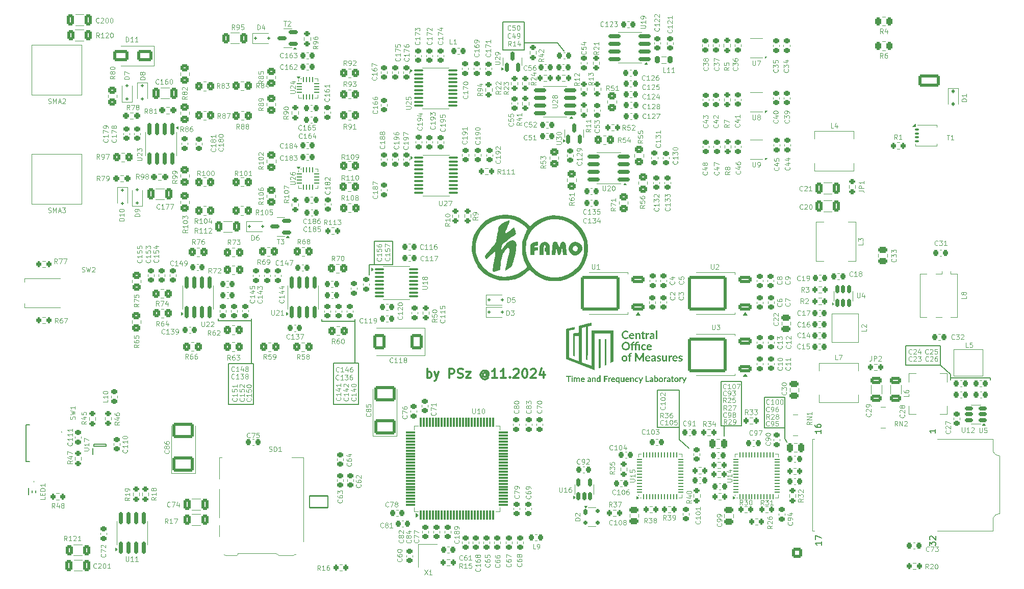
<source format=gto>
%TF.GenerationSoftware,KiCad,Pcbnew,8.0.8*%
%TF.CreationDate,2025-02-17T12:12:58+01:00*%
%TF.ProjectId,AD DA module,41442044-4120-46d6-9f64-756c652e6b69,rev?*%
%TF.SameCoordinates,Original*%
%TF.FileFunction,Legend,Top*%
%TF.FilePolarity,Positive*%
%FSLAX46Y46*%
G04 Gerber Fmt 4.6, Leading zero omitted, Abs format (unit mm)*
G04 Created by KiCad (PCBNEW 8.0.8) date 2025-02-17 12:12:58*
%MOMM*%
%LPD*%
G01*
G04 APERTURE LIST*
G04 Aperture macros list*
%AMRoundRect*
0 Rectangle with rounded corners*
0 $1 Rounding radius*
0 $2 $3 $4 $5 $6 $7 $8 $9 X,Y pos of 4 corners*
0 Add a 4 corners polygon primitive as box body*
4,1,4,$2,$3,$4,$5,$6,$7,$8,$9,$2,$3,0*
0 Add four circle primitives for the rounded corners*
1,1,$1+$1,$2,$3*
1,1,$1+$1,$4,$5*
1,1,$1+$1,$6,$7*
1,1,$1+$1,$8,$9*
0 Add four rect primitives between the rounded corners*
20,1,$1+$1,$2,$3,$4,$5,0*
20,1,$1+$1,$4,$5,$6,$7,0*
20,1,$1+$1,$6,$7,$8,$9,0*
20,1,$1+$1,$8,$9,$2,$3,0*%
%AMOutline4P*
0 Free polygon, 4 corners , with rotation*
0 The origin of the aperture is its center*
0 number of corners: always 4*
0 $1 to $8 corner X, Y*
0 $9 Rotation angle, in degrees counterclockwise*
0 create outline with 4 corners*
4,1,4,$1,$2,$3,$4,$5,$6,$7,$8,$1,$2,$9*%
%AMFreePoly0*
4,1,17,1.395000,0.765000,0.855000,0.765000,0.855000,0.535000,1.395000,0.535000,1.395000,0.115000,0.855000,0.115000,0.855000,-0.115000,1.395000,-0.115000,1.395000,-0.535000,0.855000,-0.535000,0.855000,-0.765000,1.395000,-0.765000,1.395000,-1.185000,-0.855000,-1.185000,-0.855000,1.185000,1.395000,1.185000,1.395000,0.765000,1.395000,0.765000,$1*%
G04 Aperture macros list end*
%ADD10C,0.150000*%
%ADD11C,0.300000*%
%ADD12C,0.120000*%
%ADD13C,0.200000*%
%ADD14C,0.100000*%
%ADD15C,0.000000*%
%ADD16RoundRect,0.200000X-0.275000X0.200000X-0.275000X-0.200000X0.275000X-0.200000X0.275000X0.200000X0*%
%ADD17RoundRect,0.225000X0.225000X0.250000X-0.225000X0.250000X-0.225000X-0.250000X0.225000X-0.250000X0*%
%ADD18RoundRect,0.225000X0.250000X-0.225000X0.250000X0.225000X-0.250000X0.225000X-0.250000X-0.225000X0*%
%ADD19RoundRect,0.225000X-0.250000X0.225000X-0.250000X-0.225000X0.250000X-0.225000X0.250000X0.225000X0*%
%ADD20RoundRect,0.250000X0.350000X0.450000X-0.350000X0.450000X-0.350000X-0.450000X0.350000X-0.450000X0*%
%ADD21RoundRect,0.250000X-0.350000X-0.450000X0.350000X-0.450000X0.350000X0.450000X-0.350000X0.450000X0*%
%ADD22R,1.000000X0.900000*%
%ADD23RoundRect,0.200000X0.200000X0.275000X-0.200000X0.275000X-0.200000X-0.275000X0.200000X-0.275000X0*%
%ADD24RoundRect,0.225000X-0.225000X-0.250000X0.225000X-0.250000X0.225000X0.250000X-0.225000X0.250000X0*%
%ADD25R,1.200000X3.000000*%
%ADD26RoundRect,0.100000X-0.675000X-0.100000X0.675000X-0.100000X0.675000X0.100000X-0.675000X0.100000X0*%
%ADD27RoundRect,0.200000X0.275000X-0.200000X0.275000X0.200000X-0.275000X0.200000X-0.275000X-0.200000X0*%
%ADD28RoundRect,0.112500X-0.112500X0.187500X-0.112500X-0.187500X0.112500X-0.187500X0.112500X0.187500X0*%
%ADD29RoundRect,0.150000X0.150000X-0.587500X0.150000X0.587500X-0.150000X0.587500X-0.150000X-0.587500X0*%
%ADD30RoundRect,0.250000X-0.325000X-0.650000X0.325000X-0.650000X0.325000X0.650000X-0.325000X0.650000X0*%
%ADD31RoundRect,0.250000X-0.312500X-0.625000X0.312500X-0.625000X0.312500X0.625000X-0.312500X0.625000X0*%
%ADD32R,2.413000X3.429000*%
%ADD33RoundRect,0.062500X0.062500X-0.375000X0.062500X0.375000X-0.062500X0.375000X-0.062500X-0.375000X0*%
%ADD34RoundRect,0.062500X0.375000X-0.062500X0.375000X0.062500X-0.375000X0.062500X-0.375000X-0.062500X0*%
%ADD35R,4.100000X4.100000*%
%ADD36RoundRect,0.250000X-0.450000X0.350000X-0.450000X-0.350000X0.450000X-0.350000X0.450000X0.350000X0*%
%ADD37RoundRect,0.250000X0.450000X-0.350000X0.450000X0.350000X-0.450000X0.350000X-0.450000X-0.350000X0*%
%ADD38RoundRect,0.062500X-0.375000X-0.062500X0.375000X-0.062500X0.375000X0.062500X-0.375000X0.062500X0*%
%ADD39RoundRect,0.062500X-0.062500X-0.375000X0.062500X-0.375000X0.062500X0.375000X-0.062500X0.375000X0*%
%ADD40R,1.600000X1.600000*%
%ADD41RoundRect,0.200000X-0.200000X-0.275000X0.200000X-0.275000X0.200000X0.275000X-0.200000X0.275000X0*%
%ADD42RoundRect,0.150000X0.825000X0.150000X-0.825000X0.150000X-0.825000X-0.150000X0.825000X-0.150000X0*%
%ADD43RoundRect,0.250000X-0.475000X0.250000X-0.475000X-0.250000X0.475000X-0.250000X0.475000X0.250000X0*%
%ADD44C,1.500000*%
%ADD45RoundRect,0.218750X-0.218750X-0.256250X0.218750X-0.256250X0.218750X0.256250X-0.218750X0.256250X0*%
%ADD46C,2.000000*%
%ADD47C,5.600000*%
%ADD48RoundRect,0.150000X-0.150000X0.825000X-0.150000X-0.825000X0.150000X-0.825000X0.150000X0.825000X0*%
%ADD49Outline4P,-1.500000X-0.725000X1.500000X-0.725000X1.800000X0.725000X-1.800000X0.725000X90.000000*%
%ADD50Outline4P,-1.800000X-0.725000X1.800000X-0.725000X1.500000X0.725000X-1.500000X0.725000X90.000000*%
%ADD51RoundRect,0.218750X0.256250X-0.218750X0.256250X0.218750X-0.256250X0.218750X-0.256250X-0.218750X0*%
%ADD52RoundRect,0.237500X0.250000X0.237500X-0.250000X0.237500X-0.250000X-0.237500X0.250000X-0.237500X0*%
%ADD53C,2.250000*%
%ADD54RoundRect,0.100000X-0.637500X-0.100000X0.637500X-0.100000X0.637500X0.100000X-0.637500X0.100000X0*%
%ADD55RoundRect,0.250000X0.250000X0.475000X-0.250000X0.475000X-0.250000X-0.475000X0.250000X-0.475000X0*%
%ADD56RoundRect,0.250000X0.325000X0.650000X-0.325000X0.650000X-0.325000X-0.650000X0.325000X-0.650000X0*%
%ADD57RoundRect,0.249999X1.500001X-1.025001X1.500001X1.025001X-1.500001X1.025001X-1.500001X-1.025001X0*%
%ADD58R,0.700000X0.250000*%
%ADD59R,0.640000X2.400000*%
%ADD60RoundRect,0.250000X-0.250000X-0.475000X0.250000X-0.475000X0.250000X0.475000X-0.250000X0.475000X0*%
%ADD61RoundRect,0.125000X0.125000X-0.125000X0.125000X0.125000X-0.125000X0.125000X-0.125000X-0.125000X0*%
%ADD62R,5.700000X1.600000*%
%ADD63RoundRect,0.175000X-0.175000X-0.325000X0.175000X-0.325000X0.175000X0.325000X-0.175000X0.325000X0*%
%ADD64RoundRect,0.150000X-0.200000X-0.150000X0.200000X-0.150000X0.200000X0.150000X-0.200000X0.150000X0*%
%ADD65R,1.100000X1.300000*%
%ADD66C,4.700000*%
%ADD67R,0.700000X1.200000*%
%ADD68R,1.000000X0.800000*%
%ADD69R,1.000000X1.200000*%
%ADD70R,1.000000X2.800000*%
%ADD71R,1.300000X1.900000*%
%ADD72R,1.066800X1.879600*%
%ADD73RoundRect,0.218750X0.218750X0.256250X-0.218750X0.256250X-0.218750X-0.256250X0.218750X-0.256250X0*%
%ADD74RoundRect,0.125000X-0.125000X0.125000X-0.125000X-0.125000X0.125000X-0.125000X0.125000X0.125000X0*%
%ADD75RoundRect,0.218750X0.218750X0.381250X-0.218750X0.381250X-0.218750X-0.381250X0.218750X-0.381250X0*%
%ADD76RoundRect,0.125000X-0.125000X-0.125000X0.125000X-0.125000X0.125000X0.125000X-0.125000X0.125000X0*%
%ADD77RoundRect,0.250000X0.312500X0.625000X-0.312500X0.625000X-0.312500X-0.625000X0.312500X-0.625000X0*%
%ADD78RoundRect,0.150000X0.150000X-0.825000X0.150000X0.825000X-0.150000X0.825000X-0.150000X-0.825000X0*%
%ADD79R,3.429000X2.413000*%
%ADD80RoundRect,0.150000X0.587500X0.150000X-0.587500X0.150000X-0.587500X-0.150000X0.587500X-0.150000X0*%
%ADD81R,0.900000X0.400000*%
%ADD82RoundRect,0.150000X0.150000X-0.512500X0.150000X0.512500X-0.150000X0.512500X-0.150000X-0.512500X0*%
%ADD83R,0.400000X1.000000*%
%ADD84RoundRect,0.250000X0.850000X0.350000X-0.850000X0.350000X-0.850000X-0.350000X0.850000X-0.350000X0*%
%ADD85RoundRect,0.249997X2.950003X2.650003X-2.950003X2.650003X-2.950003X-2.650003X2.950003X-2.650003X0*%
%ADD86RoundRect,0.250000X0.262500X0.450000X-0.262500X0.450000X-0.262500X-0.450000X0.262500X-0.450000X0*%
%ADD87RoundRect,0.250000X-0.650000X0.325000X-0.650000X-0.325000X0.650000X-0.325000X0.650000X0.325000X0*%
%ADD88RoundRect,0.105000X-0.245000X-0.105000X0.245000X-0.105000X0.245000X0.105000X-0.245000X0.105000X0*%
%ADD89FreePoly0,0.000000*%
%ADD90R,3.400000X1.250000*%
%ADD91R,4.300000X1.450000*%
%ADD92RoundRect,0.250000X0.787500X1.025000X-0.787500X1.025000X-0.787500X-1.025000X0.787500X-1.025000X0*%
%ADD93RoundRect,0.250000X1.000000X0.650000X-1.000000X0.650000X-1.000000X-0.650000X1.000000X-0.650000X0*%
%ADD94Outline4P,-1.500000X-0.725000X1.500000X-0.725000X1.800000X0.725000X-1.800000X0.725000X180.000000*%
%ADD95Outline4P,-1.800000X-0.725000X1.800000X-0.725000X1.500000X0.725000X-1.500000X0.725000X180.000000*%
%ADD96RoundRect,0.150000X0.512500X0.150000X-0.512500X0.150000X-0.512500X-0.150000X0.512500X-0.150000X0*%
%ADD97RoundRect,0.075000X0.075000X-0.725000X0.075000X0.725000X-0.075000X0.725000X-0.075000X-0.725000X0*%
%ADD98RoundRect,0.075000X0.725000X-0.075000X0.725000X0.075000X-0.725000X0.075000X-0.725000X-0.075000X0*%
%ADD99R,1.500000X1.500000*%
%ADD100R,1.700000X1.700000*%
%ADD101O,1.700000X1.700000*%
%ADD102RoundRect,0.101600X1.500000X0.975000X-1.500000X0.975000X-1.500000X-0.975000X1.500000X-0.975000X0*%
%ADD103O,4.103200X2.153200*%
%ADD104C,2.153200*%
%ADD105C,1.381000*%
%ADD106RoundRect,0.249999X-1.550001X0.790001X-1.550001X-0.790001X1.550001X-0.790001X1.550001X0.790001X0*%
%ADD107O,3.600000X2.080000*%
%ADD108C,2.500000*%
%ADD109C,1.600000*%
%ADD110RoundRect,0.250000X0.600000X-0.600000X0.600000X0.600000X-0.600000X0.600000X-0.600000X-0.600000X0*%
%ADD111C,1.700000*%
G04 APERTURE END LIST*
D10*
X88587500Y-8530000D02*
X89700000Y-9870000D01*
X115780000Y-64730000D02*
X115780000Y-72100000D01*
X51480000Y-61675000D02*
X55590000Y-61675000D01*
X55590000Y-68485000D01*
X51480000Y-68485000D01*
X51480000Y-61675000D01*
X49510000Y-54700000D02*
X49510000Y-54360000D01*
X55010000Y-61670000D02*
X55020000Y-54380000D01*
X119190000Y-72070000D02*
X119190000Y-64700000D01*
X116750000Y-72100000D02*
X119170000Y-72100000D01*
X118220000Y-64700000D02*
X115800000Y-64700000D01*
X37760000Y-54620000D02*
X32280000Y-54620000D01*
X160480000Y-64100000D02*
X160480000Y-64450000D01*
X146470000Y-58830000D02*
X152200000Y-58830000D01*
X152200000Y-62020000D01*
X146470000Y-62020000D01*
X146470000Y-58830000D01*
X119190000Y-64700000D02*
X118220000Y-64700000D01*
X58500000Y-45290000D02*
X57340000Y-45290000D01*
X105170000Y-66180000D02*
X108880000Y-66180000D01*
X108880000Y-72320000D01*
X105170000Y-72320000D01*
X105170000Y-66180000D01*
X32280000Y-54620000D02*
X32280000Y-54280000D01*
X126350000Y-72430000D02*
X126350000Y-74200000D01*
X116265000Y-72100000D02*
X116260000Y-73740000D01*
X83172500Y-8530000D02*
X88587500Y-8530000D01*
X152200000Y-62020000D02*
X153910000Y-63540000D01*
X57340000Y-45290000D02*
X57340000Y-46980000D01*
X153910000Y-64110000D02*
X160480000Y-64100000D01*
X79572500Y-4990000D02*
X83147500Y-4990000D01*
X83147500Y-9670000D01*
X79572500Y-9670000D01*
X79572500Y-4990000D01*
X58190000Y-41440000D02*
X61240000Y-41440000D01*
X61240000Y-45290000D01*
X58190000Y-45290000D01*
X58190000Y-41440000D01*
X108880000Y-74380000D02*
X110460000Y-75790000D01*
X108880000Y-72320000D02*
X108880000Y-74380000D01*
X115780000Y-72100000D02*
X116750000Y-72100000D01*
X54990000Y-54700000D02*
X49510000Y-54700000D01*
X153910000Y-63540000D02*
X153910000Y-64440000D01*
X34040000Y-61750000D02*
X38150000Y-61750000D01*
X38150000Y-68560000D01*
X34040000Y-68560000D01*
X34040000Y-61750000D01*
X126350000Y-74200000D02*
X126700000Y-74770000D01*
X37790000Y-61740000D02*
X37790000Y-54300000D01*
X122960000Y-67340000D02*
X126350000Y-67340000D01*
X126350000Y-72430000D01*
X122960000Y-72430000D01*
X122960000Y-67340000D01*
D11*
X66994510Y-64120828D02*
X66994510Y-62620828D01*
X66994510Y-63192257D02*
X67137368Y-63120828D01*
X67137368Y-63120828D02*
X67423082Y-63120828D01*
X67423082Y-63120828D02*
X67565939Y-63192257D01*
X67565939Y-63192257D02*
X67637368Y-63263685D01*
X67637368Y-63263685D02*
X67708796Y-63406542D01*
X67708796Y-63406542D02*
X67708796Y-63835114D01*
X67708796Y-63835114D02*
X67637368Y-63977971D01*
X67637368Y-63977971D02*
X67565939Y-64049400D01*
X67565939Y-64049400D02*
X67423082Y-64120828D01*
X67423082Y-64120828D02*
X67137368Y-64120828D01*
X67137368Y-64120828D02*
X66994510Y-64049400D01*
X68208796Y-63120828D02*
X68565939Y-64120828D01*
X68923082Y-63120828D02*
X68565939Y-64120828D01*
X68565939Y-64120828D02*
X68423082Y-64477971D01*
X68423082Y-64477971D02*
X68351653Y-64549400D01*
X68351653Y-64549400D02*
X68208796Y-64620828D01*
X70637367Y-64120828D02*
X70637367Y-62620828D01*
X70637367Y-62620828D02*
X71208796Y-62620828D01*
X71208796Y-62620828D02*
X71351653Y-62692257D01*
X71351653Y-62692257D02*
X71423082Y-62763685D01*
X71423082Y-62763685D02*
X71494510Y-62906542D01*
X71494510Y-62906542D02*
X71494510Y-63120828D01*
X71494510Y-63120828D02*
X71423082Y-63263685D01*
X71423082Y-63263685D02*
X71351653Y-63335114D01*
X71351653Y-63335114D02*
X71208796Y-63406542D01*
X71208796Y-63406542D02*
X70637367Y-63406542D01*
X72065939Y-64049400D02*
X72280225Y-64120828D01*
X72280225Y-64120828D02*
X72637367Y-64120828D01*
X72637367Y-64120828D02*
X72780225Y-64049400D01*
X72780225Y-64049400D02*
X72851653Y-63977971D01*
X72851653Y-63977971D02*
X72923082Y-63835114D01*
X72923082Y-63835114D02*
X72923082Y-63692257D01*
X72923082Y-63692257D02*
X72851653Y-63549400D01*
X72851653Y-63549400D02*
X72780225Y-63477971D01*
X72780225Y-63477971D02*
X72637367Y-63406542D01*
X72637367Y-63406542D02*
X72351653Y-63335114D01*
X72351653Y-63335114D02*
X72208796Y-63263685D01*
X72208796Y-63263685D02*
X72137367Y-63192257D01*
X72137367Y-63192257D02*
X72065939Y-63049400D01*
X72065939Y-63049400D02*
X72065939Y-62906542D01*
X72065939Y-62906542D02*
X72137367Y-62763685D01*
X72137367Y-62763685D02*
X72208796Y-62692257D01*
X72208796Y-62692257D02*
X72351653Y-62620828D01*
X72351653Y-62620828D02*
X72708796Y-62620828D01*
X72708796Y-62620828D02*
X72923082Y-62692257D01*
X73423081Y-63120828D02*
X74208796Y-63120828D01*
X74208796Y-63120828D02*
X73423081Y-64120828D01*
X73423081Y-64120828D02*
X74208796Y-64120828D01*
X76851653Y-63406542D02*
X76780224Y-63335114D01*
X76780224Y-63335114D02*
X76637367Y-63263685D01*
X76637367Y-63263685D02*
X76494510Y-63263685D01*
X76494510Y-63263685D02*
X76351653Y-63335114D01*
X76351653Y-63335114D02*
X76280224Y-63406542D01*
X76280224Y-63406542D02*
X76208796Y-63549400D01*
X76208796Y-63549400D02*
X76208796Y-63692257D01*
X76208796Y-63692257D02*
X76280224Y-63835114D01*
X76280224Y-63835114D02*
X76351653Y-63906542D01*
X76351653Y-63906542D02*
X76494510Y-63977971D01*
X76494510Y-63977971D02*
X76637367Y-63977971D01*
X76637367Y-63977971D02*
X76780224Y-63906542D01*
X76780224Y-63906542D02*
X76851653Y-63835114D01*
X76851653Y-63263685D02*
X76851653Y-63835114D01*
X76851653Y-63835114D02*
X76923081Y-63906542D01*
X76923081Y-63906542D02*
X76994510Y-63906542D01*
X76994510Y-63906542D02*
X77137367Y-63835114D01*
X77137367Y-63835114D02*
X77208796Y-63692257D01*
X77208796Y-63692257D02*
X77208796Y-63335114D01*
X77208796Y-63335114D02*
X77065939Y-63120828D01*
X77065939Y-63120828D02*
X76851653Y-62977971D01*
X76851653Y-62977971D02*
X76565939Y-62906542D01*
X76565939Y-62906542D02*
X76280224Y-62977971D01*
X76280224Y-62977971D02*
X76065939Y-63120828D01*
X76065939Y-63120828D02*
X75923081Y-63335114D01*
X75923081Y-63335114D02*
X75851653Y-63620828D01*
X75851653Y-63620828D02*
X75923081Y-63906542D01*
X75923081Y-63906542D02*
X76065939Y-64120828D01*
X76065939Y-64120828D02*
X76280224Y-64263685D01*
X76280224Y-64263685D02*
X76565939Y-64335114D01*
X76565939Y-64335114D02*
X76851653Y-64263685D01*
X76851653Y-64263685D02*
X77065939Y-64120828D01*
X78637367Y-64120828D02*
X77780224Y-64120828D01*
X78208795Y-64120828D02*
X78208795Y-62620828D01*
X78208795Y-62620828D02*
X78065938Y-62835114D01*
X78065938Y-62835114D02*
X77923081Y-62977971D01*
X77923081Y-62977971D02*
X77780224Y-63049400D01*
X80065938Y-64120828D02*
X79208795Y-64120828D01*
X79637366Y-64120828D02*
X79637366Y-62620828D01*
X79637366Y-62620828D02*
X79494509Y-62835114D01*
X79494509Y-62835114D02*
X79351652Y-62977971D01*
X79351652Y-62977971D02*
X79208795Y-63049400D01*
X80708794Y-63977971D02*
X80780223Y-64049400D01*
X80780223Y-64049400D02*
X80708794Y-64120828D01*
X80708794Y-64120828D02*
X80637366Y-64049400D01*
X80637366Y-64049400D02*
X80708794Y-63977971D01*
X80708794Y-63977971D02*
X80708794Y-64120828D01*
X81351652Y-62763685D02*
X81423080Y-62692257D01*
X81423080Y-62692257D02*
X81565938Y-62620828D01*
X81565938Y-62620828D02*
X81923080Y-62620828D01*
X81923080Y-62620828D02*
X82065938Y-62692257D01*
X82065938Y-62692257D02*
X82137366Y-62763685D01*
X82137366Y-62763685D02*
X82208795Y-62906542D01*
X82208795Y-62906542D02*
X82208795Y-63049400D01*
X82208795Y-63049400D02*
X82137366Y-63263685D01*
X82137366Y-63263685D02*
X81280223Y-64120828D01*
X81280223Y-64120828D02*
X82208795Y-64120828D01*
X83137366Y-62620828D02*
X83280223Y-62620828D01*
X83280223Y-62620828D02*
X83423080Y-62692257D01*
X83423080Y-62692257D02*
X83494509Y-62763685D01*
X83494509Y-62763685D02*
X83565937Y-62906542D01*
X83565937Y-62906542D02*
X83637366Y-63192257D01*
X83637366Y-63192257D02*
X83637366Y-63549400D01*
X83637366Y-63549400D02*
X83565937Y-63835114D01*
X83565937Y-63835114D02*
X83494509Y-63977971D01*
X83494509Y-63977971D02*
X83423080Y-64049400D01*
X83423080Y-64049400D02*
X83280223Y-64120828D01*
X83280223Y-64120828D02*
X83137366Y-64120828D01*
X83137366Y-64120828D02*
X82994509Y-64049400D01*
X82994509Y-64049400D02*
X82923080Y-63977971D01*
X82923080Y-63977971D02*
X82851651Y-63835114D01*
X82851651Y-63835114D02*
X82780223Y-63549400D01*
X82780223Y-63549400D02*
X82780223Y-63192257D01*
X82780223Y-63192257D02*
X82851651Y-62906542D01*
X82851651Y-62906542D02*
X82923080Y-62763685D01*
X82923080Y-62763685D02*
X82994509Y-62692257D01*
X82994509Y-62692257D02*
X83137366Y-62620828D01*
X84208794Y-62763685D02*
X84280222Y-62692257D01*
X84280222Y-62692257D02*
X84423080Y-62620828D01*
X84423080Y-62620828D02*
X84780222Y-62620828D01*
X84780222Y-62620828D02*
X84923080Y-62692257D01*
X84923080Y-62692257D02*
X84994508Y-62763685D01*
X84994508Y-62763685D02*
X85065937Y-62906542D01*
X85065937Y-62906542D02*
X85065937Y-63049400D01*
X85065937Y-63049400D02*
X84994508Y-63263685D01*
X84994508Y-63263685D02*
X84137365Y-64120828D01*
X84137365Y-64120828D02*
X85065937Y-64120828D01*
X86351651Y-63120828D02*
X86351651Y-64120828D01*
X85994508Y-62549400D02*
X85637365Y-63620828D01*
X85637365Y-63620828D02*
X86565936Y-63620828D01*
D12*
X94563855Y-14984285D02*
X94182902Y-15250952D01*
X94563855Y-15441428D02*
X93763855Y-15441428D01*
X93763855Y-15441428D02*
X93763855Y-15136666D01*
X93763855Y-15136666D02*
X93801950Y-15060476D01*
X93801950Y-15060476D02*
X93840045Y-15022381D01*
X93840045Y-15022381D02*
X93916236Y-14984285D01*
X93916236Y-14984285D02*
X94030521Y-14984285D01*
X94030521Y-14984285D02*
X94106712Y-15022381D01*
X94106712Y-15022381D02*
X94144807Y-15060476D01*
X94144807Y-15060476D02*
X94182902Y-15136666D01*
X94182902Y-15136666D02*
X94182902Y-15441428D01*
X94563855Y-14222381D02*
X94563855Y-14679524D01*
X94563855Y-14450952D02*
X93763855Y-14450952D01*
X93763855Y-14450952D02*
X93878140Y-14527143D01*
X93878140Y-14527143D02*
X93954331Y-14603333D01*
X93954331Y-14603333D02*
X93992426Y-14679524D01*
X93763855Y-13955714D02*
X93763855Y-13460476D01*
X93763855Y-13460476D02*
X94068617Y-13727142D01*
X94068617Y-13727142D02*
X94068617Y-13612857D01*
X94068617Y-13612857D02*
X94106712Y-13536666D01*
X94106712Y-13536666D02*
X94144807Y-13498571D01*
X94144807Y-13498571D02*
X94220998Y-13460476D01*
X94220998Y-13460476D02*
X94411474Y-13460476D01*
X94411474Y-13460476D02*
X94487664Y-13498571D01*
X94487664Y-13498571D02*
X94525760Y-13536666D01*
X94525760Y-13536666D02*
X94563855Y-13612857D01*
X94563855Y-13612857D02*
X94563855Y-13841428D01*
X94563855Y-13841428D02*
X94525760Y-13917619D01*
X94525760Y-13917619D02*
X94487664Y-13955714D01*
X128925714Y-59197664D02*
X128887618Y-59235760D01*
X128887618Y-59235760D02*
X128773333Y-59273855D01*
X128773333Y-59273855D02*
X128697142Y-59273855D01*
X128697142Y-59273855D02*
X128582856Y-59235760D01*
X128582856Y-59235760D02*
X128506666Y-59159569D01*
X128506666Y-59159569D02*
X128468571Y-59083379D01*
X128468571Y-59083379D02*
X128430475Y-58930998D01*
X128430475Y-58930998D02*
X128430475Y-58816712D01*
X128430475Y-58816712D02*
X128468571Y-58664331D01*
X128468571Y-58664331D02*
X128506666Y-58588140D01*
X128506666Y-58588140D02*
X128582856Y-58511950D01*
X128582856Y-58511950D02*
X128697142Y-58473855D01*
X128697142Y-58473855D02*
X128773333Y-58473855D01*
X128773333Y-58473855D02*
X128887618Y-58511950D01*
X128887618Y-58511950D02*
X128925714Y-58550045D01*
X129687618Y-59273855D02*
X129230475Y-59273855D01*
X129459047Y-59273855D02*
X129459047Y-58473855D01*
X129459047Y-58473855D02*
X129382856Y-58588140D01*
X129382856Y-58588140D02*
X129306666Y-58664331D01*
X129306666Y-58664331D02*
X129230475Y-58702426D01*
X130411428Y-58473855D02*
X130030476Y-58473855D01*
X130030476Y-58473855D02*
X129992380Y-58854807D01*
X129992380Y-58854807D02*
X130030476Y-58816712D01*
X130030476Y-58816712D02*
X130106666Y-58778617D01*
X130106666Y-58778617D02*
X130297142Y-58778617D01*
X130297142Y-58778617D02*
X130373333Y-58816712D01*
X130373333Y-58816712D02*
X130411428Y-58854807D01*
X130411428Y-58854807D02*
X130449523Y-58930998D01*
X130449523Y-58930998D02*
X130449523Y-59121474D01*
X130449523Y-59121474D02*
X130411428Y-59197664D01*
X130411428Y-59197664D02*
X130373333Y-59235760D01*
X130373333Y-59235760D02*
X130297142Y-59273855D01*
X130297142Y-59273855D02*
X130106666Y-59273855D01*
X130106666Y-59273855D02*
X130030476Y-59235760D01*
X130030476Y-59235760D02*
X129992380Y-59197664D01*
X106437664Y-68895237D02*
X106475760Y-68933333D01*
X106475760Y-68933333D02*
X106513855Y-69047618D01*
X106513855Y-69047618D02*
X106513855Y-69123809D01*
X106513855Y-69123809D02*
X106475760Y-69238095D01*
X106475760Y-69238095D02*
X106399569Y-69314285D01*
X106399569Y-69314285D02*
X106323379Y-69352380D01*
X106323379Y-69352380D02*
X106170998Y-69390476D01*
X106170998Y-69390476D02*
X106056712Y-69390476D01*
X106056712Y-69390476D02*
X105904331Y-69352380D01*
X105904331Y-69352380D02*
X105828140Y-69314285D01*
X105828140Y-69314285D02*
X105751950Y-69238095D01*
X105751950Y-69238095D02*
X105713855Y-69123809D01*
X105713855Y-69123809D02*
X105713855Y-69047618D01*
X105713855Y-69047618D02*
X105751950Y-68933333D01*
X105751950Y-68933333D02*
X105790045Y-68895237D01*
X106513855Y-68133333D02*
X106513855Y-68590476D01*
X106513855Y-68361904D02*
X105713855Y-68361904D01*
X105713855Y-68361904D02*
X105828140Y-68438095D01*
X105828140Y-68438095D02*
X105904331Y-68514285D01*
X105904331Y-68514285D02*
X105942426Y-68590476D01*
X105713855Y-67638094D02*
X105713855Y-67561904D01*
X105713855Y-67561904D02*
X105751950Y-67485713D01*
X105751950Y-67485713D02*
X105790045Y-67447618D01*
X105790045Y-67447618D02*
X105866236Y-67409523D01*
X105866236Y-67409523D02*
X106018617Y-67371428D01*
X106018617Y-67371428D02*
X106209093Y-67371428D01*
X106209093Y-67371428D02*
X106361474Y-67409523D01*
X106361474Y-67409523D02*
X106437664Y-67447618D01*
X106437664Y-67447618D02*
X106475760Y-67485713D01*
X106475760Y-67485713D02*
X106513855Y-67561904D01*
X106513855Y-67561904D02*
X106513855Y-67638094D01*
X106513855Y-67638094D02*
X106475760Y-67714285D01*
X106475760Y-67714285D02*
X106437664Y-67752380D01*
X106437664Y-67752380D02*
X106361474Y-67790475D01*
X106361474Y-67790475D02*
X106209093Y-67828571D01*
X106209093Y-67828571D02*
X106018617Y-67828571D01*
X106018617Y-67828571D02*
X105866236Y-67790475D01*
X105866236Y-67790475D02*
X105790045Y-67752380D01*
X105790045Y-67752380D02*
X105751950Y-67714285D01*
X105751950Y-67714285D02*
X105713855Y-67638094D01*
X105790045Y-67066666D02*
X105751950Y-67028570D01*
X105751950Y-67028570D02*
X105713855Y-66952380D01*
X105713855Y-66952380D02*
X105713855Y-66761904D01*
X105713855Y-66761904D02*
X105751950Y-66685713D01*
X105751950Y-66685713D02*
X105790045Y-66647618D01*
X105790045Y-66647618D02*
X105866236Y-66609523D01*
X105866236Y-66609523D02*
X105942426Y-66609523D01*
X105942426Y-66609523D02*
X106056712Y-66647618D01*
X106056712Y-66647618D02*
X106513855Y-67104761D01*
X106513855Y-67104761D02*
X106513855Y-66609523D01*
X23384762Y-56747664D02*
X23346666Y-56785760D01*
X23346666Y-56785760D02*
X23232381Y-56823855D01*
X23232381Y-56823855D02*
X23156190Y-56823855D01*
X23156190Y-56823855D02*
X23041904Y-56785760D01*
X23041904Y-56785760D02*
X22965714Y-56709569D01*
X22965714Y-56709569D02*
X22927619Y-56633379D01*
X22927619Y-56633379D02*
X22889523Y-56480998D01*
X22889523Y-56480998D02*
X22889523Y-56366712D01*
X22889523Y-56366712D02*
X22927619Y-56214331D01*
X22927619Y-56214331D02*
X22965714Y-56138140D01*
X22965714Y-56138140D02*
X23041904Y-56061950D01*
X23041904Y-56061950D02*
X23156190Y-56023855D01*
X23156190Y-56023855D02*
X23232381Y-56023855D01*
X23232381Y-56023855D02*
X23346666Y-56061950D01*
X23346666Y-56061950D02*
X23384762Y-56100045D01*
X24146666Y-56823855D02*
X23689523Y-56823855D01*
X23918095Y-56823855D02*
X23918095Y-56023855D01*
X23918095Y-56023855D02*
X23841904Y-56138140D01*
X23841904Y-56138140D02*
X23765714Y-56214331D01*
X23765714Y-56214331D02*
X23689523Y-56252426D01*
X24413333Y-56023855D02*
X24908571Y-56023855D01*
X24908571Y-56023855D02*
X24641905Y-56328617D01*
X24641905Y-56328617D02*
X24756190Y-56328617D01*
X24756190Y-56328617D02*
X24832381Y-56366712D01*
X24832381Y-56366712D02*
X24870476Y-56404807D01*
X24870476Y-56404807D02*
X24908571Y-56480998D01*
X24908571Y-56480998D02*
X24908571Y-56671474D01*
X24908571Y-56671474D02*
X24870476Y-56747664D01*
X24870476Y-56747664D02*
X24832381Y-56785760D01*
X24832381Y-56785760D02*
X24756190Y-56823855D01*
X24756190Y-56823855D02*
X24527619Y-56823855D01*
X24527619Y-56823855D02*
X24451428Y-56785760D01*
X24451428Y-56785760D02*
X24413333Y-56747664D01*
X25289524Y-56823855D02*
X25441905Y-56823855D01*
X25441905Y-56823855D02*
X25518095Y-56785760D01*
X25518095Y-56785760D02*
X25556191Y-56747664D01*
X25556191Y-56747664D02*
X25632381Y-56633379D01*
X25632381Y-56633379D02*
X25670476Y-56480998D01*
X25670476Y-56480998D02*
X25670476Y-56176236D01*
X25670476Y-56176236D02*
X25632381Y-56100045D01*
X25632381Y-56100045D02*
X25594286Y-56061950D01*
X25594286Y-56061950D02*
X25518095Y-56023855D01*
X25518095Y-56023855D02*
X25365714Y-56023855D01*
X25365714Y-56023855D02*
X25289524Y-56061950D01*
X25289524Y-56061950D02*
X25251429Y-56100045D01*
X25251429Y-56100045D02*
X25213333Y-56176236D01*
X25213333Y-56176236D02*
X25213333Y-56366712D01*
X25213333Y-56366712D02*
X25251429Y-56442902D01*
X25251429Y-56442902D02*
X25289524Y-56480998D01*
X25289524Y-56480998D02*
X25365714Y-56519093D01*
X25365714Y-56519093D02*
X25518095Y-56519093D01*
X25518095Y-56519093D02*
X25594286Y-56480998D01*
X25594286Y-56480998D02*
X25632381Y-56442902D01*
X25632381Y-56442902D02*
X25670476Y-56366712D01*
X82607664Y-94944285D02*
X82645760Y-94982381D01*
X82645760Y-94982381D02*
X82683855Y-95096666D01*
X82683855Y-95096666D02*
X82683855Y-95172857D01*
X82683855Y-95172857D02*
X82645760Y-95287143D01*
X82645760Y-95287143D02*
X82569569Y-95363333D01*
X82569569Y-95363333D02*
X82493379Y-95401428D01*
X82493379Y-95401428D02*
X82340998Y-95439524D01*
X82340998Y-95439524D02*
X82226712Y-95439524D01*
X82226712Y-95439524D02*
X82074331Y-95401428D01*
X82074331Y-95401428D02*
X81998140Y-95363333D01*
X81998140Y-95363333D02*
X81921950Y-95287143D01*
X81921950Y-95287143D02*
X81883855Y-95172857D01*
X81883855Y-95172857D02*
X81883855Y-95096666D01*
X81883855Y-95096666D02*
X81921950Y-94982381D01*
X81921950Y-94982381D02*
X81960045Y-94944285D01*
X81883855Y-94258571D02*
X81883855Y-94410952D01*
X81883855Y-94410952D02*
X81921950Y-94487143D01*
X81921950Y-94487143D02*
X81960045Y-94525238D01*
X81960045Y-94525238D02*
X82074331Y-94601428D01*
X82074331Y-94601428D02*
X82226712Y-94639524D01*
X82226712Y-94639524D02*
X82531474Y-94639524D01*
X82531474Y-94639524D02*
X82607664Y-94601428D01*
X82607664Y-94601428D02*
X82645760Y-94563333D01*
X82645760Y-94563333D02*
X82683855Y-94487143D01*
X82683855Y-94487143D02*
X82683855Y-94334762D01*
X82683855Y-94334762D02*
X82645760Y-94258571D01*
X82645760Y-94258571D02*
X82607664Y-94220476D01*
X82607664Y-94220476D02*
X82531474Y-94182381D01*
X82531474Y-94182381D02*
X82340998Y-94182381D01*
X82340998Y-94182381D02*
X82264807Y-94220476D01*
X82264807Y-94220476D02*
X82226712Y-94258571D01*
X82226712Y-94258571D02*
X82188617Y-94334762D01*
X82188617Y-94334762D02*
X82188617Y-94487143D01*
X82188617Y-94487143D02*
X82226712Y-94563333D01*
X82226712Y-94563333D02*
X82264807Y-94601428D01*
X82264807Y-94601428D02*
X82340998Y-94639524D01*
X82226712Y-93725238D02*
X82188617Y-93801428D01*
X82188617Y-93801428D02*
X82150521Y-93839523D01*
X82150521Y-93839523D02*
X82074331Y-93877619D01*
X82074331Y-93877619D02*
X82036236Y-93877619D01*
X82036236Y-93877619D02*
X81960045Y-93839523D01*
X81960045Y-93839523D02*
X81921950Y-93801428D01*
X81921950Y-93801428D02*
X81883855Y-93725238D01*
X81883855Y-93725238D02*
X81883855Y-93572857D01*
X81883855Y-93572857D02*
X81921950Y-93496666D01*
X81921950Y-93496666D02*
X81960045Y-93458571D01*
X81960045Y-93458571D02*
X82036236Y-93420476D01*
X82036236Y-93420476D02*
X82074331Y-93420476D01*
X82074331Y-93420476D02*
X82150521Y-93458571D01*
X82150521Y-93458571D02*
X82188617Y-93496666D01*
X82188617Y-93496666D02*
X82226712Y-93572857D01*
X82226712Y-93572857D02*
X82226712Y-93725238D01*
X82226712Y-93725238D02*
X82264807Y-93801428D01*
X82264807Y-93801428D02*
X82302902Y-93839523D01*
X82302902Y-93839523D02*
X82379093Y-93877619D01*
X82379093Y-93877619D02*
X82531474Y-93877619D01*
X82531474Y-93877619D02*
X82607664Y-93839523D01*
X82607664Y-93839523D02*
X82645760Y-93801428D01*
X82645760Y-93801428D02*
X82683855Y-93725238D01*
X82683855Y-93725238D02*
X82683855Y-93572857D01*
X82683855Y-93572857D02*
X82645760Y-93496666D01*
X82645760Y-93496666D02*
X82607664Y-93458571D01*
X82607664Y-93458571D02*
X82531474Y-93420476D01*
X82531474Y-93420476D02*
X82379093Y-93420476D01*
X82379093Y-93420476D02*
X82302902Y-93458571D01*
X82302902Y-93458571D02*
X82264807Y-93496666D01*
X82264807Y-93496666D02*
X82226712Y-93572857D01*
X56284762Y-54907664D02*
X56246666Y-54945760D01*
X56246666Y-54945760D02*
X56132381Y-54983855D01*
X56132381Y-54983855D02*
X56056190Y-54983855D01*
X56056190Y-54983855D02*
X55941904Y-54945760D01*
X55941904Y-54945760D02*
X55865714Y-54869569D01*
X55865714Y-54869569D02*
X55827619Y-54793379D01*
X55827619Y-54793379D02*
X55789523Y-54640998D01*
X55789523Y-54640998D02*
X55789523Y-54526712D01*
X55789523Y-54526712D02*
X55827619Y-54374331D01*
X55827619Y-54374331D02*
X55865714Y-54298140D01*
X55865714Y-54298140D02*
X55941904Y-54221950D01*
X55941904Y-54221950D02*
X56056190Y-54183855D01*
X56056190Y-54183855D02*
X56132381Y-54183855D01*
X56132381Y-54183855D02*
X56246666Y-54221950D01*
X56246666Y-54221950D02*
X56284762Y-54260045D01*
X57046666Y-54983855D02*
X56589523Y-54983855D01*
X56818095Y-54983855D02*
X56818095Y-54183855D01*
X56818095Y-54183855D02*
X56741904Y-54298140D01*
X56741904Y-54298140D02*
X56665714Y-54374331D01*
X56665714Y-54374331D02*
X56589523Y-54412426D01*
X57808571Y-54983855D02*
X57351428Y-54983855D01*
X57580000Y-54983855D02*
X57580000Y-54183855D01*
X57580000Y-54183855D02*
X57503809Y-54298140D01*
X57503809Y-54298140D02*
X57427619Y-54374331D01*
X57427619Y-54374331D02*
X57351428Y-54412426D01*
X58189524Y-54983855D02*
X58341905Y-54983855D01*
X58341905Y-54983855D02*
X58418095Y-54945760D01*
X58418095Y-54945760D02*
X58456191Y-54907664D01*
X58456191Y-54907664D02*
X58532381Y-54793379D01*
X58532381Y-54793379D02*
X58570476Y-54640998D01*
X58570476Y-54640998D02*
X58570476Y-54336236D01*
X58570476Y-54336236D02*
X58532381Y-54260045D01*
X58532381Y-54260045D02*
X58494286Y-54221950D01*
X58494286Y-54221950D02*
X58418095Y-54183855D01*
X58418095Y-54183855D02*
X58265714Y-54183855D01*
X58265714Y-54183855D02*
X58189524Y-54221950D01*
X58189524Y-54221950D02*
X58151429Y-54260045D01*
X58151429Y-54260045D02*
X58113333Y-54336236D01*
X58113333Y-54336236D02*
X58113333Y-54526712D01*
X58113333Y-54526712D02*
X58151429Y-54602902D01*
X58151429Y-54602902D02*
X58189524Y-54640998D01*
X58189524Y-54640998D02*
X58265714Y-54679093D01*
X58265714Y-54679093D02*
X58418095Y-54679093D01*
X58418095Y-54679093D02*
X58494286Y-54640998D01*
X58494286Y-54640998D02*
X58532381Y-54602902D01*
X58532381Y-54602902D02*
X58570476Y-54526712D01*
X53234762Y-34613855D02*
X52968095Y-34232902D01*
X52777619Y-34613855D02*
X52777619Y-33813855D01*
X52777619Y-33813855D02*
X53082381Y-33813855D01*
X53082381Y-33813855D02*
X53158571Y-33851950D01*
X53158571Y-33851950D02*
X53196666Y-33890045D01*
X53196666Y-33890045D02*
X53234762Y-33966236D01*
X53234762Y-33966236D02*
X53234762Y-34080521D01*
X53234762Y-34080521D02*
X53196666Y-34156712D01*
X53196666Y-34156712D02*
X53158571Y-34194807D01*
X53158571Y-34194807D02*
X53082381Y-34232902D01*
X53082381Y-34232902D02*
X52777619Y-34232902D01*
X53996666Y-34613855D02*
X53539523Y-34613855D01*
X53768095Y-34613855D02*
X53768095Y-33813855D01*
X53768095Y-33813855D02*
X53691904Y-33928140D01*
X53691904Y-33928140D02*
X53615714Y-34004331D01*
X53615714Y-34004331D02*
X53539523Y-34042426D01*
X54491905Y-33813855D02*
X54568095Y-33813855D01*
X54568095Y-33813855D02*
X54644286Y-33851950D01*
X54644286Y-33851950D02*
X54682381Y-33890045D01*
X54682381Y-33890045D02*
X54720476Y-33966236D01*
X54720476Y-33966236D02*
X54758571Y-34118617D01*
X54758571Y-34118617D02*
X54758571Y-34309093D01*
X54758571Y-34309093D02*
X54720476Y-34461474D01*
X54720476Y-34461474D02*
X54682381Y-34537664D01*
X54682381Y-34537664D02*
X54644286Y-34575760D01*
X54644286Y-34575760D02*
X54568095Y-34613855D01*
X54568095Y-34613855D02*
X54491905Y-34613855D01*
X54491905Y-34613855D02*
X54415714Y-34575760D01*
X54415714Y-34575760D02*
X54377619Y-34537664D01*
X54377619Y-34537664D02*
X54339524Y-34461474D01*
X54339524Y-34461474D02*
X54301428Y-34309093D01*
X54301428Y-34309093D02*
X54301428Y-34118617D01*
X54301428Y-34118617D02*
X54339524Y-33966236D01*
X54339524Y-33966236D02*
X54377619Y-33890045D01*
X54377619Y-33890045D02*
X54415714Y-33851950D01*
X54415714Y-33851950D02*
X54491905Y-33813855D01*
X55215714Y-34156712D02*
X55139524Y-34118617D01*
X55139524Y-34118617D02*
X55101429Y-34080521D01*
X55101429Y-34080521D02*
X55063333Y-34004331D01*
X55063333Y-34004331D02*
X55063333Y-33966236D01*
X55063333Y-33966236D02*
X55101429Y-33890045D01*
X55101429Y-33890045D02*
X55139524Y-33851950D01*
X55139524Y-33851950D02*
X55215714Y-33813855D01*
X55215714Y-33813855D02*
X55368095Y-33813855D01*
X55368095Y-33813855D02*
X55444286Y-33851950D01*
X55444286Y-33851950D02*
X55482381Y-33890045D01*
X55482381Y-33890045D02*
X55520476Y-33966236D01*
X55520476Y-33966236D02*
X55520476Y-34004331D01*
X55520476Y-34004331D02*
X55482381Y-34080521D01*
X55482381Y-34080521D02*
X55444286Y-34118617D01*
X55444286Y-34118617D02*
X55368095Y-34156712D01*
X55368095Y-34156712D02*
X55215714Y-34156712D01*
X55215714Y-34156712D02*
X55139524Y-34194807D01*
X55139524Y-34194807D02*
X55101429Y-34232902D01*
X55101429Y-34232902D02*
X55063333Y-34309093D01*
X55063333Y-34309093D02*
X55063333Y-34461474D01*
X55063333Y-34461474D02*
X55101429Y-34537664D01*
X55101429Y-34537664D02*
X55139524Y-34575760D01*
X55139524Y-34575760D02*
X55215714Y-34613855D01*
X55215714Y-34613855D02*
X55368095Y-34613855D01*
X55368095Y-34613855D02*
X55444286Y-34575760D01*
X55444286Y-34575760D02*
X55482381Y-34537664D01*
X55482381Y-34537664D02*
X55520476Y-34461474D01*
X55520476Y-34461474D02*
X55520476Y-34309093D01*
X55520476Y-34309093D02*
X55482381Y-34232902D01*
X55482381Y-34232902D02*
X55444286Y-34194807D01*
X55444286Y-34194807D02*
X55368095Y-34156712D01*
X53284762Y-27803855D02*
X53018095Y-27422902D01*
X52827619Y-27803855D02*
X52827619Y-27003855D01*
X52827619Y-27003855D02*
X53132381Y-27003855D01*
X53132381Y-27003855D02*
X53208571Y-27041950D01*
X53208571Y-27041950D02*
X53246666Y-27080045D01*
X53246666Y-27080045D02*
X53284762Y-27156236D01*
X53284762Y-27156236D02*
X53284762Y-27270521D01*
X53284762Y-27270521D02*
X53246666Y-27346712D01*
X53246666Y-27346712D02*
X53208571Y-27384807D01*
X53208571Y-27384807D02*
X53132381Y-27422902D01*
X53132381Y-27422902D02*
X52827619Y-27422902D01*
X54046666Y-27803855D02*
X53589523Y-27803855D01*
X53818095Y-27803855D02*
X53818095Y-27003855D01*
X53818095Y-27003855D02*
X53741904Y-27118140D01*
X53741904Y-27118140D02*
X53665714Y-27194331D01*
X53665714Y-27194331D02*
X53589523Y-27232426D01*
X54541905Y-27003855D02*
X54618095Y-27003855D01*
X54618095Y-27003855D02*
X54694286Y-27041950D01*
X54694286Y-27041950D02*
X54732381Y-27080045D01*
X54732381Y-27080045D02*
X54770476Y-27156236D01*
X54770476Y-27156236D02*
X54808571Y-27308617D01*
X54808571Y-27308617D02*
X54808571Y-27499093D01*
X54808571Y-27499093D02*
X54770476Y-27651474D01*
X54770476Y-27651474D02*
X54732381Y-27727664D01*
X54732381Y-27727664D02*
X54694286Y-27765760D01*
X54694286Y-27765760D02*
X54618095Y-27803855D01*
X54618095Y-27803855D02*
X54541905Y-27803855D01*
X54541905Y-27803855D02*
X54465714Y-27765760D01*
X54465714Y-27765760D02*
X54427619Y-27727664D01*
X54427619Y-27727664D02*
X54389524Y-27651474D01*
X54389524Y-27651474D02*
X54351428Y-27499093D01*
X54351428Y-27499093D02*
X54351428Y-27308617D01*
X54351428Y-27308617D02*
X54389524Y-27156236D01*
X54389524Y-27156236D02*
X54427619Y-27080045D01*
X54427619Y-27080045D02*
X54465714Y-27041950D01*
X54465714Y-27041950D02*
X54541905Y-27003855D01*
X55189524Y-27803855D02*
X55341905Y-27803855D01*
X55341905Y-27803855D02*
X55418095Y-27765760D01*
X55418095Y-27765760D02*
X55456191Y-27727664D01*
X55456191Y-27727664D02*
X55532381Y-27613379D01*
X55532381Y-27613379D02*
X55570476Y-27460998D01*
X55570476Y-27460998D02*
X55570476Y-27156236D01*
X55570476Y-27156236D02*
X55532381Y-27080045D01*
X55532381Y-27080045D02*
X55494286Y-27041950D01*
X55494286Y-27041950D02*
X55418095Y-27003855D01*
X55418095Y-27003855D02*
X55265714Y-27003855D01*
X55265714Y-27003855D02*
X55189524Y-27041950D01*
X55189524Y-27041950D02*
X55151429Y-27080045D01*
X55151429Y-27080045D02*
X55113333Y-27156236D01*
X55113333Y-27156236D02*
X55113333Y-27346712D01*
X55113333Y-27346712D02*
X55151429Y-27422902D01*
X55151429Y-27422902D02*
X55189524Y-27460998D01*
X55189524Y-27460998D02*
X55265714Y-27499093D01*
X55265714Y-27499093D02*
X55418095Y-27499093D01*
X55418095Y-27499093D02*
X55494286Y-27460998D01*
X55494286Y-27460998D02*
X55532381Y-27422902D01*
X55532381Y-27422902D02*
X55570476Y-27346712D01*
X150175714Y-60097664D02*
X150137618Y-60135760D01*
X150137618Y-60135760D02*
X150023333Y-60173855D01*
X150023333Y-60173855D02*
X149947142Y-60173855D01*
X149947142Y-60173855D02*
X149832856Y-60135760D01*
X149832856Y-60135760D02*
X149756666Y-60059569D01*
X149756666Y-60059569D02*
X149718571Y-59983379D01*
X149718571Y-59983379D02*
X149680475Y-59830998D01*
X149680475Y-59830998D02*
X149680475Y-59716712D01*
X149680475Y-59716712D02*
X149718571Y-59564331D01*
X149718571Y-59564331D02*
X149756666Y-59488140D01*
X149756666Y-59488140D02*
X149832856Y-59411950D01*
X149832856Y-59411950D02*
X149947142Y-59373855D01*
X149947142Y-59373855D02*
X150023333Y-59373855D01*
X150023333Y-59373855D02*
X150137618Y-59411950D01*
X150137618Y-59411950D02*
X150175714Y-59450045D01*
X150480475Y-59450045D02*
X150518571Y-59411950D01*
X150518571Y-59411950D02*
X150594761Y-59373855D01*
X150594761Y-59373855D02*
X150785237Y-59373855D01*
X150785237Y-59373855D02*
X150861428Y-59411950D01*
X150861428Y-59411950D02*
X150899523Y-59450045D01*
X150899523Y-59450045D02*
X150937618Y-59526236D01*
X150937618Y-59526236D02*
X150937618Y-59602426D01*
X150937618Y-59602426D02*
X150899523Y-59716712D01*
X150899523Y-59716712D02*
X150442380Y-60173855D01*
X150442380Y-60173855D02*
X150937618Y-60173855D01*
X151661428Y-59373855D02*
X151280476Y-59373855D01*
X151280476Y-59373855D02*
X151242380Y-59754807D01*
X151242380Y-59754807D02*
X151280476Y-59716712D01*
X151280476Y-59716712D02*
X151356666Y-59678617D01*
X151356666Y-59678617D02*
X151547142Y-59678617D01*
X151547142Y-59678617D02*
X151623333Y-59716712D01*
X151623333Y-59716712D02*
X151661428Y-59754807D01*
X151661428Y-59754807D02*
X151699523Y-59830998D01*
X151699523Y-59830998D02*
X151699523Y-60021474D01*
X151699523Y-60021474D02*
X151661428Y-60097664D01*
X151661428Y-60097664D02*
X151623333Y-60135760D01*
X151623333Y-60135760D02*
X151547142Y-60173855D01*
X151547142Y-60173855D02*
X151356666Y-60173855D01*
X151356666Y-60173855D02*
X151280476Y-60135760D01*
X151280476Y-60135760D02*
X151242380Y-60097664D01*
X66077664Y-22495237D02*
X66115760Y-22533333D01*
X66115760Y-22533333D02*
X66153855Y-22647618D01*
X66153855Y-22647618D02*
X66153855Y-22723809D01*
X66153855Y-22723809D02*
X66115760Y-22838095D01*
X66115760Y-22838095D02*
X66039569Y-22914285D01*
X66039569Y-22914285D02*
X65963379Y-22952380D01*
X65963379Y-22952380D02*
X65810998Y-22990476D01*
X65810998Y-22990476D02*
X65696712Y-22990476D01*
X65696712Y-22990476D02*
X65544331Y-22952380D01*
X65544331Y-22952380D02*
X65468140Y-22914285D01*
X65468140Y-22914285D02*
X65391950Y-22838095D01*
X65391950Y-22838095D02*
X65353855Y-22723809D01*
X65353855Y-22723809D02*
X65353855Y-22647618D01*
X65353855Y-22647618D02*
X65391950Y-22533333D01*
X65391950Y-22533333D02*
X65430045Y-22495237D01*
X66153855Y-21733333D02*
X66153855Y-22190476D01*
X66153855Y-21961904D02*
X65353855Y-21961904D01*
X65353855Y-21961904D02*
X65468140Y-22038095D01*
X65468140Y-22038095D02*
X65544331Y-22114285D01*
X65544331Y-22114285D02*
X65582426Y-22190476D01*
X66153855Y-21352380D02*
X66153855Y-21199999D01*
X66153855Y-21199999D02*
X66115760Y-21123809D01*
X66115760Y-21123809D02*
X66077664Y-21085713D01*
X66077664Y-21085713D02*
X65963379Y-21009523D01*
X65963379Y-21009523D02*
X65810998Y-20971428D01*
X65810998Y-20971428D02*
X65506236Y-20971428D01*
X65506236Y-20971428D02*
X65430045Y-21009523D01*
X65430045Y-21009523D02*
X65391950Y-21047618D01*
X65391950Y-21047618D02*
X65353855Y-21123809D01*
X65353855Y-21123809D02*
X65353855Y-21276190D01*
X65353855Y-21276190D02*
X65391950Y-21352380D01*
X65391950Y-21352380D02*
X65430045Y-21390475D01*
X65430045Y-21390475D02*
X65506236Y-21428571D01*
X65506236Y-21428571D02*
X65696712Y-21428571D01*
X65696712Y-21428571D02*
X65772902Y-21390475D01*
X65772902Y-21390475D02*
X65810998Y-21352380D01*
X65810998Y-21352380D02*
X65849093Y-21276190D01*
X65849093Y-21276190D02*
X65849093Y-21123809D01*
X65849093Y-21123809D02*
X65810998Y-21047618D01*
X65810998Y-21047618D02*
X65772902Y-21009523D01*
X65772902Y-21009523D02*
X65696712Y-20971428D01*
X65620521Y-20285713D02*
X66153855Y-20285713D01*
X65315760Y-20476189D02*
X65887188Y-20666666D01*
X65887188Y-20666666D02*
X65887188Y-20171427D01*
X32685714Y-21013855D02*
X32419047Y-20632902D01*
X32228571Y-21013855D02*
X32228571Y-20213855D01*
X32228571Y-20213855D02*
X32533333Y-20213855D01*
X32533333Y-20213855D02*
X32609523Y-20251950D01*
X32609523Y-20251950D02*
X32647618Y-20290045D01*
X32647618Y-20290045D02*
X32685714Y-20366236D01*
X32685714Y-20366236D02*
X32685714Y-20480521D01*
X32685714Y-20480521D02*
X32647618Y-20556712D01*
X32647618Y-20556712D02*
X32609523Y-20594807D01*
X32609523Y-20594807D02*
X32533333Y-20632902D01*
X32533333Y-20632902D02*
X32228571Y-20632902D01*
X33142856Y-20556712D02*
X33066666Y-20518617D01*
X33066666Y-20518617D02*
X33028571Y-20480521D01*
X33028571Y-20480521D02*
X32990475Y-20404331D01*
X32990475Y-20404331D02*
X32990475Y-20366236D01*
X32990475Y-20366236D02*
X33028571Y-20290045D01*
X33028571Y-20290045D02*
X33066666Y-20251950D01*
X33066666Y-20251950D02*
X33142856Y-20213855D01*
X33142856Y-20213855D02*
X33295237Y-20213855D01*
X33295237Y-20213855D02*
X33371428Y-20251950D01*
X33371428Y-20251950D02*
X33409523Y-20290045D01*
X33409523Y-20290045D02*
X33447618Y-20366236D01*
X33447618Y-20366236D02*
X33447618Y-20404331D01*
X33447618Y-20404331D02*
X33409523Y-20480521D01*
X33409523Y-20480521D02*
X33371428Y-20518617D01*
X33371428Y-20518617D02*
X33295237Y-20556712D01*
X33295237Y-20556712D02*
X33142856Y-20556712D01*
X33142856Y-20556712D02*
X33066666Y-20594807D01*
X33066666Y-20594807D02*
X33028571Y-20632902D01*
X33028571Y-20632902D02*
X32990475Y-20709093D01*
X32990475Y-20709093D02*
X32990475Y-20861474D01*
X32990475Y-20861474D02*
X33028571Y-20937664D01*
X33028571Y-20937664D02*
X33066666Y-20975760D01*
X33066666Y-20975760D02*
X33142856Y-21013855D01*
X33142856Y-21013855D02*
X33295237Y-21013855D01*
X33295237Y-21013855D02*
X33371428Y-20975760D01*
X33371428Y-20975760D02*
X33409523Y-20937664D01*
X33409523Y-20937664D02*
X33447618Y-20861474D01*
X33447618Y-20861474D02*
X33447618Y-20709093D01*
X33447618Y-20709093D02*
X33409523Y-20632902D01*
X33409523Y-20632902D02*
X33371428Y-20594807D01*
X33371428Y-20594807D02*
X33295237Y-20556712D01*
X33714285Y-20213855D02*
X34247619Y-20213855D01*
X34247619Y-20213855D02*
X33904761Y-21013855D01*
X109985714Y-71967664D02*
X109947618Y-72005760D01*
X109947618Y-72005760D02*
X109833333Y-72043855D01*
X109833333Y-72043855D02*
X109757142Y-72043855D01*
X109757142Y-72043855D02*
X109642856Y-72005760D01*
X109642856Y-72005760D02*
X109566666Y-71929569D01*
X109566666Y-71929569D02*
X109528571Y-71853379D01*
X109528571Y-71853379D02*
X109490475Y-71700998D01*
X109490475Y-71700998D02*
X109490475Y-71586712D01*
X109490475Y-71586712D02*
X109528571Y-71434331D01*
X109528571Y-71434331D02*
X109566666Y-71358140D01*
X109566666Y-71358140D02*
X109642856Y-71281950D01*
X109642856Y-71281950D02*
X109757142Y-71243855D01*
X109757142Y-71243855D02*
X109833333Y-71243855D01*
X109833333Y-71243855D02*
X109947618Y-71281950D01*
X109947618Y-71281950D02*
X109985714Y-71320045D01*
X110366666Y-72043855D02*
X110519047Y-72043855D01*
X110519047Y-72043855D02*
X110595237Y-72005760D01*
X110595237Y-72005760D02*
X110633333Y-71967664D01*
X110633333Y-71967664D02*
X110709523Y-71853379D01*
X110709523Y-71853379D02*
X110747618Y-71700998D01*
X110747618Y-71700998D02*
X110747618Y-71396236D01*
X110747618Y-71396236D02*
X110709523Y-71320045D01*
X110709523Y-71320045D02*
X110671428Y-71281950D01*
X110671428Y-71281950D02*
X110595237Y-71243855D01*
X110595237Y-71243855D02*
X110442856Y-71243855D01*
X110442856Y-71243855D02*
X110366666Y-71281950D01*
X110366666Y-71281950D02*
X110328571Y-71320045D01*
X110328571Y-71320045D02*
X110290475Y-71396236D01*
X110290475Y-71396236D02*
X110290475Y-71586712D01*
X110290475Y-71586712D02*
X110328571Y-71662902D01*
X110328571Y-71662902D02*
X110366666Y-71700998D01*
X110366666Y-71700998D02*
X110442856Y-71739093D01*
X110442856Y-71739093D02*
X110595237Y-71739093D01*
X110595237Y-71739093D02*
X110671428Y-71700998D01*
X110671428Y-71700998D02*
X110709523Y-71662902D01*
X110709523Y-71662902D02*
X110747618Y-71586712D01*
X111509523Y-72043855D02*
X111052380Y-72043855D01*
X111280952Y-72043855D02*
X111280952Y-71243855D01*
X111280952Y-71243855D02*
X111204761Y-71358140D01*
X111204761Y-71358140D02*
X111128571Y-71434331D01*
X111128571Y-71434331D02*
X111052380Y-71472426D01*
X60565714Y-85447664D02*
X60527618Y-85485760D01*
X60527618Y-85485760D02*
X60413333Y-85523855D01*
X60413333Y-85523855D02*
X60337142Y-85523855D01*
X60337142Y-85523855D02*
X60222856Y-85485760D01*
X60222856Y-85485760D02*
X60146666Y-85409569D01*
X60146666Y-85409569D02*
X60108571Y-85333379D01*
X60108571Y-85333379D02*
X60070475Y-85180998D01*
X60070475Y-85180998D02*
X60070475Y-85066712D01*
X60070475Y-85066712D02*
X60108571Y-84914331D01*
X60108571Y-84914331D02*
X60146666Y-84838140D01*
X60146666Y-84838140D02*
X60222856Y-84761950D01*
X60222856Y-84761950D02*
X60337142Y-84723855D01*
X60337142Y-84723855D02*
X60413333Y-84723855D01*
X60413333Y-84723855D02*
X60527618Y-84761950D01*
X60527618Y-84761950D02*
X60565714Y-84800045D01*
X60832380Y-84723855D02*
X61365714Y-84723855D01*
X61365714Y-84723855D02*
X61022856Y-85523855D01*
X61784761Y-85066712D02*
X61708571Y-85028617D01*
X61708571Y-85028617D02*
X61670476Y-84990521D01*
X61670476Y-84990521D02*
X61632380Y-84914331D01*
X61632380Y-84914331D02*
X61632380Y-84876236D01*
X61632380Y-84876236D02*
X61670476Y-84800045D01*
X61670476Y-84800045D02*
X61708571Y-84761950D01*
X61708571Y-84761950D02*
X61784761Y-84723855D01*
X61784761Y-84723855D02*
X61937142Y-84723855D01*
X61937142Y-84723855D02*
X62013333Y-84761950D01*
X62013333Y-84761950D02*
X62051428Y-84800045D01*
X62051428Y-84800045D02*
X62089523Y-84876236D01*
X62089523Y-84876236D02*
X62089523Y-84914331D01*
X62089523Y-84914331D02*
X62051428Y-84990521D01*
X62051428Y-84990521D02*
X62013333Y-85028617D01*
X62013333Y-85028617D02*
X61937142Y-85066712D01*
X61937142Y-85066712D02*
X61784761Y-85066712D01*
X61784761Y-85066712D02*
X61708571Y-85104807D01*
X61708571Y-85104807D02*
X61670476Y-85142902D01*
X61670476Y-85142902D02*
X61632380Y-85219093D01*
X61632380Y-85219093D02*
X61632380Y-85371474D01*
X61632380Y-85371474D02*
X61670476Y-85447664D01*
X61670476Y-85447664D02*
X61708571Y-85485760D01*
X61708571Y-85485760D02*
X61784761Y-85523855D01*
X61784761Y-85523855D02*
X61937142Y-85523855D01*
X61937142Y-85523855D02*
X62013333Y-85485760D01*
X62013333Y-85485760D02*
X62051428Y-85447664D01*
X62051428Y-85447664D02*
X62089523Y-85371474D01*
X62089523Y-85371474D02*
X62089523Y-85219093D01*
X62089523Y-85219093D02*
X62051428Y-85142902D01*
X62051428Y-85142902D02*
X62013333Y-85104807D01*
X62013333Y-85104807D02*
X61937142Y-85066712D01*
X3543855Y-83875238D02*
X3543855Y-84256190D01*
X3543855Y-84256190D02*
X2743855Y-84256190D01*
X3124807Y-83608571D02*
X3124807Y-83341905D01*
X3543855Y-83227619D02*
X3543855Y-83608571D01*
X3543855Y-83608571D02*
X2743855Y-83608571D01*
X2743855Y-83608571D02*
X2743855Y-83227619D01*
X3543855Y-82884761D02*
X2743855Y-82884761D01*
X2743855Y-82884761D02*
X2743855Y-82694285D01*
X2743855Y-82694285D02*
X2781950Y-82579999D01*
X2781950Y-82579999D02*
X2858140Y-82503809D01*
X2858140Y-82503809D02*
X2934331Y-82465714D01*
X2934331Y-82465714D02*
X3086712Y-82427618D01*
X3086712Y-82427618D02*
X3200998Y-82427618D01*
X3200998Y-82427618D02*
X3353379Y-82465714D01*
X3353379Y-82465714D02*
X3429569Y-82503809D01*
X3429569Y-82503809D02*
X3505760Y-82579999D01*
X3505760Y-82579999D02*
X3543855Y-82694285D01*
X3543855Y-82694285D02*
X3543855Y-82884761D01*
X3543855Y-81665714D02*
X3543855Y-82122857D01*
X3543855Y-81894285D02*
X2743855Y-81894285D01*
X2743855Y-81894285D02*
X2858140Y-81970476D01*
X2858140Y-81970476D02*
X2934331Y-82046666D01*
X2934331Y-82046666D02*
X2972426Y-82122857D01*
X96264762Y-5697664D02*
X96226666Y-5735760D01*
X96226666Y-5735760D02*
X96112381Y-5773855D01*
X96112381Y-5773855D02*
X96036190Y-5773855D01*
X96036190Y-5773855D02*
X95921904Y-5735760D01*
X95921904Y-5735760D02*
X95845714Y-5659569D01*
X95845714Y-5659569D02*
X95807619Y-5583379D01*
X95807619Y-5583379D02*
X95769523Y-5430998D01*
X95769523Y-5430998D02*
X95769523Y-5316712D01*
X95769523Y-5316712D02*
X95807619Y-5164331D01*
X95807619Y-5164331D02*
X95845714Y-5088140D01*
X95845714Y-5088140D02*
X95921904Y-5011950D01*
X95921904Y-5011950D02*
X96036190Y-4973855D01*
X96036190Y-4973855D02*
X96112381Y-4973855D01*
X96112381Y-4973855D02*
X96226666Y-5011950D01*
X96226666Y-5011950D02*
X96264762Y-5050045D01*
X97026666Y-5773855D02*
X96569523Y-5773855D01*
X96798095Y-5773855D02*
X96798095Y-4973855D01*
X96798095Y-4973855D02*
X96721904Y-5088140D01*
X96721904Y-5088140D02*
X96645714Y-5164331D01*
X96645714Y-5164331D02*
X96569523Y-5202426D01*
X97331428Y-5050045D02*
X97369524Y-5011950D01*
X97369524Y-5011950D02*
X97445714Y-4973855D01*
X97445714Y-4973855D02*
X97636190Y-4973855D01*
X97636190Y-4973855D02*
X97712381Y-5011950D01*
X97712381Y-5011950D02*
X97750476Y-5050045D01*
X97750476Y-5050045D02*
X97788571Y-5126236D01*
X97788571Y-5126236D02*
X97788571Y-5202426D01*
X97788571Y-5202426D02*
X97750476Y-5316712D01*
X97750476Y-5316712D02*
X97293333Y-5773855D01*
X97293333Y-5773855D02*
X97788571Y-5773855D01*
X98055238Y-4973855D02*
X98550476Y-4973855D01*
X98550476Y-4973855D02*
X98283810Y-5278617D01*
X98283810Y-5278617D02*
X98398095Y-5278617D01*
X98398095Y-5278617D02*
X98474286Y-5316712D01*
X98474286Y-5316712D02*
X98512381Y-5354807D01*
X98512381Y-5354807D02*
X98550476Y-5430998D01*
X98550476Y-5430998D02*
X98550476Y-5621474D01*
X98550476Y-5621474D02*
X98512381Y-5697664D01*
X98512381Y-5697664D02*
X98474286Y-5735760D01*
X98474286Y-5735760D02*
X98398095Y-5773855D01*
X98398095Y-5773855D02*
X98169524Y-5773855D01*
X98169524Y-5773855D02*
X98093333Y-5735760D01*
X98093333Y-5735760D02*
X98055238Y-5697664D01*
X39517664Y-51185237D02*
X39555760Y-51223333D01*
X39555760Y-51223333D02*
X39593855Y-51337618D01*
X39593855Y-51337618D02*
X39593855Y-51413809D01*
X39593855Y-51413809D02*
X39555760Y-51528095D01*
X39555760Y-51528095D02*
X39479569Y-51604285D01*
X39479569Y-51604285D02*
X39403379Y-51642380D01*
X39403379Y-51642380D02*
X39250998Y-51680476D01*
X39250998Y-51680476D02*
X39136712Y-51680476D01*
X39136712Y-51680476D02*
X38984331Y-51642380D01*
X38984331Y-51642380D02*
X38908140Y-51604285D01*
X38908140Y-51604285D02*
X38831950Y-51528095D01*
X38831950Y-51528095D02*
X38793855Y-51413809D01*
X38793855Y-51413809D02*
X38793855Y-51337618D01*
X38793855Y-51337618D02*
X38831950Y-51223333D01*
X38831950Y-51223333D02*
X38870045Y-51185237D01*
X39593855Y-50423333D02*
X39593855Y-50880476D01*
X39593855Y-50651904D02*
X38793855Y-50651904D01*
X38793855Y-50651904D02*
X38908140Y-50728095D01*
X38908140Y-50728095D02*
X38984331Y-50804285D01*
X38984331Y-50804285D02*
X39022426Y-50880476D01*
X39060521Y-49737618D02*
X39593855Y-49737618D01*
X38755760Y-49928094D02*
X39327188Y-50118571D01*
X39327188Y-50118571D02*
X39327188Y-49623332D01*
X38793855Y-49394761D02*
X38793855Y-48899523D01*
X38793855Y-48899523D02*
X39098617Y-49166189D01*
X39098617Y-49166189D02*
X39098617Y-49051904D01*
X39098617Y-49051904D02*
X39136712Y-48975713D01*
X39136712Y-48975713D02*
X39174807Y-48937618D01*
X39174807Y-48937618D02*
X39250998Y-48899523D01*
X39250998Y-48899523D02*
X39441474Y-48899523D01*
X39441474Y-48899523D02*
X39517664Y-48937618D01*
X39517664Y-48937618D02*
X39555760Y-48975713D01*
X39555760Y-48975713D02*
X39593855Y-49051904D01*
X39593855Y-49051904D02*
X39593855Y-49280475D01*
X39593855Y-49280475D02*
X39555760Y-49356666D01*
X39555760Y-49356666D02*
X39517664Y-49394761D01*
X108047664Y-50650832D02*
X108085760Y-50688928D01*
X108085760Y-50688928D02*
X108123855Y-50803213D01*
X108123855Y-50803213D02*
X108123855Y-50879404D01*
X108123855Y-50879404D02*
X108085760Y-50993690D01*
X108085760Y-50993690D02*
X108009569Y-51069880D01*
X108009569Y-51069880D02*
X107933379Y-51107975D01*
X107933379Y-51107975D02*
X107780998Y-51146071D01*
X107780998Y-51146071D02*
X107666712Y-51146071D01*
X107666712Y-51146071D02*
X107514331Y-51107975D01*
X107514331Y-51107975D02*
X107438140Y-51069880D01*
X107438140Y-51069880D02*
X107361950Y-50993690D01*
X107361950Y-50993690D02*
X107323855Y-50879404D01*
X107323855Y-50879404D02*
X107323855Y-50803213D01*
X107323855Y-50803213D02*
X107361950Y-50688928D01*
X107361950Y-50688928D02*
X107400045Y-50650832D01*
X107400045Y-50346071D02*
X107361950Y-50307975D01*
X107361950Y-50307975D02*
X107323855Y-50231785D01*
X107323855Y-50231785D02*
X107323855Y-50041309D01*
X107323855Y-50041309D02*
X107361950Y-49965118D01*
X107361950Y-49965118D02*
X107400045Y-49927023D01*
X107400045Y-49927023D02*
X107476236Y-49888928D01*
X107476236Y-49888928D02*
X107552426Y-49888928D01*
X107552426Y-49888928D02*
X107666712Y-49927023D01*
X107666712Y-49927023D02*
X108123855Y-50384166D01*
X108123855Y-50384166D02*
X108123855Y-49888928D01*
X22475714Y-52143855D02*
X22209047Y-51762902D01*
X22018571Y-52143855D02*
X22018571Y-51343855D01*
X22018571Y-51343855D02*
X22323333Y-51343855D01*
X22323333Y-51343855D02*
X22399523Y-51381950D01*
X22399523Y-51381950D02*
X22437618Y-51420045D01*
X22437618Y-51420045D02*
X22475714Y-51496236D01*
X22475714Y-51496236D02*
X22475714Y-51610521D01*
X22475714Y-51610521D02*
X22437618Y-51686712D01*
X22437618Y-51686712D02*
X22399523Y-51724807D01*
X22399523Y-51724807D02*
X22323333Y-51762902D01*
X22323333Y-51762902D02*
X22018571Y-51762902D01*
X22742380Y-51343855D02*
X23275714Y-51343855D01*
X23275714Y-51343855D02*
X22932856Y-52143855D01*
X23923333Y-51610521D02*
X23923333Y-52143855D01*
X23732857Y-51305760D02*
X23542380Y-51877188D01*
X23542380Y-51877188D02*
X24037619Y-51877188D01*
X59337664Y-44205237D02*
X59375760Y-44243333D01*
X59375760Y-44243333D02*
X59413855Y-44357618D01*
X59413855Y-44357618D02*
X59413855Y-44433809D01*
X59413855Y-44433809D02*
X59375760Y-44548095D01*
X59375760Y-44548095D02*
X59299569Y-44624285D01*
X59299569Y-44624285D02*
X59223379Y-44662380D01*
X59223379Y-44662380D02*
X59070998Y-44700476D01*
X59070998Y-44700476D02*
X58956712Y-44700476D01*
X58956712Y-44700476D02*
X58804331Y-44662380D01*
X58804331Y-44662380D02*
X58728140Y-44624285D01*
X58728140Y-44624285D02*
X58651950Y-44548095D01*
X58651950Y-44548095D02*
X58613855Y-44433809D01*
X58613855Y-44433809D02*
X58613855Y-44357618D01*
X58613855Y-44357618D02*
X58651950Y-44243333D01*
X58651950Y-44243333D02*
X58690045Y-44205237D01*
X59413855Y-43443333D02*
X59413855Y-43900476D01*
X59413855Y-43671904D02*
X58613855Y-43671904D01*
X58613855Y-43671904D02*
X58728140Y-43748095D01*
X58728140Y-43748095D02*
X58804331Y-43824285D01*
X58804331Y-43824285D02*
X58842426Y-43900476D01*
X58613855Y-42719523D02*
X58613855Y-43100475D01*
X58613855Y-43100475D02*
X58994807Y-43138571D01*
X58994807Y-43138571D02*
X58956712Y-43100475D01*
X58956712Y-43100475D02*
X58918617Y-43024285D01*
X58918617Y-43024285D02*
X58918617Y-42833809D01*
X58918617Y-42833809D02*
X58956712Y-42757618D01*
X58956712Y-42757618D02*
X58994807Y-42719523D01*
X58994807Y-42719523D02*
X59070998Y-42681428D01*
X59070998Y-42681428D02*
X59261474Y-42681428D01*
X59261474Y-42681428D02*
X59337664Y-42719523D01*
X59337664Y-42719523D02*
X59375760Y-42757618D01*
X59375760Y-42757618D02*
X59413855Y-42833809D01*
X59413855Y-42833809D02*
X59413855Y-43024285D01*
X59413855Y-43024285D02*
X59375760Y-43100475D01*
X59375760Y-43100475D02*
X59337664Y-43138571D01*
X58613855Y-41995713D02*
X58613855Y-42148094D01*
X58613855Y-42148094D02*
X58651950Y-42224285D01*
X58651950Y-42224285D02*
X58690045Y-42262380D01*
X58690045Y-42262380D02*
X58804331Y-42338570D01*
X58804331Y-42338570D02*
X58956712Y-42376666D01*
X58956712Y-42376666D02*
X59261474Y-42376666D01*
X59261474Y-42376666D02*
X59337664Y-42338570D01*
X59337664Y-42338570D02*
X59375760Y-42300475D01*
X59375760Y-42300475D02*
X59413855Y-42224285D01*
X59413855Y-42224285D02*
X59413855Y-42071904D01*
X59413855Y-42071904D02*
X59375760Y-41995713D01*
X59375760Y-41995713D02*
X59337664Y-41957618D01*
X59337664Y-41957618D02*
X59261474Y-41919523D01*
X59261474Y-41919523D02*
X59070998Y-41919523D01*
X59070998Y-41919523D02*
X58994807Y-41957618D01*
X58994807Y-41957618D02*
X58956712Y-41995713D01*
X58956712Y-41995713D02*
X58918617Y-42071904D01*
X58918617Y-42071904D02*
X58918617Y-42224285D01*
X58918617Y-42224285D02*
X58956712Y-42300475D01*
X58956712Y-42300475D02*
X58994807Y-42338570D01*
X58994807Y-42338570D02*
X59070998Y-42376666D01*
X125892664Y-62326785D02*
X125930760Y-62364881D01*
X125930760Y-62364881D02*
X125968855Y-62479166D01*
X125968855Y-62479166D02*
X125968855Y-62555357D01*
X125968855Y-62555357D02*
X125930760Y-62669643D01*
X125930760Y-62669643D02*
X125854569Y-62745833D01*
X125854569Y-62745833D02*
X125778379Y-62783928D01*
X125778379Y-62783928D02*
X125625998Y-62822024D01*
X125625998Y-62822024D02*
X125511712Y-62822024D01*
X125511712Y-62822024D02*
X125359331Y-62783928D01*
X125359331Y-62783928D02*
X125283140Y-62745833D01*
X125283140Y-62745833D02*
X125206950Y-62669643D01*
X125206950Y-62669643D02*
X125168855Y-62555357D01*
X125168855Y-62555357D02*
X125168855Y-62479166D01*
X125168855Y-62479166D02*
X125206950Y-62364881D01*
X125206950Y-62364881D02*
X125245045Y-62326785D01*
X125968855Y-61564881D02*
X125968855Y-62022024D01*
X125968855Y-61793452D02*
X125168855Y-61793452D01*
X125168855Y-61793452D02*
X125283140Y-61869643D01*
X125283140Y-61869643D02*
X125359331Y-61945833D01*
X125359331Y-61945833D02*
X125397426Y-62022024D01*
X125168855Y-61069642D02*
X125168855Y-60993452D01*
X125168855Y-60993452D02*
X125206950Y-60917261D01*
X125206950Y-60917261D02*
X125245045Y-60879166D01*
X125245045Y-60879166D02*
X125321236Y-60841071D01*
X125321236Y-60841071D02*
X125473617Y-60802976D01*
X125473617Y-60802976D02*
X125664093Y-60802976D01*
X125664093Y-60802976D02*
X125816474Y-60841071D01*
X125816474Y-60841071D02*
X125892664Y-60879166D01*
X125892664Y-60879166D02*
X125930760Y-60917261D01*
X125930760Y-60917261D02*
X125968855Y-60993452D01*
X125968855Y-60993452D02*
X125968855Y-61069642D01*
X125968855Y-61069642D02*
X125930760Y-61145833D01*
X125930760Y-61145833D02*
X125892664Y-61183928D01*
X125892664Y-61183928D02*
X125816474Y-61222023D01*
X125816474Y-61222023D02*
X125664093Y-61260119D01*
X125664093Y-61260119D02*
X125473617Y-61260119D01*
X125473617Y-61260119D02*
X125321236Y-61222023D01*
X125321236Y-61222023D02*
X125245045Y-61183928D01*
X125245045Y-61183928D02*
X125206950Y-61145833D01*
X125206950Y-61145833D02*
X125168855Y-61069642D01*
X40320714Y-60988855D02*
X40054047Y-60607902D01*
X39863571Y-60988855D02*
X39863571Y-60188855D01*
X39863571Y-60188855D02*
X40168333Y-60188855D01*
X40168333Y-60188855D02*
X40244523Y-60226950D01*
X40244523Y-60226950D02*
X40282618Y-60265045D01*
X40282618Y-60265045D02*
X40320714Y-60341236D01*
X40320714Y-60341236D02*
X40320714Y-60455521D01*
X40320714Y-60455521D02*
X40282618Y-60531712D01*
X40282618Y-60531712D02*
X40244523Y-60569807D01*
X40244523Y-60569807D02*
X40168333Y-60607902D01*
X40168333Y-60607902D02*
X39863571Y-60607902D01*
X41044523Y-60188855D02*
X40663571Y-60188855D01*
X40663571Y-60188855D02*
X40625475Y-60569807D01*
X40625475Y-60569807D02*
X40663571Y-60531712D01*
X40663571Y-60531712D02*
X40739761Y-60493617D01*
X40739761Y-60493617D02*
X40930237Y-60493617D01*
X40930237Y-60493617D02*
X41006428Y-60531712D01*
X41006428Y-60531712D02*
X41044523Y-60569807D01*
X41044523Y-60569807D02*
X41082618Y-60645998D01*
X41082618Y-60645998D02*
X41082618Y-60836474D01*
X41082618Y-60836474D02*
X41044523Y-60912664D01*
X41044523Y-60912664D02*
X41006428Y-60950760D01*
X41006428Y-60950760D02*
X40930237Y-60988855D01*
X40930237Y-60988855D02*
X40739761Y-60988855D01*
X40739761Y-60988855D02*
X40663571Y-60950760D01*
X40663571Y-60950760D02*
X40625475Y-60912664D01*
X41463571Y-60988855D02*
X41615952Y-60988855D01*
X41615952Y-60988855D02*
X41692142Y-60950760D01*
X41692142Y-60950760D02*
X41730238Y-60912664D01*
X41730238Y-60912664D02*
X41806428Y-60798379D01*
X41806428Y-60798379D02*
X41844523Y-60645998D01*
X41844523Y-60645998D02*
X41844523Y-60341236D01*
X41844523Y-60341236D02*
X41806428Y-60265045D01*
X41806428Y-60265045D02*
X41768333Y-60226950D01*
X41768333Y-60226950D02*
X41692142Y-60188855D01*
X41692142Y-60188855D02*
X41539761Y-60188855D01*
X41539761Y-60188855D02*
X41463571Y-60226950D01*
X41463571Y-60226950D02*
X41425476Y-60265045D01*
X41425476Y-60265045D02*
X41387380Y-60341236D01*
X41387380Y-60341236D02*
X41387380Y-60531712D01*
X41387380Y-60531712D02*
X41425476Y-60607902D01*
X41425476Y-60607902D02*
X41463571Y-60645998D01*
X41463571Y-60645998D02*
X41539761Y-60684093D01*
X41539761Y-60684093D02*
X41692142Y-60684093D01*
X41692142Y-60684093D02*
X41768333Y-60645998D01*
X41768333Y-60645998D02*
X41806428Y-60607902D01*
X41806428Y-60607902D02*
X41844523Y-60531712D01*
X15317664Y-24505237D02*
X15355760Y-24543333D01*
X15355760Y-24543333D02*
X15393855Y-24657618D01*
X15393855Y-24657618D02*
X15393855Y-24733809D01*
X15393855Y-24733809D02*
X15355760Y-24848095D01*
X15355760Y-24848095D02*
X15279569Y-24924285D01*
X15279569Y-24924285D02*
X15203379Y-24962380D01*
X15203379Y-24962380D02*
X15050998Y-25000476D01*
X15050998Y-25000476D02*
X14936712Y-25000476D01*
X14936712Y-25000476D02*
X14784331Y-24962380D01*
X14784331Y-24962380D02*
X14708140Y-24924285D01*
X14708140Y-24924285D02*
X14631950Y-24848095D01*
X14631950Y-24848095D02*
X14593855Y-24733809D01*
X14593855Y-24733809D02*
X14593855Y-24657618D01*
X14593855Y-24657618D02*
X14631950Y-24543333D01*
X14631950Y-24543333D02*
X14670045Y-24505237D01*
X15393855Y-23743333D02*
X15393855Y-24200476D01*
X15393855Y-23971904D02*
X14593855Y-23971904D01*
X14593855Y-23971904D02*
X14708140Y-24048095D01*
X14708140Y-24048095D02*
X14784331Y-24124285D01*
X14784331Y-24124285D02*
X14822426Y-24200476D01*
X14593855Y-23476666D02*
X14593855Y-22943332D01*
X14593855Y-22943332D02*
X15393855Y-23286190D01*
X14936712Y-22524285D02*
X14898617Y-22600475D01*
X14898617Y-22600475D02*
X14860521Y-22638570D01*
X14860521Y-22638570D02*
X14784331Y-22676666D01*
X14784331Y-22676666D02*
X14746236Y-22676666D01*
X14746236Y-22676666D02*
X14670045Y-22638570D01*
X14670045Y-22638570D02*
X14631950Y-22600475D01*
X14631950Y-22600475D02*
X14593855Y-22524285D01*
X14593855Y-22524285D02*
X14593855Y-22371904D01*
X14593855Y-22371904D02*
X14631950Y-22295713D01*
X14631950Y-22295713D02*
X14670045Y-22257618D01*
X14670045Y-22257618D02*
X14746236Y-22219523D01*
X14746236Y-22219523D02*
X14784331Y-22219523D01*
X14784331Y-22219523D02*
X14860521Y-22257618D01*
X14860521Y-22257618D02*
X14898617Y-22295713D01*
X14898617Y-22295713D02*
X14936712Y-22371904D01*
X14936712Y-22371904D02*
X14936712Y-22524285D01*
X14936712Y-22524285D02*
X14974807Y-22600475D01*
X14974807Y-22600475D02*
X15012902Y-22638570D01*
X15012902Y-22638570D02*
X15089093Y-22676666D01*
X15089093Y-22676666D02*
X15241474Y-22676666D01*
X15241474Y-22676666D02*
X15317664Y-22638570D01*
X15317664Y-22638570D02*
X15355760Y-22600475D01*
X15355760Y-22600475D02*
X15393855Y-22524285D01*
X15393855Y-22524285D02*
X15393855Y-22371904D01*
X15393855Y-22371904D02*
X15355760Y-22295713D01*
X15355760Y-22295713D02*
X15317664Y-22257618D01*
X15317664Y-22257618D02*
X15241474Y-22219523D01*
X15241474Y-22219523D02*
X15089093Y-22219523D01*
X15089093Y-22219523D02*
X15012902Y-22257618D01*
X15012902Y-22257618D02*
X14974807Y-22295713D01*
X14974807Y-22295713D02*
X14936712Y-22371904D01*
X128975714Y-57327664D02*
X128937618Y-57365760D01*
X128937618Y-57365760D02*
X128823333Y-57403855D01*
X128823333Y-57403855D02*
X128747142Y-57403855D01*
X128747142Y-57403855D02*
X128632856Y-57365760D01*
X128632856Y-57365760D02*
X128556666Y-57289569D01*
X128556666Y-57289569D02*
X128518571Y-57213379D01*
X128518571Y-57213379D02*
X128480475Y-57060998D01*
X128480475Y-57060998D02*
X128480475Y-56946712D01*
X128480475Y-56946712D02*
X128518571Y-56794331D01*
X128518571Y-56794331D02*
X128556666Y-56718140D01*
X128556666Y-56718140D02*
X128632856Y-56641950D01*
X128632856Y-56641950D02*
X128747142Y-56603855D01*
X128747142Y-56603855D02*
X128823333Y-56603855D01*
X128823333Y-56603855D02*
X128937618Y-56641950D01*
X128937618Y-56641950D02*
X128975714Y-56680045D01*
X129737618Y-57403855D02*
X129280475Y-57403855D01*
X129509047Y-57403855D02*
X129509047Y-56603855D01*
X129509047Y-56603855D02*
X129432856Y-56718140D01*
X129432856Y-56718140D02*
X129356666Y-56794331D01*
X129356666Y-56794331D02*
X129280475Y-56832426D01*
X130423333Y-56870521D02*
X130423333Y-57403855D01*
X130232857Y-56565760D02*
X130042380Y-57137188D01*
X130042380Y-57137188D02*
X130537619Y-57137188D01*
X113295714Y-72123855D02*
X113029047Y-71742902D01*
X112838571Y-72123855D02*
X112838571Y-71323855D01*
X112838571Y-71323855D02*
X113143333Y-71323855D01*
X113143333Y-71323855D02*
X113219523Y-71361950D01*
X113219523Y-71361950D02*
X113257618Y-71400045D01*
X113257618Y-71400045D02*
X113295714Y-71476236D01*
X113295714Y-71476236D02*
X113295714Y-71590521D01*
X113295714Y-71590521D02*
X113257618Y-71666712D01*
X113257618Y-71666712D02*
X113219523Y-71704807D01*
X113219523Y-71704807D02*
X113143333Y-71742902D01*
X113143333Y-71742902D02*
X112838571Y-71742902D01*
X113562380Y-71323855D02*
X114057618Y-71323855D01*
X114057618Y-71323855D02*
X113790952Y-71628617D01*
X113790952Y-71628617D02*
X113905237Y-71628617D01*
X113905237Y-71628617D02*
X113981428Y-71666712D01*
X113981428Y-71666712D02*
X114019523Y-71704807D01*
X114019523Y-71704807D02*
X114057618Y-71780998D01*
X114057618Y-71780998D02*
X114057618Y-71971474D01*
X114057618Y-71971474D02*
X114019523Y-72047664D01*
X114019523Y-72047664D02*
X113981428Y-72085760D01*
X113981428Y-72085760D02*
X113905237Y-72123855D01*
X113905237Y-72123855D02*
X113676666Y-72123855D01*
X113676666Y-72123855D02*
X113600475Y-72085760D01*
X113600475Y-72085760D02*
X113562380Y-72047664D01*
X114743333Y-71590521D02*
X114743333Y-72123855D01*
X114552857Y-71285760D02*
X114362380Y-71857188D01*
X114362380Y-71857188D02*
X114857619Y-71857188D01*
X51685714Y-58423855D02*
X51419047Y-58042902D01*
X51228571Y-58423855D02*
X51228571Y-57623855D01*
X51228571Y-57623855D02*
X51533333Y-57623855D01*
X51533333Y-57623855D02*
X51609523Y-57661950D01*
X51609523Y-57661950D02*
X51647618Y-57700045D01*
X51647618Y-57700045D02*
X51685714Y-57776236D01*
X51685714Y-57776236D02*
X51685714Y-57890521D01*
X51685714Y-57890521D02*
X51647618Y-57966712D01*
X51647618Y-57966712D02*
X51609523Y-58004807D01*
X51609523Y-58004807D02*
X51533333Y-58042902D01*
X51533333Y-58042902D02*
X51228571Y-58042902D01*
X52371428Y-57623855D02*
X52219047Y-57623855D01*
X52219047Y-57623855D02*
X52142856Y-57661950D01*
X52142856Y-57661950D02*
X52104761Y-57700045D01*
X52104761Y-57700045D02*
X52028571Y-57814331D01*
X52028571Y-57814331D02*
X51990475Y-57966712D01*
X51990475Y-57966712D02*
X51990475Y-58271474D01*
X51990475Y-58271474D02*
X52028571Y-58347664D01*
X52028571Y-58347664D02*
X52066666Y-58385760D01*
X52066666Y-58385760D02*
X52142856Y-58423855D01*
X52142856Y-58423855D02*
X52295237Y-58423855D01*
X52295237Y-58423855D02*
X52371428Y-58385760D01*
X52371428Y-58385760D02*
X52409523Y-58347664D01*
X52409523Y-58347664D02*
X52447618Y-58271474D01*
X52447618Y-58271474D02*
X52447618Y-58080998D01*
X52447618Y-58080998D02*
X52409523Y-58004807D01*
X52409523Y-58004807D02*
X52371428Y-57966712D01*
X52371428Y-57966712D02*
X52295237Y-57928617D01*
X52295237Y-57928617D02*
X52142856Y-57928617D01*
X52142856Y-57928617D02*
X52066666Y-57966712D01*
X52066666Y-57966712D02*
X52028571Y-58004807D01*
X52028571Y-58004807D02*
X51990475Y-58080998D01*
X52942857Y-57623855D02*
X53019047Y-57623855D01*
X53019047Y-57623855D02*
X53095238Y-57661950D01*
X53095238Y-57661950D02*
X53133333Y-57700045D01*
X53133333Y-57700045D02*
X53171428Y-57776236D01*
X53171428Y-57776236D02*
X53209523Y-57928617D01*
X53209523Y-57928617D02*
X53209523Y-58119093D01*
X53209523Y-58119093D02*
X53171428Y-58271474D01*
X53171428Y-58271474D02*
X53133333Y-58347664D01*
X53133333Y-58347664D02*
X53095238Y-58385760D01*
X53095238Y-58385760D02*
X53019047Y-58423855D01*
X53019047Y-58423855D02*
X52942857Y-58423855D01*
X52942857Y-58423855D02*
X52866666Y-58385760D01*
X52866666Y-58385760D02*
X52828571Y-58347664D01*
X52828571Y-58347664D02*
X52790476Y-58271474D01*
X52790476Y-58271474D02*
X52752380Y-58119093D01*
X52752380Y-58119093D02*
X52752380Y-57928617D01*
X52752380Y-57928617D02*
X52790476Y-57776236D01*
X52790476Y-57776236D02*
X52828571Y-57700045D01*
X52828571Y-57700045D02*
X52866666Y-57661950D01*
X52866666Y-57661950D02*
X52942857Y-57623855D01*
X53284762Y-31273855D02*
X53018095Y-30892902D01*
X52827619Y-31273855D02*
X52827619Y-30473855D01*
X52827619Y-30473855D02*
X53132381Y-30473855D01*
X53132381Y-30473855D02*
X53208571Y-30511950D01*
X53208571Y-30511950D02*
X53246666Y-30550045D01*
X53246666Y-30550045D02*
X53284762Y-30626236D01*
X53284762Y-30626236D02*
X53284762Y-30740521D01*
X53284762Y-30740521D02*
X53246666Y-30816712D01*
X53246666Y-30816712D02*
X53208571Y-30854807D01*
X53208571Y-30854807D02*
X53132381Y-30892902D01*
X53132381Y-30892902D02*
X52827619Y-30892902D01*
X54046666Y-31273855D02*
X53589523Y-31273855D01*
X53818095Y-31273855D02*
X53818095Y-30473855D01*
X53818095Y-30473855D02*
X53741904Y-30588140D01*
X53741904Y-30588140D02*
X53665714Y-30664331D01*
X53665714Y-30664331D02*
X53589523Y-30702426D01*
X54808571Y-31273855D02*
X54351428Y-31273855D01*
X54580000Y-31273855D02*
X54580000Y-30473855D01*
X54580000Y-30473855D02*
X54503809Y-30588140D01*
X54503809Y-30588140D02*
X54427619Y-30664331D01*
X54427619Y-30664331D02*
X54351428Y-30702426D01*
X55303810Y-30473855D02*
X55380000Y-30473855D01*
X55380000Y-30473855D02*
X55456191Y-30511950D01*
X55456191Y-30511950D02*
X55494286Y-30550045D01*
X55494286Y-30550045D02*
X55532381Y-30626236D01*
X55532381Y-30626236D02*
X55570476Y-30778617D01*
X55570476Y-30778617D02*
X55570476Y-30969093D01*
X55570476Y-30969093D02*
X55532381Y-31121474D01*
X55532381Y-31121474D02*
X55494286Y-31197664D01*
X55494286Y-31197664D02*
X55456191Y-31235760D01*
X55456191Y-31235760D02*
X55380000Y-31273855D01*
X55380000Y-31273855D02*
X55303810Y-31273855D01*
X55303810Y-31273855D02*
X55227619Y-31235760D01*
X55227619Y-31235760D02*
X55189524Y-31197664D01*
X55189524Y-31197664D02*
X55151429Y-31121474D01*
X55151429Y-31121474D02*
X55113333Y-30969093D01*
X55113333Y-30969093D02*
X55113333Y-30778617D01*
X55113333Y-30778617D02*
X55151429Y-30626236D01*
X55151429Y-30626236D02*
X55189524Y-30550045D01*
X55189524Y-30550045D02*
X55227619Y-30511950D01*
X55227619Y-30511950D02*
X55303810Y-30473855D01*
X106184762Y-71837664D02*
X106146666Y-71875760D01*
X106146666Y-71875760D02*
X106032381Y-71913855D01*
X106032381Y-71913855D02*
X105956190Y-71913855D01*
X105956190Y-71913855D02*
X105841904Y-71875760D01*
X105841904Y-71875760D02*
X105765714Y-71799569D01*
X105765714Y-71799569D02*
X105727619Y-71723379D01*
X105727619Y-71723379D02*
X105689523Y-71570998D01*
X105689523Y-71570998D02*
X105689523Y-71456712D01*
X105689523Y-71456712D02*
X105727619Y-71304331D01*
X105727619Y-71304331D02*
X105765714Y-71228140D01*
X105765714Y-71228140D02*
X105841904Y-71151950D01*
X105841904Y-71151950D02*
X105956190Y-71113855D01*
X105956190Y-71113855D02*
X106032381Y-71113855D01*
X106032381Y-71113855D02*
X106146666Y-71151950D01*
X106146666Y-71151950D02*
X106184762Y-71190045D01*
X106946666Y-71913855D02*
X106489523Y-71913855D01*
X106718095Y-71913855D02*
X106718095Y-71113855D01*
X106718095Y-71113855D02*
X106641904Y-71228140D01*
X106641904Y-71228140D02*
X106565714Y-71304331D01*
X106565714Y-71304331D02*
X106489523Y-71342426D01*
X107441905Y-71113855D02*
X107518095Y-71113855D01*
X107518095Y-71113855D02*
X107594286Y-71151950D01*
X107594286Y-71151950D02*
X107632381Y-71190045D01*
X107632381Y-71190045D02*
X107670476Y-71266236D01*
X107670476Y-71266236D02*
X107708571Y-71418617D01*
X107708571Y-71418617D02*
X107708571Y-71609093D01*
X107708571Y-71609093D02*
X107670476Y-71761474D01*
X107670476Y-71761474D02*
X107632381Y-71837664D01*
X107632381Y-71837664D02*
X107594286Y-71875760D01*
X107594286Y-71875760D02*
X107518095Y-71913855D01*
X107518095Y-71913855D02*
X107441905Y-71913855D01*
X107441905Y-71913855D02*
X107365714Y-71875760D01*
X107365714Y-71875760D02*
X107327619Y-71837664D01*
X107327619Y-71837664D02*
X107289524Y-71761474D01*
X107289524Y-71761474D02*
X107251428Y-71609093D01*
X107251428Y-71609093D02*
X107251428Y-71418617D01*
X107251428Y-71418617D02*
X107289524Y-71266236D01*
X107289524Y-71266236D02*
X107327619Y-71190045D01*
X107327619Y-71190045D02*
X107365714Y-71151950D01*
X107365714Y-71151950D02*
X107441905Y-71113855D01*
X108432381Y-71113855D02*
X108051429Y-71113855D01*
X108051429Y-71113855D02*
X108013333Y-71494807D01*
X108013333Y-71494807D02*
X108051429Y-71456712D01*
X108051429Y-71456712D02*
X108127619Y-71418617D01*
X108127619Y-71418617D02*
X108318095Y-71418617D01*
X108318095Y-71418617D02*
X108394286Y-71456712D01*
X108394286Y-71456712D02*
X108432381Y-71494807D01*
X108432381Y-71494807D02*
X108470476Y-71570998D01*
X108470476Y-71570998D02*
X108470476Y-71761474D01*
X108470476Y-71761474D02*
X108432381Y-71837664D01*
X108432381Y-71837664D02*
X108394286Y-71875760D01*
X108394286Y-71875760D02*
X108318095Y-71913855D01*
X108318095Y-71913855D02*
X108127619Y-71913855D01*
X108127619Y-71913855D02*
X108051429Y-71875760D01*
X108051429Y-71875760D02*
X108013333Y-71837664D01*
X156493855Y-50543333D02*
X156493855Y-50924285D01*
X156493855Y-50924285D02*
X155693855Y-50924285D01*
X156036712Y-50162381D02*
X155998617Y-50238571D01*
X155998617Y-50238571D02*
X155960521Y-50276666D01*
X155960521Y-50276666D02*
X155884331Y-50314762D01*
X155884331Y-50314762D02*
X155846236Y-50314762D01*
X155846236Y-50314762D02*
X155770045Y-50276666D01*
X155770045Y-50276666D02*
X155731950Y-50238571D01*
X155731950Y-50238571D02*
X155693855Y-50162381D01*
X155693855Y-50162381D02*
X155693855Y-50010000D01*
X155693855Y-50010000D02*
X155731950Y-49933809D01*
X155731950Y-49933809D02*
X155770045Y-49895714D01*
X155770045Y-49895714D02*
X155846236Y-49857619D01*
X155846236Y-49857619D02*
X155884331Y-49857619D01*
X155884331Y-49857619D02*
X155960521Y-49895714D01*
X155960521Y-49895714D02*
X155998617Y-49933809D01*
X155998617Y-49933809D02*
X156036712Y-50010000D01*
X156036712Y-50010000D02*
X156036712Y-50162381D01*
X156036712Y-50162381D02*
X156074807Y-50238571D01*
X156074807Y-50238571D02*
X156112902Y-50276666D01*
X156112902Y-50276666D02*
X156189093Y-50314762D01*
X156189093Y-50314762D02*
X156341474Y-50314762D01*
X156341474Y-50314762D02*
X156417664Y-50276666D01*
X156417664Y-50276666D02*
X156455760Y-50238571D01*
X156455760Y-50238571D02*
X156493855Y-50162381D01*
X156493855Y-50162381D02*
X156493855Y-50010000D01*
X156493855Y-50010000D02*
X156455760Y-49933809D01*
X156455760Y-49933809D02*
X156417664Y-49895714D01*
X156417664Y-49895714D02*
X156341474Y-49857619D01*
X156341474Y-49857619D02*
X156189093Y-49857619D01*
X156189093Y-49857619D02*
X156112902Y-49895714D01*
X156112902Y-49895714D02*
X156074807Y-49933809D01*
X156074807Y-49933809D02*
X156036712Y-50010000D01*
X63493855Y-19490475D02*
X64141474Y-19490475D01*
X64141474Y-19490475D02*
X64217664Y-19452380D01*
X64217664Y-19452380D02*
X64255760Y-19414285D01*
X64255760Y-19414285D02*
X64293855Y-19338094D01*
X64293855Y-19338094D02*
X64293855Y-19185713D01*
X64293855Y-19185713D02*
X64255760Y-19109523D01*
X64255760Y-19109523D02*
X64217664Y-19071428D01*
X64217664Y-19071428D02*
X64141474Y-19033332D01*
X64141474Y-19033332D02*
X63493855Y-19033332D01*
X63570045Y-18690476D02*
X63531950Y-18652380D01*
X63531950Y-18652380D02*
X63493855Y-18576190D01*
X63493855Y-18576190D02*
X63493855Y-18385714D01*
X63493855Y-18385714D02*
X63531950Y-18309523D01*
X63531950Y-18309523D02*
X63570045Y-18271428D01*
X63570045Y-18271428D02*
X63646236Y-18233333D01*
X63646236Y-18233333D02*
X63722426Y-18233333D01*
X63722426Y-18233333D02*
X63836712Y-18271428D01*
X63836712Y-18271428D02*
X64293855Y-18728571D01*
X64293855Y-18728571D02*
X64293855Y-18233333D01*
X63493855Y-17509523D02*
X63493855Y-17890475D01*
X63493855Y-17890475D02*
X63874807Y-17928571D01*
X63874807Y-17928571D02*
X63836712Y-17890475D01*
X63836712Y-17890475D02*
X63798617Y-17814285D01*
X63798617Y-17814285D02*
X63798617Y-17623809D01*
X63798617Y-17623809D02*
X63836712Y-17547618D01*
X63836712Y-17547618D02*
X63874807Y-17509523D01*
X63874807Y-17509523D02*
X63950998Y-17471428D01*
X63950998Y-17471428D02*
X64141474Y-17471428D01*
X64141474Y-17471428D02*
X64217664Y-17509523D01*
X64217664Y-17509523D02*
X64255760Y-17547618D01*
X64255760Y-17547618D02*
X64293855Y-17623809D01*
X64293855Y-17623809D02*
X64293855Y-17814285D01*
X64293855Y-17814285D02*
X64255760Y-17890475D01*
X64255760Y-17890475D02*
X64217664Y-17928571D01*
X43993855Y-34505237D02*
X43612902Y-34771904D01*
X43993855Y-34962380D02*
X43193855Y-34962380D01*
X43193855Y-34962380D02*
X43193855Y-34657618D01*
X43193855Y-34657618D02*
X43231950Y-34581428D01*
X43231950Y-34581428D02*
X43270045Y-34543333D01*
X43270045Y-34543333D02*
X43346236Y-34505237D01*
X43346236Y-34505237D02*
X43460521Y-34505237D01*
X43460521Y-34505237D02*
X43536712Y-34543333D01*
X43536712Y-34543333D02*
X43574807Y-34581428D01*
X43574807Y-34581428D02*
X43612902Y-34657618D01*
X43612902Y-34657618D02*
X43612902Y-34962380D01*
X43993855Y-33743333D02*
X43993855Y-34200476D01*
X43993855Y-33971904D02*
X43193855Y-33971904D01*
X43193855Y-33971904D02*
X43308140Y-34048095D01*
X43308140Y-34048095D02*
X43384331Y-34124285D01*
X43384331Y-34124285D02*
X43422426Y-34200476D01*
X43193855Y-33248094D02*
X43193855Y-33171904D01*
X43193855Y-33171904D02*
X43231950Y-33095713D01*
X43231950Y-33095713D02*
X43270045Y-33057618D01*
X43270045Y-33057618D02*
X43346236Y-33019523D01*
X43346236Y-33019523D02*
X43498617Y-32981428D01*
X43498617Y-32981428D02*
X43689093Y-32981428D01*
X43689093Y-32981428D02*
X43841474Y-33019523D01*
X43841474Y-33019523D02*
X43917664Y-33057618D01*
X43917664Y-33057618D02*
X43955760Y-33095713D01*
X43955760Y-33095713D02*
X43993855Y-33171904D01*
X43993855Y-33171904D02*
X43993855Y-33248094D01*
X43993855Y-33248094D02*
X43955760Y-33324285D01*
X43955760Y-33324285D02*
X43917664Y-33362380D01*
X43917664Y-33362380D02*
X43841474Y-33400475D01*
X43841474Y-33400475D02*
X43689093Y-33438571D01*
X43689093Y-33438571D02*
X43498617Y-33438571D01*
X43498617Y-33438571D02*
X43346236Y-33400475D01*
X43346236Y-33400475D02*
X43270045Y-33362380D01*
X43270045Y-33362380D02*
X43231950Y-33324285D01*
X43231950Y-33324285D02*
X43193855Y-33248094D01*
X43193855Y-32714761D02*
X43193855Y-32181427D01*
X43193855Y-32181427D02*
X43993855Y-32524285D01*
X5575714Y-45123855D02*
X5309047Y-44742902D01*
X5118571Y-45123855D02*
X5118571Y-44323855D01*
X5118571Y-44323855D02*
X5423333Y-44323855D01*
X5423333Y-44323855D02*
X5499523Y-44361950D01*
X5499523Y-44361950D02*
X5537618Y-44400045D01*
X5537618Y-44400045D02*
X5575714Y-44476236D01*
X5575714Y-44476236D02*
X5575714Y-44590521D01*
X5575714Y-44590521D02*
X5537618Y-44666712D01*
X5537618Y-44666712D02*
X5499523Y-44704807D01*
X5499523Y-44704807D02*
X5423333Y-44742902D01*
X5423333Y-44742902D02*
X5118571Y-44742902D01*
X5842380Y-44323855D02*
X6375714Y-44323855D01*
X6375714Y-44323855D02*
X6032856Y-45123855D01*
X6604285Y-44323855D02*
X7137619Y-44323855D01*
X7137619Y-44323855D02*
X6794761Y-45123855D01*
X22495714Y-55493855D02*
X22229047Y-55112902D01*
X22038571Y-55493855D02*
X22038571Y-54693855D01*
X22038571Y-54693855D02*
X22343333Y-54693855D01*
X22343333Y-54693855D02*
X22419523Y-54731950D01*
X22419523Y-54731950D02*
X22457618Y-54770045D01*
X22457618Y-54770045D02*
X22495714Y-54846236D01*
X22495714Y-54846236D02*
X22495714Y-54960521D01*
X22495714Y-54960521D02*
X22457618Y-55036712D01*
X22457618Y-55036712D02*
X22419523Y-55074807D01*
X22419523Y-55074807D02*
X22343333Y-55112902D01*
X22343333Y-55112902D02*
X22038571Y-55112902D01*
X23181428Y-54693855D02*
X23029047Y-54693855D01*
X23029047Y-54693855D02*
X22952856Y-54731950D01*
X22952856Y-54731950D02*
X22914761Y-54770045D01*
X22914761Y-54770045D02*
X22838571Y-54884331D01*
X22838571Y-54884331D02*
X22800475Y-55036712D01*
X22800475Y-55036712D02*
X22800475Y-55341474D01*
X22800475Y-55341474D02*
X22838571Y-55417664D01*
X22838571Y-55417664D02*
X22876666Y-55455760D01*
X22876666Y-55455760D02*
X22952856Y-55493855D01*
X22952856Y-55493855D02*
X23105237Y-55493855D01*
X23105237Y-55493855D02*
X23181428Y-55455760D01*
X23181428Y-55455760D02*
X23219523Y-55417664D01*
X23219523Y-55417664D02*
X23257618Y-55341474D01*
X23257618Y-55341474D02*
X23257618Y-55150998D01*
X23257618Y-55150998D02*
X23219523Y-55074807D01*
X23219523Y-55074807D02*
X23181428Y-55036712D01*
X23181428Y-55036712D02*
X23105237Y-54998617D01*
X23105237Y-54998617D02*
X22952856Y-54998617D01*
X22952856Y-54998617D02*
X22876666Y-55036712D01*
X22876666Y-55036712D02*
X22838571Y-55074807D01*
X22838571Y-55074807D02*
X22800475Y-55150998D01*
X23943333Y-54960521D02*
X23943333Y-55493855D01*
X23752857Y-54655760D02*
X23562380Y-55227188D01*
X23562380Y-55227188D02*
X24057619Y-55227188D01*
X93424762Y-38337664D02*
X93386666Y-38375760D01*
X93386666Y-38375760D02*
X93272381Y-38413855D01*
X93272381Y-38413855D02*
X93196190Y-38413855D01*
X93196190Y-38413855D02*
X93081904Y-38375760D01*
X93081904Y-38375760D02*
X93005714Y-38299569D01*
X93005714Y-38299569D02*
X92967619Y-38223379D01*
X92967619Y-38223379D02*
X92929523Y-38070998D01*
X92929523Y-38070998D02*
X92929523Y-37956712D01*
X92929523Y-37956712D02*
X92967619Y-37804331D01*
X92967619Y-37804331D02*
X93005714Y-37728140D01*
X93005714Y-37728140D02*
X93081904Y-37651950D01*
X93081904Y-37651950D02*
X93196190Y-37613855D01*
X93196190Y-37613855D02*
X93272381Y-37613855D01*
X93272381Y-37613855D02*
X93386666Y-37651950D01*
X93386666Y-37651950D02*
X93424762Y-37690045D01*
X94186666Y-38413855D02*
X93729523Y-38413855D01*
X93958095Y-38413855D02*
X93958095Y-37613855D01*
X93958095Y-37613855D02*
X93881904Y-37728140D01*
X93881904Y-37728140D02*
X93805714Y-37804331D01*
X93805714Y-37804331D02*
X93729523Y-37842426D01*
X94453333Y-37613855D02*
X94948571Y-37613855D01*
X94948571Y-37613855D02*
X94681905Y-37918617D01*
X94681905Y-37918617D02*
X94796190Y-37918617D01*
X94796190Y-37918617D02*
X94872381Y-37956712D01*
X94872381Y-37956712D02*
X94910476Y-37994807D01*
X94910476Y-37994807D02*
X94948571Y-38070998D01*
X94948571Y-38070998D02*
X94948571Y-38261474D01*
X94948571Y-38261474D02*
X94910476Y-38337664D01*
X94910476Y-38337664D02*
X94872381Y-38375760D01*
X94872381Y-38375760D02*
X94796190Y-38413855D01*
X94796190Y-38413855D02*
X94567619Y-38413855D01*
X94567619Y-38413855D02*
X94491428Y-38375760D01*
X94491428Y-38375760D02*
X94453333Y-38337664D01*
X95634286Y-37880521D02*
X95634286Y-38413855D01*
X95443810Y-37575760D02*
X95253333Y-38147188D01*
X95253333Y-38147188D02*
X95748572Y-38147188D01*
X77437664Y-10305237D02*
X77475760Y-10343333D01*
X77475760Y-10343333D02*
X77513855Y-10457618D01*
X77513855Y-10457618D02*
X77513855Y-10533809D01*
X77513855Y-10533809D02*
X77475760Y-10648095D01*
X77475760Y-10648095D02*
X77399569Y-10724285D01*
X77399569Y-10724285D02*
X77323379Y-10762380D01*
X77323379Y-10762380D02*
X77170998Y-10800476D01*
X77170998Y-10800476D02*
X77056712Y-10800476D01*
X77056712Y-10800476D02*
X76904331Y-10762380D01*
X76904331Y-10762380D02*
X76828140Y-10724285D01*
X76828140Y-10724285D02*
X76751950Y-10648095D01*
X76751950Y-10648095D02*
X76713855Y-10533809D01*
X76713855Y-10533809D02*
X76713855Y-10457618D01*
X76713855Y-10457618D02*
X76751950Y-10343333D01*
X76751950Y-10343333D02*
X76790045Y-10305237D01*
X77513855Y-9543333D02*
X77513855Y-10000476D01*
X77513855Y-9771904D02*
X76713855Y-9771904D01*
X76713855Y-9771904D02*
X76828140Y-9848095D01*
X76828140Y-9848095D02*
X76904331Y-9924285D01*
X76904331Y-9924285D02*
X76942426Y-10000476D01*
X76713855Y-9276666D02*
X76713855Y-8743332D01*
X76713855Y-8743332D02*
X77513855Y-9086190D01*
X77513855Y-8019523D02*
X77513855Y-8476666D01*
X77513855Y-8248094D02*
X76713855Y-8248094D01*
X76713855Y-8248094D02*
X76828140Y-8324285D01*
X76828140Y-8324285D02*
X76904331Y-8400475D01*
X76904331Y-8400475D02*
X76942426Y-8476666D01*
X125317664Y-29174285D02*
X125355760Y-29212381D01*
X125355760Y-29212381D02*
X125393855Y-29326666D01*
X125393855Y-29326666D02*
X125393855Y-29402857D01*
X125393855Y-29402857D02*
X125355760Y-29517143D01*
X125355760Y-29517143D02*
X125279569Y-29593333D01*
X125279569Y-29593333D02*
X125203379Y-29631428D01*
X125203379Y-29631428D02*
X125050998Y-29669524D01*
X125050998Y-29669524D02*
X124936712Y-29669524D01*
X124936712Y-29669524D02*
X124784331Y-29631428D01*
X124784331Y-29631428D02*
X124708140Y-29593333D01*
X124708140Y-29593333D02*
X124631950Y-29517143D01*
X124631950Y-29517143D02*
X124593855Y-29402857D01*
X124593855Y-29402857D02*
X124593855Y-29326666D01*
X124593855Y-29326666D02*
X124631950Y-29212381D01*
X124631950Y-29212381D02*
X124670045Y-29174285D01*
X124860521Y-28488571D02*
X125393855Y-28488571D01*
X124555760Y-28679047D02*
X125127188Y-28869524D01*
X125127188Y-28869524D02*
X125127188Y-28374285D01*
X124593855Y-27688571D02*
X124593855Y-28069523D01*
X124593855Y-28069523D02*
X124974807Y-28107619D01*
X124974807Y-28107619D02*
X124936712Y-28069523D01*
X124936712Y-28069523D02*
X124898617Y-27993333D01*
X124898617Y-27993333D02*
X124898617Y-27802857D01*
X124898617Y-27802857D02*
X124936712Y-27726666D01*
X124936712Y-27726666D02*
X124974807Y-27688571D01*
X124974807Y-27688571D02*
X125050998Y-27650476D01*
X125050998Y-27650476D02*
X125241474Y-27650476D01*
X125241474Y-27650476D02*
X125317664Y-27688571D01*
X125317664Y-27688571D02*
X125355760Y-27726666D01*
X125355760Y-27726666D02*
X125393855Y-27802857D01*
X125393855Y-27802857D02*
X125393855Y-27993333D01*
X125393855Y-27993333D02*
X125355760Y-28069523D01*
X125355760Y-28069523D02*
X125317664Y-28107619D01*
X123765714Y-72037664D02*
X123727618Y-72075760D01*
X123727618Y-72075760D02*
X123613333Y-72113855D01*
X123613333Y-72113855D02*
X123537142Y-72113855D01*
X123537142Y-72113855D02*
X123422856Y-72075760D01*
X123422856Y-72075760D02*
X123346666Y-71999569D01*
X123346666Y-71999569D02*
X123308571Y-71923379D01*
X123308571Y-71923379D02*
X123270475Y-71770998D01*
X123270475Y-71770998D02*
X123270475Y-71656712D01*
X123270475Y-71656712D02*
X123308571Y-71504331D01*
X123308571Y-71504331D02*
X123346666Y-71428140D01*
X123346666Y-71428140D02*
X123422856Y-71351950D01*
X123422856Y-71351950D02*
X123537142Y-71313855D01*
X123537142Y-71313855D02*
X123613333Y-71313855D01*
X123613333Y-71313855D02*
X123727618Y-71351950D01*
X123727618Y-71351950D02*
X123765714Y-71390045D01*
X124146666Y-72113855D02*
X124299047Y-72113855D01*
X124299047Y-72113855D02*
X124375237Y-72075760D01*
X124375237Y-72075760D02*
X124413333Y-72037664D01*
X124413333Y-72037664D02*
X124489523Y-71923379D01*
X124489523Y-71923379D02*
X124527618Y-71770998D01*
X124527618Y-71770998D02*
X124527618Y-71466236D01*
X124527618Y-71466236D02*
X124489523Y-71390045D01*
X124489523Y-71390045D02*
X124451428Y-71351950D01*
X124451428Y-71351950D02*
X124375237Y-71313855D01*
X124375237Y-71313855D02*
X124222856Y-71313855D01*
X124222856Y-71313855D02*
X124146666Y-71351950D01*
X124146666Y-71351950D02*
X124108571Y-71390045D01*
X124108571Y-71390045D02*
X124070475Y-71466236D01*
X124070475Y-71466236D02*
X124070475Y-71656712D01*
X124070475Y-71656712D02*
X124108571Y-71732902D01*
X124108571Y-71732902D02*
X124146666Y-71770998D01*
X124146666Y-71770998D02*
X124222856Y-71809093D01*
X124222856Y-71809093D02*
X124375237Y-71809093D01*
X124375237Y-71809093D02*
X124451428Y-71770998D01*
X124451428Y-71770998D02*
X124489523Y-71732902D01*
X124489523Y-71732902D02*
X124527618Y-71656712D01*
X125251428Y-71313855D02*
X124870476Y-71313855D01*
X124870476Y-71313855D02*
X124832380Y-71694807D01*
X124832380Y-71694807D02*
X124870476Y-71656712D01*
X124870476Y-71656712D02*
X124946666Y-71618617D01*
X124946666Y-71618617D02*
X125137142Y-71618617D01*
X125137142Y-71618617D02*
X125213333Y-71656712D01*
X125213333Y-71656712D02*
X125251428Y-71694807D01*
X125251428Y-71694807D02*
X125289523Y-71770998D01*
X125289523Y-71770998D02*
X125289523Y-71961474D01*
X125289523Y-71961474D02*
X125251428Y-72037664D01*
X125251428Y-72037664D02*
X125213333Y-72075760D01*
X125213333Y-72075760D02*
X125137142Y-72113855D01*
X125137142Y-72113855D02*
X124946666Y-72113855D01*
X124946666Y-72113855D02*
X124870476Y-72075760D01*
X124870476Y-72075760D02*
X124832380Y-72037664D01*
X156553855Y-18220475D02*
X155753855Y-18220475D01*
X155753855Y-18220475D02*
X155753855Y-18029999D01*
X155753855Y-18029999D02*
X155791950Y-17915713D01*
X155791950Y-17915713D02*
X155868140Y-17839523D01*
X155868140Y-17839523D02*
X155944331Y-17801428D01*
X155944331Y-17801428D02*
X156096712Y-17763332D01*
X156096712Y-17763332D02*
X156210998Y-17763332D01*
X156210998Y-17763332D02*
X156363379Y-17801428D01*
X156363379Y-17801428D02*
X156439569Y-17839523D01*
X156439569Y-17839523D02*
X156515760Y-17915713D01*
X156515760Y-17915713D02*
X156553855Y-18029999D01*
X156553855Y-18029999D02*
X156553855Y-18220475D01*
X156553855Y-17001428D02*
X156553855Y-17458571D01*
X156553855Y-17229999D02*
X155753855Y-17229999D01*
X155753855Y-17229999D02*
X155868140Y-17306190D01*
X155868140Y-17306190D02*
X155944331Y-17382380D01*
X155944331Y-17382380D02*
X155982426Y-17458571D01*
X78263855Y-12070475D02*
X78911474Y-12070475D01*
X78911474Y-12070475D02*
X78987664Y-12032380D01*
X78987664Y-12032380D02*
X79025760Y-11994285D01*
X79025760Y-11994285D02*
X79063855Y-11918094D01*
X79063855Y-11918094D02*
X79063855Y-11765713D01*
X79063855Y-11765713D02*
X79025760Y-11689523D01*
X79025760Y-11689523D02*
X78987664Y-11651428D01*
X78987664Y-11651428D02*
X78911474Y-11613332D01*
X78911474Y-11613332D02*
X78263855Y-11613332D01*
X78340045Y-11270476D02*
X78301950Y-11232380D01*
X78301950Y-11232380D02*
X78263855Y-11156190D01*
X78263855Y-11156190D02*
X78263855Y-10965714D01*
X78263855Y-10965714D02*
X78301950Y-10889523D01*
X78301950Y-10889523D02*
X78340045Y-10851428D01*
X78340045Y-10851428D02*
X78416236Y-10813333D01*
X78416236Y-10813333D02*
X78492426Y-10813333D01*
X78492426Y-10813333D02*
X78606712Y-10851428D01*
X78606712Y-10851428D02*
X79063855Y-11308571D01*
X79063855Y-11308571D02*
X79063855Y-10813333D01*
X79063855Y-10432380D02*
X79063855Y-10279999D01*
X79063855Y-10279999D02*
X79025760Y-10203809D01*
X79025760Y-10203809D02*
X78987664Y-10165713D01*
X78987664Y-10165713D02*
X78873379Y-10089523D01*
X78873379Y-10089523D02*
X78720998Y-10051428D01*
X78720998Y-10051428D02*
X78416236Y-10051428D01*
X78416236Y-10051428D02*
X78340045Y-10089523D01*
X78340045Y-10089523D02*
X78301950Y-10127618D01*
X78301950Y-10127618D02*
X78263855Y-10203809D01*
X78263855Y-10203809D02*
X78263855Y-10356190D01*
X78263855Y-10356190D02*
X78301950Y-10432380D01*
X78301950Y-10432380D02*
X78340045Y-10470475D01*
X78340045Y-10470475D02*
X78416236Y-10508571D01*
X78416236Y-10508571D02*
X78606712Y-10508571D01*
X78606712Y-10508571D02*
X78682902Y-10470475D01*
X78682902Y-10470475D02*
X78720998Y-10432380D01*
X78720998Y-10432380D02*
X78759093Y-10356190D01*
X78759093Y-10356190D02*
X78759093Y-10203809D01*
X78759093Y-10203809D02*
X78720998Y-10127618D01*
X78720998Y-10127618D02*
X78682902Y-10089523D01*
X78682902Y-10089523D02*
X78606712Y-10051428D01*
X92567664Y-28305237D02*
X92605760Y-28343333D01*
X92605760Y-28343333D02*
X92643855Y-28457618D01*
X92643855Y-28457618D02*
X92643855Y-28533809D01*
X92643855Y-28533809D02*
X92605760Y-28648095D01*
X92605760Y-28648095D02*
X92529569Y-28724285D01*
X92529569Y-28724285D02*
X92453379Y-28762380D01*
X92453379Y-28762380D02*
X92300998Y-28800476D01*
X92300998Y-28800476D02*
X92186712Y-28800476D01*
X92186712Y-28800476D02*
X92034331Y-28762380D01*
X92034331Y-28762380D02*
X91958140Y-28724285D01*
X91958140Y-28724285D02*
X91881950Y-28648095D01*
X91881950Y-28648095D02*
X91843855Y-28533809D01*
X91843855Y-28533809D02*
X91843855Y-28457618D01*
X91843855Y-28457618D02*
X91881950Y-28343333D01*
X91881950Y-28343333D02*
X91920045Y-28305237D01*
X92643855Y-27543333D02*
X92643855Y-28000476D01*
X92643855Y-27771904D02*
X91843855Y-27771904D01*
X91843855Y-27771904D02*
X91958140Y-27848095D01*
X91958140Y-27848095D02*
X92034331Y-27924285D01*
X92034331Y-27924285D02*
X92072426Y-28000476D01*
X91920045Y-27238571D02*
X91881950Y-27200475D01*
X91881950Y-27200475D02*
X91843855Y-27124285D01*
X91843855Y-27124285D02*
X91843855Y-26933809D01*
X91843855Y-26933809D02*
X91881950Y-26857618D01*
X91881950Y-26857618D02*
X91920045Y-26819523D01*
X91920045Y-26819523D02*
X91996236Y-26781428D01*
X91996236Y-26781428D02*
X92072426Y-26781428D01*
X92072426Y-26781428D02*
X92186712Y-26819523D01*
X92186712Y-26819523D02*
X92643855Y-27276666D01*
X92643855Y-27276666D02*
X92643855Y-26781428D01*
X92643855Y-26400475D02*
X92643855Y-26248094D01*
X92643855Y-26248094D02*
X92605760Y-26171904D01*
X92605760Y-26171904D02*
X92567664Y-26133808D01*
X92567664Y-26133808D02*
X92453379Y-26057618D01*
X92453379Y-26057618D02*
X92300998Y-26019523D01*
X92300998Y-26019523D02*
X91996236Y-26019523D01*
X91996236Y-26019523D02*
X91920045Y-26057618D01*
X91920045Y-26057618D02*
X91881950Y-26095713D01*
X91881950Y-26095713D02*
X91843855Y-26171904D01*
X91843855Y-26171904D02*
X91843855Y-26324285D01*
X91843855Y-26324285D02*
X91881950Y-26400475D01*
X91881950Y-26400475D02*
X91920045Y-26438570D01*
X91920045Y-26438570D02*
X91996236Y-26476666D01*
X91996236Y-26476666D02*
X92186712Y-26476666D01*
X92186712Y-26476666D02*
X92262902Y-26438570D01*
X92262902Y-26438570D02*
X92300998Y-26400475D01*
X92300998Y-26400475D02*
X92339093Y-26324285D01*
X92339093Y-26324285D02*
X92339093Y-26171904D01*
X92339093Y-26171904D02*
X92300998Y-26095713D01*
X92300998Y-26095713D02*
X92262902Y-26057618D01*
X92262902Y-26057618D02*
X92186712Y-26019523D01*
X93394762Y-36857664D02*
X93356666Y-36895760D01*
X93356666Y-36895760D02*
X93242381Y-36933855D01*
X93242381Y-36933855D02*
X93166190Y-36933855D01*
X93166190Y-36933855D02*
X93051904Y-36895760D01*
X93051904Y-36895760D02*
X92975714Y-36819569D01*
X92975714Y-36819569D02*
X92937619Y-36743379D01*
X92937619Y-36743379D02*
X92899523Y-36590998D01*
X92899523Y-36590998D02*
X92899523Y-36476712D01*
X92899523Y-36476712D02*
X92937619Y-36324331D01*
X92937619Y-36324331D02*
X92975714Y-36248140D01*
X92975714Y-36248140D02*
X93051904Y-36171950D01*
X93051904Y-36171950D02*
X93166190Y-36133855D01*
X93166190Y-36133855D02*
X93242381Y-36133855D01*
X93242381Y-36133855D02*
X93356666Y-36171950D01*
X93356666Y-36171950D02*
X93394762Y-36210045D01*
X94156666Y-36933855D02*
X93699523Y-36933855D01*
X93928095Y-36933855D02*
X93928095Y-36133855D01*
X93928095Y-36133855D02*
X93851904Y-36248140D01*
X93851904Y-36248140D02*
X93775714Y-36324331D01*
X93775714Y-36324331D02*
X93699523Y-36362426D01*
X94423333Y-36133855D02*
X94918571Y-36133855D01*
X94918571Y-36133855D02*
X94651905Y-36438617D01*
X94651905Y-36438617D02*
X94766190Y-36438617D01*
X94766190Y-36438617D02*
X94842381Y-36476712D01*
X94842381Y-36476712D02*
X94880476Y-36514807D01*
X94880476Y-36514807D02*
X94918571Y-36590998D01*
X94918571Y-36590998D02*
X94918571Y-36781474D01*
X94918571Y-36781474D02*
X94880476Y-36857664D01*
X94880476Y-36857664D02*
X94842381Y-36895760D01*
X94842381Y-36895760D02*
X94766190Y-36933855D01*
X94766190Y-36933855D02*
X94537619Y-36933855D01*
X94537619Y-36933855D02*
X94461428Y-36895760D01*
X94461428Y-36895760D02*
X94423333Y-36857664D01*
X95642381Y-36133855D02*
X95261429Y-36133855D01*
X95261429Y-36133855D02*
X95223333Y-36514807D01*
X95223333Y-36514807D02*
X95261429Y-36476712D01*
X95261429Y-36476712D02*
X95337619Y-36438617D01*
X95337619Y-36438617D02*
X95528095Y-36438617D01*
X95528095Y-36438617D02*
X95604286Y-36476712D01*
X95604286Y-36476712D02*
X95642381Y-36514807D01*
X95642381Y-36514807D02*
X95680476Y-36590998D01*
X95680476Y-36590998D02*
X95680476Y-36781474D01*
X95680476Y-36781474D02*
X95642381Y-36857664D01*
X95642381Y-36857664D02*
X95604286Y-36895760D01*
X95604286Y-36895760D02*
X95528095Y-36933855D01*
X95528095Y-36933855D02*
X95337619Y-36933855D01*
X95337619Y-36933855D02*
X95261429Y-36895760D01*
X95261429Y-36895760D02*
X95223333Y-36857664D01*
X22404762Y-15267664D02*
X22366666Y-15305760D01*
X22366666Y-15305760D02*
X22252381Y-15343855D01*
X22252381Y-15343855D02*
X22176190Y-15343855D01*
X22176190Y-15343855D02*
X22061904Y-15305760D01*
X22061904Y-15305760D02*
X21985714Y-15229569D01*
X21985714Y-15229569D02*
X21947619Y-15153379D01*
X21947619Y-15153379D02*
X21909523Y-15000998D01*
X21909523Y-15000998D02*
X21909523Y-14886712D01*
X21909523Y-14886712D02*
X21947619Y-14734331D01*
X21947619Y-14734331D02*
X21985714Y-14658140D01*
X21985714Y-14658140D02*
X22061904Y-14581950D01*
X22061904Y-14581950D02*
X22176190Y-14543855D01*
X22176190Y-14543855D02*
X22252381Y-14543855D01*
X22252381Y-14543855D02*
X22366666Y-14581950D01*
X22366666Y-14581950D02*
X22404762Y-14620045D01*
X23166666Y-15343855D02*
X22709523Y-15343855D01*
X22938095Y-15343855D02*
X22938095Y-14543855D01*
X22938095Y-14543855D02*
X22861904Y-14658140D01*
X22861904Y-14658140D02*
X22785714Y-14734331D01*
X22785714Y-14734331D02*
X22709523Y-14772426D01*
X23852381Y-14543855D02*
X23700000Y-14543855D01*
X23700000Y-14543855D02*
X23623809Y-14581950D01*
X23623809Y-14581950D02*
X23585714Y-14620045D01*
X23585714Y-14620045D02*
X23509524Y-14734331D01*
X23509524Y-14734331D02*
X23471428Y-14886712D01*
X23471428Y-14886712D02*
X23471428Y-15191474D01*
X23471428Y-15191474D02*
X23509524Y-15267664D01*
X23509524Y-15267664D02*
X23547619Y-15305760D01*
X23547619Y-15305760D02*
X23623809Y-15343855D01*
X23623809Y-15343855D02*
X23776190Y-15343855D01*
X23776190Y-15343855D02*
X23852381Y-15305760D01*
X23852381Y-15305760D02*
X23890476Y-15267664D01*
X23890476Y-15267664D02*
X23928571Y-15191474D01*
X23928571Y-15191474D02*
X23928571Y-15000998D01*
X23928571Y-15000998D02*
X23890476Y-14924807D01*
X23890476Y-14924807D02*
X23852381Y-14886712D01*
X23852381Y-14886712D02*
X23776190Y-14848617D01*
X23776190Y-14848617D02*
X23623809Y-14848617D01*
X23623809Y-14848617D02*
X23547619Y-14886712D01*
X23547619Y-14886712D02*
X23509524Y-14924807D01*
X23509524Y-14924807D02*
X23471428Y-15000998D01*
X24423810Y-14543855D02*
X24500000Y-14543855D01*
X24500000Y-14543855D02*
X24576191Y-14581950D01*
X24576191Y-14581950D02*
X24614286Y-14620045D01*
X24614286Y-14620045D02*
X24652381Y-14696236D01*
X24652381Y-14696236D02*
X24690476Y-14848617D01*
X24690476Y-14848617D02*
X24690476Y-15039093D01*
X24690476Y-15039093D02*
X24652381Y-15191474D01*
X24652381Y-15191474D02*
X24614286Y-15267664D01*
X24614286Y-15267664D02*
X24576191Y-15305760D01*
X24576191Y-15305760D02*
X24500000Y-15343855D01*
X24500000Y-15343855D02*
X24423810Y-15343855D01*
X24423810Y-15343855D02*
X24347619Y-15305760D01*
X24347619Y-15305760D02*
X24309524Y-15267664D01*
X24309524Y-15267664D02*
X24271429Y-15191474D01*
X24271429Y-15191474D02*
X24233333Y-15039093D01*
X24233333Y-15039093D02*
X24233333Y-14848617D01*
X24233333Y-14848617D02*
X24271429Y-14696236D01*
X24271429Y-14696236D02*
X24309524Y-14620045D01*
X24309524Y-14620045D02*
X24347619Y-14581950D01*
X24347619Y-14581950D02*
X24423810Y-14543855D01*
X12514762Y-5077664D02*
X12476666Y-5115760D01*
X12476666Y-5115760D02*
X12362381Y-5153855D01*
X12362381Y-5153855D02*
X12286190Y-5153855D01*
X12286190Y-5153855D02*
X12171904Y-5115760D01*
X12171904Y-5115760D02*
X12095714Y-5039569D01*
X12095714Y-5039569D02*
X12057619Y-4963379D01*
X12057619Y-4963379D02*
X12019523Y-4810998D01*
X12019523Y-4810998D02*
X12019523Y-4696712D01*
X12019523Y-4696712D02*
X12057619Y-4544331D01*
X12057619Y-4544331D02*
X12095714Y-4468140D01*
X12095714Y-4468140D02*
X12171904Y-4391950D01*
X12171904Y-4391950D02*
X12286190Y-4353855D01*
X12286190Y-4353855D02*
X12362381Y-4353855D01*
X12362381Y-4353855D02*
X12476666Y-4391950D01*
X12476666Y-4391950D02*
X12514762Y-4430045D01*
X12819523Y-4430045D02*
X12857619Y-4391950D01*
X12857619Y-4391950D02*
X12933809Y-4353855D01*
X12933809Y-4353855D02*
X13124285Y-4353855D01*
X13124285Y-4353855D02*
X13200476Y-4391950D01*
X13200476Y-4391950D02*
X13238571Y-4430045D01*
X13238571Y-4430045D02*
X13276666Y-4506236D01*
X13276666Y-4506236D02*
X13276666Y-4582426D01*
X13276666Y-4582426D02*
X13238571Y-4696712D01*
X13238571Y-4696712D02*
X12781428Y-5153855D01*
X12781428Y-5153855D02*
X13276666Y-5153855D01*
X13771905Y-4353855D02*
X13848095Y-4353855D01*
X13848095Y-4353855D02*
X13924286Y-4391950D01*
X13924286Y-4391950D02*
X13962381Y-4430045D01*
X13962381Y-4430045D02*
X14000476Y-4506236D01*
X14000476Y-4506236D02*
X14038571Y-4658617D01*
X14038571Y-4658617D02*
X14038571Y-4849093D01*
X14038571Y-4849093D02*
X14000476Y-5001474D01*
X14000476Y-5001474D02*
X13962381Y-5077664D01*
X13962381Y-5077664D02*
X13924286Y-5115760D01*
X13924286Y-5115760D02*
X13848095Y-5153855D01*
X13848095Y-5153855D02*
X13771905Y-5153855D01*
X13771905Y-5153855D02*
X13695714Y-5115760D01*
X13695714Y-5115760D02*
X13657619Y-5077664D01*
X13657619Y-5077664D02*
X13619524Y-5001474D01*
X13619524Y-5001474D02*
X13581428Y-4849093D01*
X13581428Y-4849093D02*
X13581428Y-4658617D01*
X13581428Y-4658617D02*
X13619524Y-4506236D01*
X13619524Y-4506236D02*
X13657619Y-4430045D01*
X13657619Y-4430045D02*
X13695714Y-4391950D01*
X13695714Y-4391950D02*
X13771905Y-4353855D01*
X14533810Y-4353855D02*
X14610000Y-4353855D01*
X14610000Y-4353855D02*
X14686191Y-4391950D01*
X14686191Y-4391950D02*
X14724286Y-4430045D01*
X14724286Y-4430045D02*
X14762381Y-4506236D01*
X14762381Y-4506236D02*
X14800476Y-4658617D01*
X14800476Y-4658617D02*
X14800476Y-4849093D01*
X14800476Y-4849093D02*
X14762381Y-5001474D01*
X14762381Y-5001474D02*
X14724286Y-5077664D01*
X14724286Y-5077664D02*
X14686191Y-5115760D01*
X14686191Y-5115760D02*
X14610000Y-5153855D01*
X14610000Y-5153855D02*
X14533810Y-5153855D01*
X14533810Y-5153855D02*
X14457619Y-5115760D01*
X14457619Y-5115760D02*
X14419524Y-5077664D01*
X14419524Y-5077664D02*
X14381429Y-5001474D01*
X14381429Y-5001474D02*
X14343333Y-4849093D01*
X14343333Y-4849093D02*
X14343333Y-4658617D01*
X14343333Y-4658617D02*
X14381429Y-4506236D01*
X14381429Y-4506236D02*
X14419524Y-4430045D01*
X14419524Y-4430045D02*
X14457619Y-4391950D01*
X14457619Y-4391950D02*
X14533810Y-4353855D01*
X103234762Y-17707664D02*
X103196666Y-17745760D01*
X103196666Y-17745760D02*
X103082381Y-17783855D01*
X103082381Y-17783855D02*
X103006190Y-17783855D01*
X103006190Y-17783855D02*
X102891904Y-17745760D01*
X102891904Y-17745760D02*
X102815714Y-17669569D01*
X102815714Y-17669569D02*
X102777619Y-17593379D01*
X102777619Y-17593379D02*
X102739523Y-17440998D01*
X102739523Y-17440998D02*
X102739523Y-17326712D01*
X102739523Y-17326712D02*
X102777619Y-17174331D01*
X102777619Y-17174331D02*
X102815714Y-17098140D01*
X102815714Y-17098140D02*
X102891904Y-17021950D01*
X102891904Y-17021950D02*
X103006190Y-16983855D01*
X103006190Y-16983855D02*
X103082381Y-16983855D01*
X103082381Y-16983855D02*
X103196666Y-17021950D01*
X103196666Y-17021950D02*
X103234762Y-17060045D01*
X103996666Y-17783855D02*
X103539523Y-17783855D01*
X103768095Y-17783855D02*
X103768095Y-16983855D01*
X103768095Y-16983855D02*
X103691904Y-17098140D01*
X103691904Y-17098140D02*
X103615714Y-17174331D01*
X103615714Y-17174331D02*
X103539523Y-17212426D01*
X104301428Y-17060045D02*
X104339524Y-17021950D01*
X104339524Y-17021950D02*
X104415714Y-16983855D01*
X104415714Y-16983855D02*
X104606190Y-16983855D01*
X104606190Y-16983855D02*
X104682381Y-17021950D01*
X104682381Y-17021950D02*
X104720476Y-17060045D01*
X104720476Y-17060045D02*
X104758571Y-17136236D01*
X104758571Y-17136236D02*
X104758571Y-17212426D01*
X104758571Y-17212426D02*
X104720476Y-17326712D01*
X104720476Y-17326712D02*
X104263333Y-17783855D01*
X104263333Y-17783855D02*
X104758571Y-17783855D01*
X105444286Y-17250521D02*
X105444286Y-17783855D01*
X105253810Y-16945760D02*
X105063333Y-17517188D01*
X105063333Y-17517188D02*
X105558572Y-17517188D01*
X34375714Y-41963855D02*
X34109047Y-41582902D01*
X33918571Y-41963855D02*
X33918571Y-41163855D01*
X33918571Y-41163855D02*
X34223333Y-41163855D01*
X34223333Y-41163855D02*
X34299523Y-41201950D01*
X34299523Y-41201950D02*
X34337618Y-41240045D01*
X34337618Y-41240045D02*
X34375714Y-41316236D01*
X34375714Y-41316236D02*
X34375714Y-41430521D01*
X34375714Y-41430521D02*
X34337618Y-41506712D01*
X34337618Y-41506712D02*
X34299523Y-41544807D01*
X34299523Y-41544807D02*
X34223333Y-41582902D01*
X34223333Y-41582902D02*
X33918571Y-41582902D01*
X34642380Y-41163855D02*
X35175714Y-41163855D01*
X35175714Y-41163855D02*
X34832856Y-41963855D01*
X35404285Y-41163855D02*
X35899523Y-41163855D01*
X35899523Y-41163855D02*
X35632857Y-41468617D01*
X35632857Y-41468617D02*
X35747142Y-41468617D01*
X35747142Y-41468617D02*
X35823333Y-41506712D01*
X35823333Y-41506712D02*
X35861428Y-41544807D01*
X35861428Y-41544807D02*
X35899523Y-41620998D01*
X35899523Y-41620998D02*
X35899523Y-41811474D01*
X35899523Y-41811474D02*
X35861428Y-41887664D01*
X35861428Y-41887664D02*
X35823333Y-41925760D01*
X35823333Y-41925760D02*
X35747142Y-41963855D01*
X35747142Y-41963855D02*
X35518571Y-41963855D01*
X35518571Y-41963855D02*
X35442380Y-41925760D01*
X35442380Y-41925760D02*
X35404285Y-41887664D01*
X64237664Y-91014285D02*
X64275760Y-91052381D01*
X64275760Y-91052381D02*
X64313855Y-91166666D01*
X64313855Y-91166666D02*
X64313855Y-91242857D01*
X64313855Y-91242857D02*
X64275760Y-91357143D01*
X64275760Y-91357143D02*
X64199569Y-91433333D01*
X64199569Y-91433333D02*
X64123379Y-91471428D01*
X64123379Y-91471428D02*
X63970998Y-91509524D01*
X63970998Y-91509524D02*
X63856712Y-91509524D01*
X63856712Y-91509524D02*
X63704331Y-91471428D01*
X63704331Y-91471428D02*
X63628140Y-91433333D01*
X63628140Y-91433333D02*
X63551950Y-91357143D01*
X63551950Y-91357143D02*
X63513855Y-91242857D01*
X63513855Y-91242857D02*
X63513855Y-91166666D01*
X63513855Y-91166666D02*
X63551950Y-91052381D01*
X63551950Y-91052381D02*
X63590045Y-91014285D01*
X63856712Y-90557143D02*
X63818617Y-90633333D01*
X63818617Y-90633333D02*
X63780521Y-90671428D01*
X63780521Y-90671428D02*
X63704331Y-90709524D01*
X63704331Y-90709524D02*
X63666236Y-90709524D01*
X63666236Y-90709524D02*
X63590045Y-90671428D01*
X63590045Y-90671428D02*
X63551950Y-90633333D01*
X63551950Y-90633333D02*
X63513855Y-90557143D01*
X63513855Y-90557143D02*
X63513855Y-90404762D01*
X63513855Y-90404762D02*
X63551950Y-90328571D01*
X63551950Y-90328571D02*
X63590045Y-90290476D01*
X63590045Y-90290476D02*
X63666236Y-90252381D01*
X63666236Y-90252381D02*
X63704331Y-90252381D01*
X63704331Y-90252381D02*
X63780521Y-90290476D01*
X63780521Y-90290476D02*
X63818617Y-90328571D01*
X63818617Y-90328571D02*
X63856712Y-90404762D01*
X63856712Y-90404762D02*
X63856712Y-90557143D01*
X63856712Y-90557143D02*
X63894807Y-90633333D01*
X63894807Y-90633333D02*
X63932902Y-90671428D01*
X63932902Y-90671428D02*
X64009093Y-90709524D01*
X64009093Y-90709524D02*
X64161474Y-90709524D01*
X64161474Y-90709524D02*
X64237664Y-90671428D01*
X64237664Y-90671428D02*
X64275760Y-90633333D01*
X64275760Y-90633333D02*
X64313855Y-90557143D01*
X64313855Y-90557143D02*
X64313855Y-90404762D01*
X64313855Y-90404762D02*
X64275760Y-90328571D01*
X64275760Y-90328571D02*
X64237664Y-90290476D01*
X64237664Y-90290476D02*
X64161474Y-90252381D01*
X64161474Y-90252381D02*
X64009093Y-90252381D01*
X64009093Y-90252381D02*
X63932902Y-90290476D01*
X63932902Y-90290476D02*
X63894807Y-90328571D01*
X63894807Y-90328571D02*
X63856712Y-90404762D01*
X63780521Y-89566666D02*
X64313855Y-89566666D01*
X63475760Y-89757142D02*
X64047188Y-89947619D01*
X64047188Y-89947619D02*
X64047188Y-89452380D01*
X59867664Y-25555237D02*
X59905760Y-25593333D01*
X59905760Y-25593333D02*
X59943855Y-25707618D01*
X59943855Y-25707618D02*
X59943855Y-25783809D01*
X59943855Y-25783809D02*
X59905760Y-25898095D01*
X59905760Y-25898095D02*
X59829569Y-25974285D01*
X59829569Y-25974285D02*
X59753379Y-26012380D01*
X59753379Y-26012380D02*
X59600998Y-26050476D01*
X59600998Y-26050476D02*
X59486712Y-26050476D01*
X59486712Y-26050476D02*
X59334331Y-26012380D01*
X59334331Y-26012380D02*
X59258140Y-25974285D01*
X59258140Y-25974285D02*
X59181950Y-25898095D01*
X59181950Y-25898095D02*
X59143855Y-25783809D01*
X59143855Y-25783809D02*
X59143855Y-25707618D01*
X59143855Y-25707618D02*
X59181950Y-25593333D01*
X59181950Y-25593333D02*
X59220045Y-25555237D01*
X59943855Y-24793333D02*
X59943855Y-25250476D01*
X59943855Y-25021904D02*
X59143855Y-25021904D01*
X59143855Y-25021904D02*
X59258140Y-25098095D01*
X59258140Y-25098095D02*
X59334331Y-25174285D01*
X59334331Y-25174285D02*
X59372426Y-25250476D01*
X59486712Y-24336190D02*
X59448617Y-24412380D01*
X59448617Y-24412380D02*
X59410521Y-24450475D01*
X59410521Y-24450475D02*
X59334331Y-24488571D01*
X59334331Y-24488571D02*
X59296236Y-24488571D01*
X59296236Y-24488571D02*
X59220045Y-24450475D01*
X59220045Y-24450475D02*
X59181950Y-24412380D01*
X59181950Y-24412380D02*
X59143855Y-24336190D01*
X59143855Y-24336190D02*
X59143855Y-24183809D01*
X59143855Y-24183809D02*
X59181950Y-24107618D01*
X59181950Y-24107618D02*
X59220045Y-24069523D01*
X59220045Y-24069523D02*
X59296236Y-24031428D01*
X59296236Y-24031428D02*
X59334331Y-24031428D01*
X59334331Y-24031428D02*
X59410521Y-24069523D01*
X59410521Y-24069523D02*
X59448617Y-24107618D01*
X59448617Y-24107618D02*
X59486712Y-24183809D01*
X59486712Y-24183809D02*
X59486712Y-24336190D01*
X59486712Y-24336190D02*
X59524807Y-24412380D01*
X59524807Y-24412380D02*
X59562902Y-24450475D01*
X59562902Y-24450475D02*
X59639093Y-24488571D01*
X59639093Y-24488571D02*
X59791474Y-24488571D01*
X59791474Y-24488571D02*
X59867664Y-24450475D01*
X59867664Y-24450475D02*
X59905760Y-24412380D01*
X59905760Y-24412380D02*
X59943855Y-24336190D01*
X59943855Y-24336190D02*
X59943855Y-24183809D01*
X59943855Y-24183809D02*
X59905760Y-24107618D01*
X59905760Y-24107618D02*
X59867664Y-24069523D01*
X59867664Y-24069523D02*
X59791474Y-24031428D01*
X59791474Y-24031428D02*
X59639093Y-24031428D01*
X59639093Y-24031428D02*
X59562902Y-24069523D01*
X59562902Y-24069523D02*
X59524807Y-24107618D01*
X59524807Y-24107618D02*
X59486712Y-24183809D01*
X59486712Y-23574285D02*
X59448617Y-23650475D01*
X59448617Y-23650475D02*
X59410521Y-23688570D01*
X59410521Y-23688570D02*
X59334331Y-23726666D01*
X59334331Y-23726666D02*
X59296236Y-23726666D01*
X59296236Y-23726666D02*
X59220045Y-23688570D01*
X59220045Y-23688570D02*
X59181950Y-23650475D01*
X59181950Y-23650475D02*
X59143855Y-23574285D01*
X59143855Y-23574285D02*
X59143855Y-23421904D01*
X59143855Y-23421904D02*
X59181950Y-23345713D01*
X59181950Y-23345713D02*
X59220045Y-23307618D01*
X59220045Y-23307618D02*
X59296236Y-23269523D01*
X59296236Y-23269523D02*
X59334331Y-23269523D01*
X59334331Y-23269523D02*
X59410521Y-23307618D01*
X59410521Y-23307618D02*
X59448617Y-23345713D01*
X59448617Y-23345713D02*
X59486712Y-23421904D01*
X59486712Y-23421904D02*
X59486712Y-23574285D01*
X59486712Y-23574285D02*
X59524807Y-23650475D01*
X59524807Y-23650475D02*
X59562902Y-23688570D01*
X59562902Y-23688570D02*
X59639093Y-23726666D01*
X59639093Y-23726666D02*
X59791474Y-23726666D01*
X59791474Y-23726666D02*
X59867664Y-23688570D01*
X59867664Y-23688570D02*
X59905760Y-23650475D01*
X59905760Y-23650475D02*
X59943855Y-23574285D01*
X59943855Y-23574285D02*
X59943855Y-23421904D01*
X59943855Y-23421904D02*
X59905760Y-23345713D01*
X59905760Y-23345713D02*
X59867664Y-23307618D01*
X59867664Y-23307618D02*
X59791474Y-23269523D01*
X59791474Y-23269523D02*
X59639093Y-23269523D01*
X59639093Y-23269523D02*
X59562902Y-23307618D01*
X59562902Y-23307618D02*
X59524807Y-23345713D01*
X59524807Y-23345713D02*
X59486712Y-23421904D01*
X12544762Y-7633855D02*
X12278095Y-7252902D01*
X12087619Y-7633855D02*
X12087619Y-6833855D01*
X12087619Y-6833855D02*
X12392381Y-6833855D01*
X12392381Y-6833855D02*
X12468571Y-6871950D01*
X12468571Y-6871950D02*
X12506666Y-6910045D01*
X12506666Y-6910045D02*
X12544762Y-6986236D01*
X12544762Y-6986236D02*
X12544762Y-7100521D01*
X12544762Y-7100521D02*
X12506666Y-7176712D01*
X12506666Y-7176712D02*
X12468571Y-7214807D01*
X12468571Y-7214807D02*
X12392381Y-7252902D01*
X12392381Y-7252902D02*
X12087619Y-7252902D01*
X13306666Y-7633855D02*
X12849523Y-7633855D01*
X13078095Y-7633855D02*
X13078095Y-6833855D01*
X13078095Y-6833855D02*
X13001904Y-6948140D01*
X13001904Y-6948140D02*
X12925714Y-7024331D01*
X12925714Y-7024331D02*
X12849523Y-7062426D01*
X13611428Y-6910045D02*
X13649524Y-6871950D01*
X13649524Y-6871950D02*
X13725714Y-6833855D01*
X13725714Y-6833855D02*
X13916190Y-6833855D01*
X13916190Y-6833855D02*
X13992381Y-6871950D01*
X13992381Y-6871950D02*
X14030476Y-6910045D01*
X14030476Y-6910045D02*
X14068571Y-6986236D01*
X14068571Y-6986236D02*
X14068571Y-7062426D01*
X14068571Y-7062426D02*
X14030476Y-7176712D01*
X14030476Y-7176712D02*
X13573333Y-7633855D01*
X13573333Y-7633855D02*
X14068571Y-7633855D01*
X14563810Y-6833855D02*
X14640000Y-6833855D01*
X14640000Y-6833855D02*
X14716191Y-6871950D01*
X14716191Y-6871950D02*
X14754286Y-6910045D01*
X14754286Y-6910045D02*
X14792381Y-6986236D01*
X14792381Y-6986236D02*
X14830476Y-7138617D01*
X14830476Y-7138617D02*
X14830476Y-7329093D01*
X14830476Y-7329093D02*
X14792381Y-7481474D01*
X14792381Y-7481474D02*
X14754286Y-7557664D01*
X14754286Y-7557664D02*
X14716191Y-7595760D01*
X14716191Y-7595760D02*
X14640000Y-7633855D01*
X14640000Y-7633855D02*
X14563810Y-7633855D01*
X14563810Y-7633855D02*
X14487619Y-7595760D01*
X14487619Y-7595760D02*
X14449524Y-7557664D01*
X14449524Y-7557664D02*
X14411429Y-7481474D01*
X14411429Y-7481474D02*
X14373333Y-7329093D01*
X14373333Y-7329093D02*
X14373333Y-7138617D01*
X14373333Y-7138617D02*
X14411429Y-6986236D01*
X14411429Y-6986236D02*
X14449524Y-6910045D01*
X14449524Y-6910045D02*
X14487619Y-6871950D01*
X14487619Y-6871950D02*
X14563810Y-6833855D01*
X53817664Y-67395237D02*
X53855760Y-67433333D01*
X53855760Y-67433333D02*
X53893855Y-67547618D01*
X53893855Y-67547618D02*
X53893855Y-67623809D01*
X53893855Y-67623809D02*
X53855760Y-67738095D01*
X53855760Y-67738095D02*
X53779569Y-67814285D01*
X53779569Y-67814285D02*
X53703379Y-67852380D01*
X53703379Y-67852380D02*
X53550998Y-67890476D01*
X53550998Y-67890476D02*
X53436712Y-67890476D01*
X53436712Y-67890476D02*
X53284331Y-67852380D01*
X53284331Y-67852380D02*
X53208140Y-67814285D01*
X53208140Y-67814285D02*
X53131950Y-67738095D01*
X53131950Y-67738095D02*
X53093855Y-67623809D01*
X53093855Y-67623809D02*
X53093855Y-67547618D01*
X53093855Y-67547618D02*
X53131950Y-67433333D01*
X53131950Y-67433333D02*
X53170045Y-67395237D01*
X53893855Y-66633333D02*
X53893855Y-67090476D01*
X53893855Y-66861904D02*
X53093855Y-66861904D01*
X53093855Y-66861904D02*
X53208140Y-66938095D01*
X53208140Y-66938095D02*
X53284331Y-67014285D01*
X53284331Y-67014285D02*
X53322426Y-67090476D01*
X53360521Y-65947618D02*
X53893855Y-65947618D01*
X53055760Y-66138094D02*
X53627188Y-66328571D01*
X53627188Y-66328571D02*
X53627188Y-65833332D01*
X53170045Y-65566666D02*
X53131950Y-65528570D01*
X53131950Y-65528570D02*
X53093855Y-65452380D01*
X53093855Y-65452380D02*
X53093855Y-65261904D01*
X53093855Y-65261904D02*
X53131950Y-65185713D01*
X53131950Y-65185713D02*
X53170045Y-65147618D01*
X53170045Y-65147618D02*
X53246236Y-65109523D01*
X53246236Y-65109523D02*
X53322426Y-65109523D01*
X53322426Y-65109523D02*
X53436712Y-65147618D01*
X53436712Y-65147618D02*
X53893855Y-65604761D01*
X53893855Y-65604761D02*
X53893855Y-65109523D01*
X118805164Y-21974285D02*
X118843260Y-22012381D01*
X118843260Y-22012381D02*
X118881355Y-22126666D01*
X118881355Y-22126666D02*
X118881355Y-22202857D01*
X118881355Y-22202857D02*
X118843260Y-22317143D01*
X118843260Y-22317143D02*
X118767069Y-22393333D01*
X118767069Y-22393333D02*
X118690879Y-22431428D01*
X118690879Y-22431428D02*
X118538498Y-22469524D01*
X118538498Y-22469524D02*
X118424212Y-22469524D01*
X118424212Y-22469524D02*
X118271831Y-22431428D01*
X118271831Y-22431428D02*
X118195640Y-22393333D01*
X118195640Y-22393333D02*
X118119450Y-22317143D01*
X118119450Y-22317143D02*
X118081355Y-22202857D01*
X118081355Y-22202857D02*
X118081355Y-22126666D01*
X118081355Y-22126666D02*
X118119450Y-22012381D01*
X118119450Y-22012381D02*
X118157545Y-21974285D01*
X118348021Y-21288571D02*
X118881355Y-21288571D01*
X118043260Y-21479047D02*
X118614688Y-21669524D01*
X118614688Y-21669524D02*
X118614688Y-21174285D01*
X118881355Y-20450476D02*
X118881355Y-20907619D01*
X118881355Y-20679047D02*
X118081355Y-20679047D01*
X118081355Y-20679047D02*
X118195640Y-20755238D01*
X118195640Y-20755238D02*
X118271831Y-20831428D01*
X118271831Y-20831428D02*
X118309926Y-20907619D01*
X135155666Y-61098855D02*
X134774714Y-61098855D01*
X134774714Y-61098855D02*
X134774714Y-60298855D01*
X135346142Y-60298855D02*
X135879476Y-60298855D01*
X135879476Y-60298855D02*
X135536618Y-61098855D01*
X100655855Y-81369475D02*
X101303474Y-81369475D01*
X101303474Y-81369475D02*
X101379664Y-81331380D01*
X101379664Y-81331380D02*
X101417760Y-81293285D01*
X101417760Y-81293285D02*
X101455855Y-81217094D01*
X101455855Y-81217094D02*
X101455855Y-81064713D01*
X101455855Y-81064713D02*
X101417760Y-80988523D01*
X101417760Y-80988523D02*
X101379664Y-80950428D01*
X101379664Y-80950428D02*
X101303474Y-80912332D01*
X101303474Y-80912332D02*
X100655855Y-80912332D01*
X101455855Y-80112333D02*
X101455855Y-80569476D01*
X101455855Y-80340904D02*
X100655855Y-80340904D01*
X100655855Y-80340904D02*
X100770140Y-80417095D01*
X100770140Y-80417095D02*
X100846331Y-80493285D01*
X100846331Y-80493285D02*
X100884426Y-80569476D01*
X100655855Y-79388523D02*
X100655855Y-79769475D01*
X100655855Y-79769475D02*
X101036807Y-79807571D01*
X101036807Y-79807571D02*
X100998712Y-79769475D01*
X100998712Y-79769475D02*
X100960617Y-79693285D01*
X100960617Y-79693285D02*
X100960617Y-79502809D01*
X100960617Y-79502809D02*
X100998712Y-79426618D01*
X100998712Y-79426618D02*
X101036807Y-79388523D01*
X101036807Y-79388523D02*
X101112998Y-79350428D01*
X101112998Y-79350428D02*
X101303474Y-79350428D01*
X101303474Y-79350428D02*
X101379664Y-79388523D01*
X101379664Y-79388523D02*
X101417760Y-79426618D01*
X101417760Y-79426618D02*
X101455855Y-79502809D01*
X101455855Y-79502809D02*
X101455855Y-79693285D01*
X101455855Y-79693285D02*
X101417760Y-79769475D01*
X101417760Y-79769475D02*
X101379664Y-79807571D01*
X147445714Y-61287664D02*
X147407618Y-61325760D01*
X147407618Y-61325760D02*
X147293333Y-61363855D01*
X147293333Y-61363855D02*
X147217142Y-61363855D01*
X147217142Y-61363855D02*
X147102856Y-61325760D01*
X147102856Y-61325760D02*
X147026666Y-61249569D01*
X147026666Y-61249569D02*
X146988571Y-61173379D01*
X146988571Y-61173379D02*
X146950475Y-61020998D01*
X146950475Y-61020998D02*
X146950475Y-60906712D01*
X146950475Y-60906712D02*
X146988571Y-60754331D01*
X146988571Y-60754331D02*
X147026666Y-60678140D01*
X147026666Y-60678140D02*
X147102856Y-60601950D01*
X147102856Y-60601950D02*
X147217142Y-60563855D01*
X147217142Y-60563855D02*
X147293333Y-60563855D01*
X147293333Y-60563855D02*
X147407618Y-60601950D01*
X147407618Y-60601950D02*
X147445714Y-60640045D01*
X147750475Y-60640045D02*
X147788571Y-60601950D01*
X147788571Y-60601950D02*
X147864761Y-60563855D01*
X147864761Y-60563855D02*
X148055237Y-60563855D01*
X148055237Y-60563855D02*
X148131428Y-60601950D01*
X148131428Y-60601950D02*
X148169523Y-60640045D01*
X148169523Y-60640045D02*
X148207618Y-60716236D01*
X148207618Y-60716236D02*
X148207618Y-60792426D01*
X148207618Y-60792426D02*
X148169523Y-60906712D01*
X148169523Y-60906712D02*
X147712380Y-61363855D01*
X147712380Y-61363855D02*
X148207618Y-61363855D01*
X148474285Y-60563855D02*
X148969523Y-60563855D01*
X148969523Y-60563855D02*
X148702857Y-60868617D01*
X148702857Y-60868617D02*
X148817142Y-60868617D01*
X148817142Y-60868617D02*
X148893333Y-60906712D01*
X148893333Y-60906712D02*
X148931428Y-60944807D01*
X148931428Y-60944807D02*
X148969523Y-61020998D01*
X148969523Y-61020998D02*
X148969523Y-61211474D01*
X148969523Y-61211474D02*
X148931428Y-61287664D01*
X148931428Y-61287664D02*
X148893333Y-61325760D01*
X148893333Y-61325760D02*
X148817142Y-61363855D01*
X148817142Y-61363855D02*
X148588571Y-61363855D01*
X148588571Y-61363855D02*
X148512380Y-61325760D01*
X148512380Y-61325760D02*
X148474285Y-61287664D01*
X8007664Y-74855237D02*
X8045760Y-74893333D01*
X8045760Y-74893333D02*
X8083855Y-75007618D01*
X8083855Y-75007618D02*
X8083855Y-75083809D01*
X8083855Y-75083809D02*
X8045760Y-75198095D01*
X8045760Y-75198095D02*
X7969569Y-75274285D01*
X7969569Y-75274285D02*
X7893379Y-75312380D01*
X7893379Y-75312380D02*
X7740998Y-75350476D01*
X7740998Y-75350476D02*
X7626712Y-75350476D01*
X7626712Y-75350476D02*
X7474331Y-75312380D01*
X7474331Y-75312380D02*
X7398140Y-75274285D01*
X7398140Y-75274285D02*
X7321950Y-75198095D01*
X7321950Y-75198095D02*
X7283855Y-75083809D01*
X7283855Y-75083809D02*
X7283855Y-75007618D01*
X7283855Y-75007618D02*
X7321950Y-74893333D01*
X7321950Y-74893333D02*
X7360045Y-74855237D01*
X8083855Y-74093333D02*
X8083855Y-74550476D01*
X8083855Y-74321904D02*
X7283855Y-74321904D01*
X7283855Y-74321904D02*
X7398140Y-74398095D01*
X7398140Y-74398095D02*
X7474331Y-74474285D01*
X7474331Y-74474285D02*
X7512426Y-74550476D01*
X8083855Y-73331428D02*
X8083855Y-73788571D01*
X8083855Y-73559999D02*
X7283855Y-73559999D01*
X7283855Y-73559999D02*
X7398140Y-73636190D01*
X7398140Y-73636190D02*
X7474331Y-73712380D01*
X7474331Y-73712380D02*
X7512426Y-73788571D01*
X8083855Y-72569523D02*
X8083855Y-73026666D01*
X8083855Y-72798094D02*
X7283855Y-72798094D01*
X7283855Y-72798094D02*
X7398140Y-72874285D01*
X7398140Y-72874285D02*
X7474331Y-72950475D01*
X7474331Y-72950475D02*
X7512426Y-73026666D01*
X150315714Y-92847664D02*
X150277618Y-92885760D01*
X150277618Y-92885760D02*
X150163333Y-92923855D01*
X150163333Y-92923855D02*
X150087142Y-92923855D01*
X150087142Y-92923855D02*
X149972856Y-92885760D01*
X149972856Y-92885760D02*
X149896666Y-92809569D01*
X149896666Y-92809569D02*
X149858571Y-92733379D01*
X149858571Y-92733379D02*
X149820475Y-92580998D01*
X149820475Y-92580998D02*
X149820475Y-92466712D01*
X149820475Y-92466712D02*
X149858571Y-92314331D01*
X149858571Y-92314331D02*
X149896666Y-92238140D01*
X149896666Y-92238140D02*
X149972856Y-92161950D01*
X149972856Y-92161950D02*
X150087142Y-92123855D01*
X150087142Y-92123855D02*
X150163333Y-92123855D01*
X150163333Y-92123855D02*
X150277618Y-92161950D01*
X150277618Y-92161950D02*
X150315714Y-92200045D01*
X150582380Y-92123855D02*
X151115714Y-92123855D01*
X151115714Y-92123855D02*
X150772856Y-92923855D01*
X151344285Y-92123855D02*
X151839523Y-92123855D01*
X151839523Y-92123855D02*
X151572857Y-92428617D01*
X151572857Y-92428617D02*
X151687142Y-92428617D01*
X151687142Y-92428617D02*
X151763333Y-92466712D01*
X151763333Y-92466712D02*
X151801428Y-92504807D01*
X151801428Y-92504807D02*
X151839523Y-92580998D01*
X151839523Y-92580998D02*
X151839523Y-92771474D01*
X151839523Y-92771474D02*
X151801428Y-92847664D01*
X151801428Y-92847664D02*
X151763333Y-92885760D01*
X151763333Y-92885760D02*
X151687142Y-92923855D01*
X151687142Y-92923855D02*
X151458571Y-92923855D01*
X151458571Y-92923855D02*
X151382380Y-92885760D01*
X151382380Y-92885760D02*
X151344285Y-92847664D01*
X122865714Y-85210855D02*
X122599047Y-84829902D01*
X122408571Y-85210855D02*
X122408571Y-84410855D01*
X122408571Y-84410855D02*
X122713333Y-84410855D01*
X122713333Y-84410855D02*
X122789523Y-84448950D01*
X122789523Y-84448950D02*
X122827618Y-84487045D01*
X122827618Y-84487045D02*
X122865714Y-84563236D01*
X122865714Y-84563236D02*
X122865714Y-84677521D01*
X122865714Y-84677521D02*
X122827618Y-84753712D01*
X122827618Y-84753712D02*
X122789523Y-84791807D01*
X122789523Y-84791807D02*
X122713333Y-84829902D01*
X122713333Y-84829902D02*
X122408571Y-84829902D01*
X123132380Y-84410855D02*
X123627618Y-84410855D01*
X123627618Y-84410855D02*
X123360952Y-84715617D01*
X123360952Y-84715617D02*
X123475237Y-84715617D01*
X123475237Y-84715617D02*
X123551428Y-84753712D01*
X123551428Y-84753712D02*
X123589523Y-84791807D01*
X123589523Y-84791807D02*
X123627618Y-84867998D01*
X123627618Y-84867998D02*
X123627618Y-85058474D01*
X123627618Y-85058474D02*
X123589523Y-85134664D01*
X123589523Y-85134664D02*
X123551428Y-85172760D01*
X123551428Y-85172760D02*
X123475237Y-85210855D01*
X123475237Y-85210855D02*
X123246666Y-85210855D01*
X123246666Y-85210855D02*
X123170475Y-85172760D01*
X123170475Y-85172760D02*
X123132380Y-85134664D01*
X124389523Y-85210855D02*
X123932380Y-85210855D01*
X124160952Y-85210855D02*
X124160952Y-84410855D01*
X124160952Y-84410855D02*
X124084761Y-84525140D01*
X124084761Y-84525140D02*
X124008571Y-84601331D01*
X124008571Y-84601331D02*
X123932380Y-84639426D01*
X85947664Y-69464285D02*
X85985760Y-69502381D01*
X85985760Y-69502381D02*
X86023855Y-69616666D01*
X86023855Y-69616666D02*
X86023855Y-69692857D01*
X86023855Y-69692857D02*
X85985760Y-69807143D01*
X85985760Y-69807143D02*
X85909569Y-69883333D01*
X85909569Y-69883333D02*
X85833379Y-69921428D01*
X85833379Y-69921428D02*
X85680998Y-69959524D01*
X85680998Y-69959524D02*
X85566712Y-69959524D01*
X85566712Y-69959524D02*
X85414331Y-69921428D01*
X85414331Y-69921428D02*
X85338140Y-69883333D01*
X85338140Y-69883333D02*
X85261950Y-69807143D01*
X85261950Y-69807143D02*
X85223855Y-69692857D01*
X85223855Y-69692857D02*
X85223855Y-69616666D01*
X85223855Y-69616666D02*
X85261950Y-69502381D01*
X85261950Y-69502381D02*
X85300045Y-69464285D01*
X85223855Y-69197619D02*
X85223855Y-68664285D01*
X85223855Y-68664285D02*
X86023855Y-69007143D01*
X85223855Y-68207142D02*
X85223855Y-68130952D01*
X85223855Y-68130952D02*
X85261950Y-68054761D01*
X85261950Y-68054761D02*
X85300045Y-68016666D01*
X85300045Y-68016666D02*
X85376236Y-67978571D01*
X85376236Y-67978571D02*
X85528617Y-67940476D01*
X85528617Y-67940476D02*
X85719093Y-67940476D01*
X85719093Y-67940476D02*
X85871474Y-67978571D01*
X85871474Y-67978571D02*
X85947664Y-68016666D01*
X85947664Y-68016666D02*
X85985760Y-68054761D01*
X85985760Y-68054761D02*
X86023855Y-68130952D01*
X86023855Y-68130952D02*
X86023855Y-68207142D01*
X86023855Y-68207142D02*
X85985760Y-68283333D01*
X85985760Y-68283333D02*
X85947664Y-68321428D01*
X85947664Y-68321428D02*
X85871474Y-68359523D01*
X85871474Y-68359523D02*
X85719093Y-68397619D01*
X85719093Y-68397619D02*
X85528617Y-68397619D01*
X85528617Y-68397619D02*
X85376236Y-68359523D01*
X85376236Y-68359523D02*
X85300045Y-68321428D01*
X85300045Y-68321428D02*
X85261950Y-68283333D01*
X85261950Y-68283333D02*
X85223855Y-68207142D01*
X79067664Y-28005237D02*
X79105760Y-28043333D01*
X79105760Y-28043333D02*
X79143855Y-28157618D01*
X79143855Y-28157618D02*
X79143855Y-28233809D01*
X79143855Y-28233809D02*
X79105760Y-28348095D01*
X79105760Y-28348095D02*
X79029569Y-28424285D01*
X79029569Y-28424285D02*
X78953379Y-28462380D01*
X78953379Y-28462380D02*
X78800998Y-28500476D01*
X78800998Y-28500476D02*
X78686712Y-28500476D01*
X78686712Y-28500476D02*
X78534331Y-28462380D01*
X78534331Y-28462380D02*
X78458140Y-28424285D01*
X78458140Y-28424285D02*
X78381950Y-28348095D01*
X78381950Y-28348095D02*
X78343855Y-28233809D01*
X78343855Y-28233809D02*
X78343855Y-28157618D01*
X78343855Y-28157618D02*
X78381950Y-28043333D01*
X78381950Y-28043333D02*
X78420045Y-28005237D01*
X79143855Y-27243333D02*
X79143855Y-27700476D01*
X79143855Y-27471904D02*
X78343855Y-27471904D01*
X78343855Y-27471904D02*
X78458140Y-27548095D01*
X78458140Y-27548095D02*
X78534331Y-27624285D01*
X78534331Y-27624285D02*
X78572426Y-27700476D01*
X79143855Y-26862380D02*
X79143855Y-26709999D01*
X79143855Y-26709999D02*
X79105760Y-26633809D01*
X79105760Y-26633809D02*
X79067664Y-26595713D01*
X79067664Y-26595713D02*
X78953379Y-26519523D01*
X78953379Y-26519523D02*
X78800998Y-26481428D01*
X78800998Y-26481428D02*
X78496236Y-26481428D01*
X78496236Y-26481428D02*
X78420045Y-26519523D01*
X78420045Y-26519523D02*
X78381950Y-26557618D01*
X78381950Y-26557618D02*
X78343855Y-26633809D01*
X78343855Y-26633809D02*
X78343855Y-26786190D01*
X78343855Y-26786190D02*
X78381950Y-26862380D01*
X78381950Y-26862380D02*
X78420045Y-26900475D01*
X78420045Y-26900475D02*
X78496236Y-26938571D01*
X78496236Y-26938571D02*
X78686712Y-26938571D01*
X78686712Y-26938571D02*
X78762902Y-26900475D01*
X78762902Y-26900475D02*
X78800998Y-26862380D01*
X78800998Y-26862380D02*
X78839093Y-26786190D01*
X78839093Y-26786190D02*
X78839093Y-26633809D01*
X78839093Y-26633809D02*
X78800998Y-26557618D01*
X78800998Y-26557618D02*
X78762902Y-26519523D01*
X78762902Y-26519523D02*
X78686712Y-26481428D01*
X78420045Y-26176666D02*
X78381950Y-26138570D01*
X78381950Y-26138570D02*
X78343855Y-26062380D01*
X78343855Y-26062380D02*
X78343855Y-25871904D01*
X78343855Y-25871904D02*
X78381950Y-25795713D01*
X78381950Y-25795713D02*
X78420045Y-25757618D01*
X78420045Y-25757618D02*
X78496236Y-25719523D01*
X78496236Y-25719523D02*
X78572426Y-25719523D01*
X78572426Y-25719523D02*
X78686712Y-25757618D01*
X78686712Y-25757618D02*
X79143855Y-26214761D01*
X79143855Y-26214761D02*
X79143855Y-25719523D01*
X22287664Y-44445237D02*
X22325760Y-44483333D01*
X22325760Y-44483333D02*
X22363855Y-44597618D01*
X22363855Y-44597618D02*
X22363855Y-44673809D01*
X22363855Y-44673809D02*
X22325760Y-44788095D01*
X22325760Y-44788095D02*
X22249569Y-44864285D01*
X22249569Y-44864285D02*
X22173379Y-44902380D01*
X22173379Y-44902380D02*
X22020998Y-44940476D01*
X22020998Y-44940476D02*
X21906712Y-44940476D01*
X21906712Y-44940476D02*
X21754331Y-44902380D01*
X21754331Y-44902380D02*
X21678140Y-44864285D01*
X21678140Y-44864285D02*
X21601950Y-44788095D01*
X21601950Y-44788095D02*
X21563855Y-44673809D01*
X21563855Y-44673809D02*
X21563855Y-44597618D01*
X21563855Y-44597618D02*
X21601950Y-44483333D01*
X21601950Y-44483333D02*
X21640045Y-44445237D01*
X22363855Y-43683333D02*
X22363855Y-44140476D01*
X22363855Y-43911904D02*
X21563855Y-43911904D01*
X21563855Y-43911904D02*
X21678140Y-43988095D01*
X21678140Y-43988095D02*
X21754331Y-44064285D01*
X21754331Y-44064285D02*
X21792426Y-44140476D01*
X21563855Y-42959523D02*
X21563855Y-43340475D01*
X21563855Y-43340475D02*
X21944807Y-43378571D01*
X21944807Y-43378571D02*
X21906712Y-43340475D01*
X21906712Y-43340475D02*
X21868617Y-43264285D01*
X21868617Y-43264285D02*
X21868617Y-43073809D01*
X21868617Y-43073809D02*
X21906712Y-42997618D01*
X21906712Y-42997618D02*
X21944807Y-42959523D01*
X21944807Y-42959523D02*
X22020998Y-42921428D01*
X22020998Y-42921428D02*
X22211474Y-42921428D01*
X22211474Y-42921428D02*
X22287664Y-42959523D01*
X22287664Y-42959523D02*
X22325760Y-42997618D01*
X22325760Y-42997618D02*
X22363855Y-43073809D01*
X22363855Y-43073809D02*
X22363855Y-43264285D01*
X22363855Y-43264285D02*
X22325760Y-43340475D01*
X22325760Y-43340475D02*
X22287664Y-43378571D01*
X21830521Y-42235713D02*
X22363855Y-42235713D01*
X21525760Y-42426189D02*
X22097188Y-42616666D01*
X22097188Y-42616666D02*
X22097188Y-42121427D01*
X102783855Y-24624285D02*
X102402902Y-24890952D01*
X102783855Y-25081428D02*
X101983855Y-25081428D01*
X101983855Y-25081428D02*
X101983855Y-24776666D01*
X101983855Y-24776666D02*
X102021950Y-24700476D01*
X102021950Y-24700476D02*
X102060045Y-24662381D01*
X102060045Y-24662381D02*
X102136236Y-24624285D01*
X102136236Y-24624285D02*
X102250521Y-24624285D01*
X102250521Y-24624285D02*
X102326712Y-24662381D01*
X102326712Y-24662381D02*
X102364807Y-24700476D01*
X102364807Y-24700476D02*
X102402902Y-24776666D01*
X102402902Y-24776666D02*
X102402902Y-25081428D01*
X101983855Y-23900476D02*
X101983855Y-24281428D01*
X101983855Y-24281428D02*
X102364807Y-24319524D01*
X102364807Y-24319524D02*
X102326712Y-24281428D01*
X102326712Y-24281428D02*
X102288617Y-24205238D01*
X102288617Y-24205238D02*
X102288617Y-24014762D01*
X102288617Y-24014762D02*
X102326712Y-23938571D01*
X102326712Y-23938571D02*
X102364807Y-23900476D01*
X102364807Y-23900476D02*
X102440998Y-23862381D01*
X102440998Y-23862381D02*
X102631474Y-23862381D01*
X102631474Y-23862381D02*
X102707664Y-23900476D01*
X102707664Y-23900476D02*
X102745760Y-23938571D01*
X102745760Y-23938571D02*
X102783855Y-24014762D01*
X102783855Y-24014762D02*
X102783855Y-24205238D01*
X102783855Y-24205238D02*
X102745760Y-24281428D01*
X102745760Y-24281428D02*
X102707664Y-24319524D01*
X101983855Y-23138571D02*
X101983855Y-23519523D01*
X101983855Y-23519523D02*
X102364807Y-23557619D01*
X102364807Y-23557619D02*
X102326712Y-23519523D01*
X102326712Y-23519523D02*
X102288617Y-23443333D01*
X102288617Y-23443333D02*
X102288617Y-23252857D01*
X102288617Y-23252857D02*
X102326712Y-23176666D01*
X102326712Y-23176666D02*
X102364807Y-23138571D01*
X102364807Y-23138571D02*
X102440998Y-23100476D01*
X102440998Y-23100476D02*
X102631474Y-23100476D01*
X102631474Y-23100476D02*
X102707664Y-23138571D01*
X102707664Y-23138571D02*
X102745760Y-23176666D01*
X102745760Y-23176666D02*
X102783855Y-23252857D01*
X102783855Y-23252857D02*
X102783855Y-23443333D01*
X102783855Y-23443333D02*
X102745760Y-23519523D01*
X102745760Y-23519523D02*
X102707664Y-23557619D01*
X124283855Y-88644285D02*
X123902902Y-88910952D01*
X124283855Y-89101428D02*
X123483855Y-89101428D01*
X123483855Y-89101428D02*
X123483855Y-88796666D01*
X123483855Y-88796666D02*
X123521950Y-88720476D01*
X123521950Y-88720476D02*
X123560045Y-88682381D01*
X123560045Y-88682381D02*
X123636236Y-88644285D01*
X123636236Y-88644285D02*
X123750521Y-88644285D01*
X123750521Y-88644285D02*
X123826712Y-88682381D01*
X123826712Y-88682381D02*
X123864807Y-88720476D01*
X123864807Y-88720476D02*
X123902902Y-88796666D01*
X123902902Y-88796666D02*
X123902902Y-89101428D01*
X123560045Y-88339524D02*
X123521950Y-88301428D01*
X123521950Y-88301428D02*
X123483855Y-88225238D01*
X123483855Y-88225238D02*
X123483855Y-88034762D01*
X123483855Y-88034762D02*
X123521950Y-87958571D01*
X123521950Y-87958571D02*
X123560045Y-87920476D01*
X123560045Y-87920476D02*
X123636236Y-87882381D01*
X123636236Y-87882381D02*
X123712426Y-87882381D01*
X123712426Y-87882381D02*
X123826712Y-87920476D01*
X123826712Y-87920476D02*
X124283855Y-88377619D01*
X124283855Y-88377619D02*
X124283855Y-87882381D01*
X123483855Y-87196666D02*
X123483855Y-87349047D01*
X123483855Y-87349047D02*
X123521950Y-87425238D01*
X123521950Y-87425238D02*
X123560045Y-87463333D01*
X123560045Y-87463333D02*
X123674331Y-87539523D01*
X123674331Y-87539523D02*
X123826712Y-87577619D01*
X123826712Y-87577619D02*
X124131474Y-87577619D01*
X124131474Y-87577619D02*
X124207664Y-87539523D01*
X124207664Y-87539523D02*
X124245760Y-87501428D01*
X124245760Y-87501428D02*
X124283855Y-87425238D01*
X124283855Y-87425238D02*
X124283855Y-87272857D01*
X124283855Y-87272857D02*
X124245760Y-87196666D01*
X124245760Y-87196666D02*
X124207664Y-87158571D01*
X124207664Y-87158571D02*
X124131474Y-87120476D01*
X124131474Y-87120476D02*
X123940998Y-87120476D01*
X123940998Y-87120476D02*
X123864807Y-87158571D01*
X123864807Y-87158571D02*
X123826712Y-87196666D01*
X123826712Y-87196666D02*
X123788617Y-87272857D01*
X123788617Y-87272857D02*
X123788617Y-87425238D01*
X123788617Y-87425238D02*
X123826712Y-87501428D01*
X123826712Y-87501428D02*
X123864807Y-87539523D01*
X123864807Y-87539523D02*
X123940998Y-87577619D01*
X125167664Y-12874285D02*
X125205760Y-12912381D01*
X125205760Y-12912381D02*
X125243855Y-13026666D01*
X125243855Y-13026666D02*
X125243855Y-13102857D01*
X125243855Y-13102857D02*
X125205760Y-13217143D01*
X125205760Y-13217143D02*
X125129569Y-13293333D01*
X125129569Y-13293333D02*
X125053379Y-13331428D01*
X125053379Y-13331428D02*
X124900998Y-13369524D01*
X124900998Y-13369524D02*
X124786712Y-13369524D01*
X124786712Y-13369524D02*
X124634331Y-13331428D01*
X124634331Y-13331428D02*
X124558140Y-13293333D01*
X124558140Y-13293333D02*
X124481950Y-13217143D01*
X124481950Y-13217143D02*
X124443855Y-13102857D01*
X124443855Y-13102857D02*
X124443855Y-13026666D01*
X124443855Y-13026666D02*
X124481950Y-12912381D01*
X124481950Y-12912381D02*
X124520045Y-12874285D01*
X124443855Y-12607619D02*
X124443855Y-12112381D01*
X124443855Y-12112381D02*
X124748617Y-12379047D01*
X124748617Y-12379047D02*
X124748617Y-12264762D01*
X124748617Y-12264762D02*
X124786712Y-12188571D01*
X124786712Y-12188571D02*
X124824807Y-12150476D01*
X124824807Y-12150476D02*
X124900998Y-12112381D01*
X124900998Y-12112381D02*
X125091474Y-12112381D01*
X125091474Y-12112381D02*
X125167664Y-12150476D01*
X125167664Y-12150476D02*
X125205760Y-12188571D01*
X125205760Y-12188571D02*
X125243855Y-12264762D01*
X125243855Y-12264762D02*
X125243855Y-12493333D01*
X125243855Y-12493333D02*
X125205760Y-12569524D01*
X125205760Y-12569524D02*
X125167664Y-12607619D01*
X124443855Y-11388571D02*
X124443855Y-11769523D01*
X124443855Y-11769523D02*
X124824807Y-11807619D01*
X124824807Y-11807619D02*
X124786712Y-11769523D01*
X124786712Y-11769523D02*
X124748617Y-11693333D01*
X124748617Y-11693333D02*
X124748617Y-11502857D01*
X124748617Y-11502857D02*
X124786712Y-11426666D01*
X124786712Y-11426666D02*
X124824807Y-11388571D01*
X124824807Y-11388571D02*
X124900998Y-11350476D01*
X124900998Y-11350476D02*
X125091474Y-11350476D01*
X125091474Y-11350476D02*
X125167664Y-11388571D01*
X125167664Y-11388571D02*
X125205760Y-11426666D01*
X125205760Y-11426666D02*
X125243855Y-11502857D01*
X125243855Y-11502857D02*
X125243855Y-11693333D01*
X125243855Y-11693333D02*
X125205760Y-11769523D01*
X125205760Y-11769523D02*
X125167664Y-11807619D01*
X112267664Y-87855237D02*
X112305760Y-87893333D01*
X112305760Y-87893333D02*
X112343855Y-88007618D01*
X112343855Y-88007618D02*
X112343855Y-88083809D01*
X112343855Y-88083809D02*
X112305760Y-88198095D01*
X112305760Y-88198095D02*
X112229569Y-88274285D01*
X112229569Y-88274285D02*
X112153379Y-88312380D01*
X112153379Y-88312380D02*
X112000998Y-88350476D01*
X112000998Y-88350476D02*
X111886712Y-88350476D01*
X111886712Y-88350476D02*
X111734331Y-88312380D01*
X111734331Y-88312380D02*
X111658140Y-88274285D01*
X111658140Y-88274285D02*
X111581950Y-88198095D01*
X111581950Y-88198095D02*
X111543855Y-88083809D01*
X111543855Y-88083809D02*
X111543855Y-88007618D01*
X111543855Y-88007618D02*
X111581950Y-87893333D01*
X111581950Y-87893333D02*
X111620045Y-87855237D01*
X112343855Y-87093333D02*
X112343855Y-87550476D01*
X112343855Y-87321904D02*
X111543855Y-87321904D01*
X111543855Y-87321904D02*
X111658140Y-87398095D01*
X111658140Y-87398095D02*
X111734331Y-87474285D01*
X111734331Y-87474285D02*
X111772426Y-87550476D01*
X111543855Y-86598094D02*
X111543855Y-86521904D01*
X111543855Y-86521904D02*
X111581950Y-86445713D01*
X111581950Y-86445713D02*
X111620045Y-86407618D01*
X111620045Y-86407618D02*
X111696236Y-86369523D01*
X111696236Y-86369523D02*
X111848617Y-86331428D01*
X111848617Y-86331428D02*
X112039093Y-86331428D01*
X112039093Y-86331428D02*
X112191474Y-86369523D01*
X112191474Y-86369523D02*
X112267664Y-86407618D01*
X112267664Y-86407618D02*
X112305760Y-86445713D01*
X112305760Y-86445713D02*
X112343855Y-86521904D01*
X112343855Y-86521904D02*
X112343855Y-86598094D01*
X112343855Y-86598094D02*
X112305760Y-86674285D01*
X112305760Y-86674285D02*
X112267664Y-86712380D01*
X112267664Y-86712380D02*
X112191474Y-86750475D01*
X112191474Y-86750475D02*
X112039093Y-86788571D01*
X112039093Y-86788571D02*
X111848617Y-86788571D01*
X111848617Y-86788571D02*
X111696236Y-86750475D01*
X111696236Y-86750475D02*
X111620045Y-86712380D01*
X111620045Y-86712380D02*
X111581950Y-86674285D01*
X111581950Y-86674285D02*
X111543855Y-86598094D01*
X112343855Y-85569523D02*
X112343855Y-86026666D01*
X112343855Y-85798094D02*
X111543855Y-85798094D01*
X111543855Y-85798094D02*
X111658140Y-85874285D01*
X111658140Y-85874285D02*
X111734331Y-85950475D01*
X111734331Y-85950475D02*
X111772426Y-86026666D01*
X127212664Y-62326785D02*
X127250760Y-62364881D01*
X127250760Y-62364881D02*
X127288855Y-62479166D01*
X127288855Y-62479166D02*
X127288855Y-62555357D01*
X127288855Y-62555357D02*
X127250760Y-62669643D01*
X127250760Y-62669643D02*
X127174569Y-62745833D01*
X127174569Y-62745833D02*
X127098379Y-62783928D01*
X127098379Y-62783928D02*
X126945998Y-62822024D01*
X126945998Y-62822024D02*
X126831712Y-62822024D01*
X126831712Y-62822024D02*
X126679331Y-62783928D01*
X126679331Y-62783928D02*
X126603140Y-62745833D01*
X126603140Y-62745833D02*
X126526950Y-62669643D01*
X126526950Y-62669643D02*
X126488855Y-62555357D01*
X126488855Y-62555357D02*
X126488855Y-62479166D01*
X126488855Y-62479166D02*
X126526950Y-62364881D01*
X126526950Y-62364881D02*
X126565045Y-62326785D01*
X127288855Y-61564881D02*
X127288855Y-62022024D01*
X127288855Y-61793452D02*
X126488855Y-61793452D01*
X126488855Y-61793452D02*
X126603140Y-61869643D01*
X126603140Y-61869643D02*
X126679331Y-61945833D01*
X126679331Y-61945833D02*
X126717426Y-62022024D01*
X127288855Y-60802976D02*
X127288855Y-61260119D01*
X127288855Y-61031547D02*
X126488855Y-61031547D01*
X126488855Y-61031547D02*
X126603140Y-61107738D01*
X126603140Y-61107738D02*
X126679331Y-61183928D01*
X126679331Y-61183928D02*
X126717426Y-61260119D01*
X105657664Y-25345237D02*
X105695760Y-25383333D01*
X105695760Y-25383333D02*
X105733855Y-25497618D01*
X105733855Y-25497618D02*
X105733855Y-25573809D01*
X105733855Y-25573809D02*
X105695760Y-25688095D01*
X105695760Y-25688095D02*
X105619569Y-25764285D01*
X105619569Y-25764285D02*
X105543379Y-25802380D01*
X105543379Y-25802380D02*
X105390998Y-25840476D01*
X105390998Y-25840476D02*
X105276712Y-25840476D01*
X105276712Y-25840476D02*
X105124331Y-25802380D01*
X105124331Y-25802380D02*
X105048140Y-25764285D01*
X105048140Y-25764285D02*
X104971950Y-25688095D01*
X104971950Y-25688095D02*
X104933855Y-25573809D01*
X104933855Y-25573809D02*
X104933855Y-25497618D01*
X104933855Y-25497618D02*
X104971950Y-25383333D01*
X104971950Y-25383333D02*
X105010045Y-25345237D01*
X105733855Y-24583333D02*
X105733855Y-25040476D01*
X105733855Y-24811904D02*
X104933855Y-24811904D01*
X104933855Y-24811904D02*
X105048140Y-24888095D01*
X105048140Y-24888095D02*
X105124331Y-24964285D01*
X105124331Y-24964285D02*
X105162426Y-25040476D01*
X104933855Y-24316666D02*
X104933855Y-23821428D01*
X104933855Y-23821428D02*
X105238617Y-24088094D01*
X105238617Y-24088094D02*
X105238617Y-23973809D01*
X105238617Y-23973809D02*
X105276712Y-23897618D01*
X105276712Y-23897618D02*
X105314807Y-23859523D01*
X105314807Y-23859523D02*
X105390998Y-23821428D01*
X105390998Y-23821428D02*
X105581474Y-23821428D01*
X105581474Y-23821428D02*
X105657664Y-23859523D01*
X105657664Y-23859523D02*
X105695760Y-23897618D01*
X105695760Y-23897618D02*
X105733855Y-23973809D01*
X105733855Y-23973809D02*
X105733855Y-24202380D01*
X105733855Y-24202380D02*
X105695760Y-24278571D01*
X105695760Y-24278571D02*
X105657664Y-24316666D01*
X105733855Y-23059523D02*
X105733855Y-23516666D01*
X105733855Y-23288094D02*
X104933855Y-23288094D01*
X104933855Y-23288094D02*
X105048140Y-23364285D01*
X105048140Y-23364285D02*
X105124331Y-23440475D01*
X105124331Y-23440475D02*
X105162426Y-23516666D01*
X39793855Y-19224285D02*
X39412902Y-19490952D01*
X39793855Y-19681428D02*
X38993855Y-19681428D01*
X38993855Y-19681428D02*
X38993855Y-19376666D01*
X38993855Y-19376666D02*
X39031950Y-19300476D01*
X39031950Y-19300476D02*
X39070045Y-19262381D01*
X39070045Y-19262381D02*
X39146236Y-19224285D01*
X39146236Y-19224285D02*
X39260521Y-19224285D01*
X39260521Y-19224285D02*
X39336712Y-19262381D01*
X39336712Y-19262381D02*
X39374807Y-19300476D01*
X39374807Y-19300476D02*
X39412902Y-19376666D01*
X39412902Y-19376666D02*
X39412902Y-19681428D01*
X39336712Y-18767143D02*
X39298617Y-18843333D01*
X39298617Y-18843333D02*
X39260521Y-18881428D01*
X39260521Y-18881428D02*
X39184331Y-18919524D01*
X39184331Y-18919524D02*
X39146236Y-18919524D01*
X39146236Y-18919524D02*
X39070045Y-18881428D01*
X39070045Y-18881428D02*
X39031950Y-18843333D01*
X39031950Y-18843333D02*
X38993855Y-18767143D01*
X38993855Y-18767143D02*
X38993855Y-18614762D01*
X38993855Y-18614762D02*
X39031950Y-18538571D01*
X39031950Y-18538571D02*
X39070045Y-18500476D01*
X39070045Y-18500476D02*
X39146236Y-18462381D01*
X39146236Y-18462381D02*
X39184331Y-18462381D01*
X39184331Y-18462381D02*
X39260521Y-18500476D01*
X39260521Y-18500476D02*
X39298617Y-18538571D01*
X39298617Y-18538571D02*
X39336712Y-18614762D01*
X39336712Y-18614762D02*
X39336712Y-18767143D01*
X39336712Y-18767143D02*
X39374807Y-18843333D01*
X39374807Y-18843333D02*
X39412902Y-18881428D01*
X39412902Y-18881428D02*
X39489093Y-18919524D01*
X39489093Y-18919524D02*
X39641474Y-18919524D01*
X39641474Y-18919524D02*
X39717664Y-18881428D01*
X39717664Y-18881428D02*
X39755760Y-18843333D01*
X39755760Y-18843333D02*
X39793855Y-18767143D01*
X39793855Y-18767143D02*
X39793855Y-18614762D01*
X39793855Y-18614762D02*
X39755760Y-18538571D01*
X39755760Y-18538571D02*
X39717664Y-18500476D01*
X39717664Y-18500476D02*
X39641474Y-18462381D01*
X39641474Y-18462381D02*
X39489093Y-18462381D01*
X39489093Y-18462381D02*
X39412902Y-18500476D01*
X39412902Y-18500476D02*
X39374807Y-18538571D01*
X39374807Y-18538571D02*
X39336712Y-18614762D01*
X39793855Y-18081428D02*
X39793855Y-17929047D01*
X39793855Y-17929047D02*
X39755760Y-17852857D01*
X39755760Y-17852857D02*
X39717664Y-17814761D01*
X39717664Y-17814761D02*
X39603379Y-17738571D01*
X39603379Y-17738571D02*
X39450998Y-17700476D01*
X39450998Y-17700476D02*
X39146236Y-17700476D01*
X39146236Y-17700476D02*
X39070045Y-17738571D01*
X39070045Y-17738571D02*
X39031950Y-17776666D01*
X39031950Y-17776666D02*
X38993855Y-17852857D01*
X38993855Y-17852857D02*
X38993855Y-18005238D01*
X38993855Y-18005238D02*
X39031950Y-18081428D01*
X39031950Y-18081428D02*
X39070045Y-18119523D01*
X39070045Y-18119523D02*
X39146236Y-18157619D01*
X39146236Y-18157619D02*
X39336712Y-18157619D01*
X39336712Y-18157619D02*
X39412902Y-18119523D01*
X39412902Y-18119523D02*
X39450998Y-18081428D01*
X39450998Y-18081428D02*
X39489093Y-18005238D01*
X39489093Y-18005238D02*
X39489093Y-17852857D01*
X39489093Y-17852857D02*
X39450998Y-17776666D01*
X39450998Y-17776666D02*
X39412902Y-17738571D01*
X39412902Y-17738571D02*
X39336712Y-17700476D01*
X45965714Y-41883855D02*
X45699047Y-41502902D01*
X45508571Y-41883855D02*
X45508571Y-41083855D01*
X45508571Y-41083855D02*
X45813333Y-41083855D01*
X45813333Y-41083855D02*
X45889523Y-41121950D01*
X45889523Y-41121950D02*
X45927618Y-41160045D01*
X45927618Y-41160045D02*
X45965714Y-41236236D01*
X45965714Y-41236236D02*
X45965714Y-41350521D01*
X45965714Y-41350521D02*
X45927618Y-41426712D01*
X45927618Y-41426712D02*
X45889523Y-41464807D01*
X45889523Y-41464807D02*
X45813333Y-41502902D01*
X45813333Y-41502902D02*
X45508571Y-41502902D01*
X46651428Y-41083855D02*
X46499047Y-41083855D01*
X46499047Y-41083855D02*
X46422856Y-41121950D01*
X46422856Y-41121950D02*
X46384761Y-41160045D01*
X46384761Y-41160045D02*
X46308571Y-41274331D01*
X46308571Y-41274331D02*
X46270475Y-41426712D01*
X46270475Y-41426712D02*
X46270475Y-41731474D01*
X46270475Y-41731474D02*
X46308571Y-41807664D01*
X46308571Y-41807664D02*
X46346666Y-41845760D01*
X46346666Y-41845760D02*
X46422856Y-41883855D01*
X46422856Y-41883855D02*
X46575237Y-41883855D01*
X46575237Y-41883855D02*
X46651428Y-41845760D01*
X46651428Y-41845760D02*
X46689523Y-41807664D01*
X46689523Y-41807664D02*
X46727618Y-41731474D01*
X46727618Y-41731474D02*
X46727618Y-41540998D01*
X46727618Y-41540998D02*
X46689523Y-41464807D01*
X46689523Y-41464807D02*
X46651428Y-41426712D01*
X46651428Y-41426712D02*
X46575237Y-41388617D01*
X46575237Y-41388617D02*
X46422856Y-41388617D01*
X46422856Y-41388617D02*
X46346666Y-41426712D01*
X46346666Y-41426712D02*
X46308571Y-41464807D01*
X46308571Y-41464807D02*
X46270475Y-41540998D01*
X47184761Y-41426712D02*
X47108571Y-41388617D01*
X47108571Y-41388617D02*
X47070476Y-41350521D01*
X47070476Y-41350521D02*
X47032380Y-41274331D01*
X47032380Y-41274331D02*
X47032380Y-41236236D01*
X47032380Y-41236236D02*
X47070476Y-41160045D01*
X47070476Y-41160045D02*
X47108571Y-41121950D01*
X47108571Y-41121950D02*
X47184761Y-41083855D01*
X47184761Y-41083855D02*
X47337142Y-41083855D01*
X47337142Y-41083855D02*
X47413333Y-41121950D01*
X47413333Y-41121950D02*
X47451428Y-41160045D01*
X47451428Y-41160045D02*
X47489523Y-41236236D01*
X47489523Y-41236236D02*
X47489523Y-41274331D01*
X47489523Y-41274331D02*
X47451428Y-41350521D01*
X47451428Y-41350521D02*
X47413333Y-41388617D01*
X47413333Y-41388617D02*
X47337142Y-41426712D01*
X47337142Y-41426712D02*
X47184761Y-41426712D01*
X47184761Y-41426712D02*
X47108571Y-41464807D01*
X47108571Y-41464807D02*
X47070476Y-41502902D01*
X47070476Y-41502902D02*
X47032380Y-41579093D01*
X47032380Y-41579093D02*
X47032380Y-41731474D01*
X47032380Y-41731474D02*
X47070476Y-41807664D01*
X47070476Y-41807664D02*
X47108571Y-41845760D01*
X47108571Y-41845760D02*
X47184761Y-41883855D01*
X47184761Y-41883855D02*
X47337142Y-41883855D01*
X47337142Y-41883855D02*
X47413333Y-41845760D01*
X47413333Y-41845760D02*
X47451428Y-41807664D01*
X47451428Y-41807664D02*
X47489523Y-41731474D01*
X47489523Y-41731474D02*
X47489523Y-41579093D01*
X47489523Y-41579093D02*
X47451428Y-41502902D01*
X47451428Y-41502902D02*
X47413333Y-41464807D01*
X47413333Y-41464807D02*
X47337142Y-41426712D01*
X44267855Y-31978475D02*
X44915474Y-31978475D01*
X44915474Y-31978475D02*
X44991664Y-31940380D01*
X44991664Y-31940380D02*
X45029760Y-31902285D01*
X45029760Y-31902285D02*
X45067855Y-31826094D01*
X45067855Y-31826094D02*
X45067855Y-31673713D01*
X45067855Y-31673713D02*
X45029760Y-31597523D01*
X45029760Y-31597523D02*
X44991664Y-31559428D01*
X44991664Y-31559428D02*
X44915474Y-31521332D01*
X44915474Y-31521332D02*
X44267855Y-31521332D01*
X44344045Y-31178476D02*
X44305950Y-31140380D01*
X44305950Y-31140380D02*
X44267855Y-31064190D01*
X44267855Y-31064190D02*
X44267855Y-30873714D01*
X44267855Y-30873714D02*
X44305950Y-30797523D01*
X44305950Y-30797523D02*
X44344045Y-30759428D01*
X44344045Y-30759428D02*
X44420236Y-30721333D01*
X44420236Y-30721333D02*
X44496426Y-30721333D01*
X44496426Y-30721333D02*
X44610712Y-30759428D01*
X44610712Y-30759428D02*
X45067855Y-31216571D01*
X45067855Y-31216571D02*
X45067855Y-30721333D01*
X44267855Y-30035618D02*
X44267855Y-30187999D01*
X44267855Y-30187999D02*
X44305950Y-30264190D01*
X44305950Y-30264190D02*
X44344045Y-30302285D01*
X44344045Y-30302285D02*
X44458331Y-30378475D01*
X44458331Y-30378475D02*
X44610712Y-30416571D01*
X44610712Y-30416571D02*
X44915474Y-30416571D01*
X44915474Y-30416571D02*
X44991664Y-30378475D01*
X44991664Y-30378475D02*
X45029760Y-30340380D01*
X45029760Y-30340380D02*
X45067855Y-30264190D01*
X45067855Y-30264190D02*
X45067855Y-30111809D01*
X45067855Y-30111809D02*
X45029760Y-30035618D01*
X45029760Y-30035618D02*
X44991664Y-29997523D01*
X44991664Y-29997523D02*
X44915474Y-29959428D01*
X44915474Y-29959428D02*
X44724998Y-29959428D01*
X44724998Y-29959428D02*
X44648807Y-29997523D01*
X44648807Y-29997523D02*
X44610712Y-30035618D01*
X44610712Y-30035618D02*
X44572617Y-30111809D01*
X44572617Y-30111809D02*
X44572617Y-30264190D01*
X44572617Y-30264190D02*
X44610712Y-30340380D01*
X44610712Y-30340380D02*
X44648807Y-30378475D01*
X44648807Y-30378475D02*
X44724998Y-30416571D01*
X106205714Y-70743855D02*
X105939047Y-70362902D01*
X105748571Y-70743855D02*
X105748571Y-69943855D01*
X105748571Y-69943855D02*
X106053333Y-69943855D01*
X106053333Y-69943855D02*
X106129523Y-69981950D01*
X106129523Y-69981950D02*
X106167618Y-70020045D01*
X106167618Y-70020045D02*
X106205714Y-70096236D01*
X106205714Y-70096236D02*
X106205714Y-70210521D01*
X106205714Y-70210521D02*
X106167618Y-70286712D01*
X106167618Y-70286712D02*
X106129523Y-70324807D01*
X106129523Y-70324807D02*
X106053333Y-70362902D01*
X106053333Y-70362902D02*
X105748571Y-70362902D01*
X106472380Y-69943855D02*
X106967618Y-69943855D01*
X106967618Y-69943855D02*
X106700952Y-70248617D01*
X106700952Y-70248617D02*
X106815237Y-70248617D01*
X106815237Y-70248617D02*
X106891428Y-70286712D01*
X106891428Y-70286712D02*
X106929523Y-70324807D01*
X106929523Y-70324807D02*
X106967618Y-70400998D01*
X106967618Y-70400998D02*
X106967618Y-70591474D01*
X106967618Y-70591474D02*
X106929523Y-70667664D01*
X106929523Y-70667664D02*
X106891428Y-70705760D01*
X106891428Y-70705760D02*
X106815237Y-70743855D01*
X106815237Y-70743855D02*
X106586666Y-70743855D01*
X106586666Y-70743855D02*
X106510475Y-70705760D01*
X106510475Y-70705760D02*
X106472380Y-70667664D01*
X107653333Y-69943855D02*
X107500952Y-69943855D01*
X107500952Y-69943855D02*
X107424761Y-69981950D01*
X107424761Y-69981950D02*
X107386666Y-70020045D01*
X107386666Y-70020045D02*
X107310476Y-70134331D01*
X107310476Y-70134331D02*
X107272380Y-70286712D01*
X107272380Y-70286712D02*
X107272380Y-70591474D01*
X107272380Y-70591474D02*
X107310476Y-70667664D01*
X107310476Y-70667664D02*
X107348571Y-70705760D01*
X107348571Y-70705760D02*
X107424761Y-70743855D01*
X107424761Y-70743855D02*
X107577142Y-70743855D01*
X107577142Y-70743855D02*
X107653333Y-70705760D01*
X107653333Y-70705760D02*
X107691428Y-70667664D01*
X107691428Y-70667664D02*
X107729523Y-70591474D01*
X107729523Y-70591474D02*
X107729523Y-70400998D01*
X107729523Y-70400998D02*
X107691428Y-70324807D01*
X107691428Y-70324807D02*
X107653333Y-70286712D01*
X107653333Y-70286712D02*
X107577142Y-70248617D01*
X107577142Y-70248617D02*
X107424761Y-70248617D01*
X107424761Y-70248617D02*
X107348571Y-70286712D01*
X107348571Y-70286712D02*
X107310476Y-70324807D01*
X107310476Y-70324807D02*
X107272380Y-70400998D01*
X53610714Y-15723855D02*
X53344047Y-15342902D01*
X53153571Y-15723855D02*
X53153571Y-14923855D01*
X53153571Y-14923855D02*
X53458333Y-14923855D01*
X53458333Y-14923855D02*
X53534523Y-14961950D01*
X53534523Y-14961950D02*
X53572618Y-15000045D01*
X53572618Y-15000045D02*
X53610714Y-15076236D01*
X53610714Y-15076236D02*
X53610714Y-15190521D01*
X53610714Y-15190521D02*
X53572618Y-15266712D01*
X53572618Y-15266712D02*
X53534523Y-15304807D01*
X53534523Y-15304807D02*
X53458333Y-15342902D01*
X53458333Y-15342902D02*
X53153571Y-15342902D01*
X53991666Y-15723855D02*
X54144047Y-15723855D01*
X54144047Y-15723855D02*
X54220237Y-15685760D01*
X54220237Y-15685760D02*
X54258333Y-15647664D01*
X54258333Y-15647664D02*
X54334523Y-15533379D01*
X54334523Y-15533379D02*
X54372618Y-15380998D01*
X54372618Y-15380998D02*
X54372618Y-15076236D01*
X54372618Y-15076236D02*
X54334523Y-15000045D01*
X54334523Y-15000045D02*
X54296428Y-14961950D01*
X54296428Y-14961950D02*
X54220237Y-14923855D01*
X54220237Y-14923855D02*
X54067856Y-14923855D01*
X54067856Y-14923855D02*
X53991666Y-14961950D01*
X53991666Y-14961950D02*
X53953571Y-15000045D01*
X53953571Y-15000045D02*
X53915475Y-15076236D01*
X53915475Y-15076236D02*
X53915475Y-15266712D01*
X53915475Y-15266712D02*
X53953571Y-15342902D01*
X53953571Y-15342902D02*
X53991666Y-15380998D01*
X53991666Y-15380998D02*
X54067856Y-15419093D01*
X54067856Y-15419093D02*
X54220237Y-15419093D01*
X54220237Y-15419093D02*
X54296428Y-15380998D01*
X54296428Y-15380998D02*
X54334523Y-15342902D01*
X54334523Y-15342902D02*
X54372618Y-15266712D01*
X54639285Y-14923855D02*
X55134523Y-14923855D01*
X55134523Y-14923855D02*
X54867857Y-15228617D01*
X54867857Y-15228617D02*
X54982142Y-15228617D01*
X54982142Y-15228617D02*
X55058333Y-15266712D01*
X55058333Y-15266712D02*
X55096428Y-15304807D01*
X55096428Y-15304807D02*
X55134523Y-15380998D01*
X55134523Y-15380998D02*
X55134523Y-15571474D01*
X55134523Y-15571474D02*
X55096428Y-15647664D01*
X55096428Y-15647664D02*
X55058333Y-15685760D01*
X55058333Y-15685760D02*
X54982142Y-15723855D01*
X54982142Y-15723855D02*
X54753571Y-15723855D01*
X54753571Y-15723855D02*
X54677380Y-15685760D01*
X54677380Y-15685760D02*
X54639285Y-15647664D01*
X106655714Y-87703855D02*
X106389047Y-87322902D01*
X106198571Y-87703855D02*
X106198571Y-86903855D01*
X106198571Y-86903855D02*
X106503333Y-86903855D01*
X106503333Y-86903855D02*
X106579523Y-86941950D01*
X106579523Y-86941950D02*
X106617618Y-86980045D01*
X106617618Y-86980045D02*
X106655714Y-87056236D01*
X106655714Y-87056236D02*
X106655714Y-87170521D01*
X106655714Y-87170521D02*
X106617618Y-87246712D01*
X106617618Y-87246712D02*
X106579523Y-87284807D01*
X106579523Y-87284807D02*
X106503333Y-87322902D01*
X106503333Y-87322902D02*
X106198571Y-87322902D01*
X106922380Y-86903855D02*
X107417618Y-86903855D01*
X107417618Y-86903855D02*
X107150952Y-87208617D01*
X107150952Y-87208617D02*
X107265237Y-87208617D01*
X107265237Y-87208617D02*
X107341428Y-87246712D01*
X107341428Y-87246712D02*
X107379523Y-87284807D01*
X107379523Y-87284807D02*
X107417618Y-87360998D01*
X107417618Y-87360998D02*
X107417618Y-87551474D01*
X107417618Y-87551474D02*
X107379523Y-87627664D01*
X107379523Y-87627664D02*
X107341428Y-87665760D01*
X107341428Y-87665760D02*
X107265237Y-87703855D01*
X107265237Y-87703855D02*
X107036666Y-87703855D01*
X107036666Y-87703855D02*
X106960475Y-87665760D01*
X106960475Y-87665760D02*
X106922380Y-87627664D01*
X107798571Y-87703855D02*
X107950952Y-87703855D01*
X107950952Y-87703855D02*
X108027142Y-87665760D01*
X108027142Y-87665760D02*
X108065238Y-87627664D01*
X108065238Y-87627664D02*
X108141428Y-87513379D01*
X108141428Y-87513379D02*
X108179523Y-87360998D01*
X108179523Y-87360998D02*
X108179523Y-87056236D01*
X108179523Y-87056236D02*
X108141428Y-86980045D01*
X108141428Y-86980045D02*
X108103333Y-86941950D01*
X108103333Y-86941950D02*
X108027142Y-86903855D01*
X108027142Y-86903855D02*
X107874761Y-86903855D01*
X107874761Y-86903855D02*
X107798571Y-86941950D01*
X107798571Y-86941950D02*
X107760476Y-86980045D01*
X107760476Y-86980045D02*
X107722380Y-87056236D01*
X107722380Y-87056236D02*
X107722380Y-87246712D01*
X107722380Y-87246712D02*
X107760476Y-87322902D01*
X107760476Y-87322902D02*
X107798571Y-87360998D01*
X107798571Y-87360998D02*
X107874761Y-87399093D01*
X107874761Y-87399093D02*
X108027142Y-87399093D01*
X108027142Y-87399093D02*
X108103333Y-87360998D01*
X108103333Y-87360998D02*
X108141428Y-87322902D01*
X108141428Y-87322902D02*
X108179523Y-87246712D01*
X102453855Y-6040475D02*
X103101474Y-6040475D01*
X103101474Y-6040475D02*
X103177664Y-6002380D01*
X103177664Y-6002380D02*
X103215760Y-5964285D01*
X103215760Y-5964285D02*
X103253855Y-5888094D01*
X103253855Y-5888094D02*
X103253855Y-5735713D01*
X103253855Y-5735713D02*
X103215760Y-5659523D01*
X103215760Y-5659523D02*
X103177664Y-5621428D01*
X103177664Y-5621428D02*
X103101474Y-5583332D01*
X103101474Y-5583332D02*
X102453855Y-5583332D01*
X103253855Y-4783333D02*
X103253855Y-5240476D01*
X103253855Y-5011904D02*
X102453855Y-5011904D01*
X102453855Y-5011904D02*
X102568140Y-5088095D01*
X102568140Y-5088095D02*
X102644331Y-5164285D01*
X102644331Y-5164285D02*
X102682426Y-5240476D01*
X103253855Y-4402380D02*
X103253855Y-4249999D01*
X103253855Y-4249999D02*
X103215760Y-4173809D01*
X103215760Y-4173809D02*
X103177664Y-4135713D01*
X103177664Y-4135713D02*
X103063379Y-4059523D01*
X103063379Y-4059523D02*
X102910998Y-4021428D01*
X102910998Y-4021428D02*
X102606236Y-4021428D01*
X102606236Y-4021428D02*
X102530045Y-4059523D01*
X102530045Y-4059523D02*
X102491950Y-4097618D01*
X102491950Y-4097618D02*
X102453855Y-4173809D01*
X102453855Y-4173809D02*
X102453855Y-4326190D01*
X102453855Y-4326190D02*
X102491950Y-4402380D01*
X102491950Y-4402380D02*
X102530045Y-4440475D01*
X102530045Y-4440475D02*
X102606236Y-4478571D01*
X102606236Y-4478571D02*
X102796712Y-4478571D01*
X102796712Y-4478571D02*
X102872902Y-4440475D01*
X102872902Y-4440475D02*
X102910998Y-4402380D01*
X102910998Y-4402380D02*
X102949093Y-4326190D01*
X102949093Y-4326190D02*
X102949093Y-4173809D01*
X102949093Y-4173809D02*
X102910998Y-4097618D01*
X102910998Y-4097618D02*
X102872902Y-4059523D01*
X102872902Y-4059523D02*
X102796712Y-4021428D01*
X97784762Y-75997664D02*
X97746666Y-76035760D01*
X97746666Y-76035760D02*
X97632381Y-76073855D01*
X97632381Y-76073855D02*
X97556190Y-76073855D01*
X97556190Y-76073855D02*
X97441904Y-76035760D01*
X97441904Y-76035760D02*
X97365714Y-75959569D01*
X97365714Y-75959569D02*
X97327619Y-75883379D01*
X97327619Y-75883379D02*
X97289523Y-75730998D01*
X97289523Y-75730998D02*
X97289523Y-75616712D01*
X97289523Y-75616712D02*
X97327619Y-75464331D01*
X97327619Y-75464331D02*
X97365714Y-75388140D01*
X97365714Y-75388140D02*
X97441904Y-75311950D01*
X97441904Y-75311950D02*
X97556190Y-75273855D01*
X97556190Y-75273855D02*
X97632381Y-75273855D01*
X97632381Y-75273855D02*
X97746666Y-75311950D01*
X97746666Y-75311950D02*
X97784762Y-75350045D01*
X98546666Y-76073855D02*
X98089523Y-76073855D01*
X98318095Y-76073855D02*
X98318095Y-75273855D01*
X98318095Y-75273855D02*
X98241904Y-75388140D01*
X98241904Y-75388140D02*
X98165714Y-75464331D01*
X98165714Y-75464331D02*
X98089523Y-75502426D01*
X99041905Y-75273855D02*
X99118095Y-75273855D01*
X99118095Y-75273855D02*
X99194286Y-75311950D01*
X99194286Y-75311950D02*
X99232381Y-75350045D01*
X99232381Y-75350045D02*
X99270476Y-75426236D01*
X99270476Y-75426236D02*
X99308571Y-75578617D01*
X99308571Y-75578617D02*
X99308571Y-75769093D01*
X99308571Y-75769093D02*
X99270476Y-75921474D01*
X99270476Y-75921474D02*
X99232381Y-75997664D01*
X99232381Y-75997664D02*
X99194286Y-76035760D01*
X99194286Y-76035760D02*
X99118095Y-76073855D01*
X99118095Y-76073855D02*
X99041905Y-76073855D01*
X99041905Y-76073855D02*
X98965714Y-76035760D01*
X98965714Y-76035760D02*
X98927619Y-75997664D01*
X98927619Y-75997664D02*
X98889524Y-75921474D01*
X98889524Y-75921474D02*
X98851428Y-75769093D01*
X98851428Y-75769093D02*
X98851428Y-75578617D01*
X98851428Y-75578617D02*
X98889524Y-75426236D01*
X98889524Y-75426236D02*
X98927619Y-75350045D01*
X98927619Y-75350045D02*
X98965714Y-75311950D01*
X98965714Y-75311950D02*
X99041905Y-75273855D01*
X99994286Y-75540521D02*
X99994286Y-76073855D01*
X99803810Y-75235760D02*
X99613333Y-75807188D01*
X99613333Y-75807188D02*
X100108572Y-75807188D01*
X127157664Y-48073332D02*
X127195760Y-48111428D01*
X127195760Y-48111428D02*
X127233855Y-48225713D01*
X127233855Y-48225713D02*
X127233855Y-48301904D01*
X127233855Y-48301904D02*
X127195760Y-48416190D01*
X127195760Y-48416190D02*
X127119569Y-48492380D01*
X127119569Y-48492380D02*
X127043379Y-48530475D01*
X127043379Y-48530475D02*
X126890998Y-48568571D01*
X126890998Y-48568571D02*
X126776712Y-48568571D01*
X126776712Y-48568571D02*
X126624331Y-48530475D01*
X126624331Y-48530475D02*
X126548140Y-48492380D01*
X126548140Y-48492380D02*
X126471950Y-48416190D01*
X126471950Y-48416190D02*
X126433855Y-48301904D01*
X126433855Y-48301904D02*
X126433855Y-48225713D01*
X126433855Y-48225713D02*
X126471950Y-48111428D01*
X126471950Y-48111428D02*
X126510045Y-48073332D01*
X127233855Y-47692380D02*
X127233855Y-47539999D01*
X127233855Y-47539999D02*
X127195760Y-47463809D01*
X127195760Y-47463809D02*
X127157664Y-47425713D01*
X127157664Y-47425713D02*
X127043379Y-47349523D01*
X127043379Y-47349523D02*
X126890998Y-47311428D01*
X126890998Y-47311428D02*
X126586236Y-47311428D01*
X126586236Y-47311428D02*
X126510045Y-47349523D01*
X126510045Y-47349523D02*
X126471950Y-47387618D01*
X126471950Y-47387618D02*
X126433855Y-47463809D01*
X126433855Y-47463809D02*
X126433855Y-47616190D01*
X126433855Y-47616190D02*
X126471950Y-47692380D01*
X126471950Y-47692380D02*
X126510045Y-47730475D01*
X126510045Y-47730475D02*
X126586236Y-47768571D01*
X126586236Y-47768571D02*
X126776712Y-47768571D01*
X126776712Y-47768571D02*
X126852902Y-47730475D01*
X126852902Y-47730475D02*
X126890998Y-47692380D01*
X126890998Y-47692380D02*
X126929093Y-47616190D01*
X126929093Y-47616190D02*
X126929093Y-47463809D01*
X126929093Y-47463809D02*
X126890998Y-47387618D01*
X126890998Y-47387618D02*
X126852902Y-47349523D01*
X126852902Y-47349523D02*
X126776712Y-47311428D01*
X87783855Y-19235475D02*
X88431474Y-19235475D01*
X88431474Y-19235475D02*
X88507664Y-19197380D01*
X88507664Y-19197380D02*
X88545760Y-19159285D01*
X88545760Y-19159285D02*
X88583855Y-19083094D01*
X88583855Y-19083094D02*
X88583855Y-18930713D01*
X88583855Y-18930713D02*
X88545760Y-18854523D01*
X88545760Y-18854523D02*
X88507664Y-18816428D01*
X88507664Y-18816428D02*
X88431474Y-18778332D01*
X88431474Y-18778332D02*
X87783855Y-18778332D01*
X87860045Y-18435476D02*
X87821950Y-18397380D01*
X87821950Y-18397380D02*
X87783855Y-18321190D01*
X87783855Y-18321190D02*
X87783855Y-18130714D01*
X87783855Y-18130714D02*
X87821950Y-18054523D01*
X87821950Y-18054523D02*
X87860045Y-18016428D01*
X87860045Y-18016428D02*
X87936236Y-17978333D01*
X87936236Y-17978333D02*
X88012426Y-17978333D01*
X88012426Y-17978333D02*
X88126712Y-18016428D01*
X88126712Y-18016428D02*
X88583855Y-18473571D01*
X88583855Y-18473571D02*
X88583855Y-17978333D01*
X88126712Y-17521190D02*
X88088617Y-17597380D01*
X88088617Y-17597380D02*
X88050521Y-17635475D01*
X88050521Y-17635475D02*
X87974331Y-17673571D01*
X87974331Y-17673571D02*
X87936236Y-17673571D01*
X87936236Y-17673571D02*
X87860045Y-17635475D01*
X87860045Y-17635475D02*
X87821950Y-17597380D01*
X87821950Y-17597380D02*
X87783855Y-17521190D01*
X87783855Y-17521190D02*
X87783855Y-17368809D01*
X87783855Y-17368809D02*
X87821950Y-17292618D01*
X87821950Y-17292618D02*
X87860045Y-17254523D01*
X87860045Y-17254523D02*
X87936236Y-17216428D01*
X87936236Y-17216428D02*
X87974331Y-17216428D01*
X87974331Y-17216428D02*
X88050521Y-17254523D01*
X88050521Y-17254523D02*
X88088617Y-17292618D01*
X88088617Y-17292618D02*
X88126712Y-17368809D01*
X88126712Y-17368809D02*
X88126712Y-17521190D01*
X88126712Y-17521190D02*
X88164807Y-17597380D01*
X88164807Y-17597380D02*
X88202902Y-17635475D01*
X88202902Y-17635475D02*
X88279093Y-17673571D01*
X88279093Y-17673571D02*
X88431474Y-17673571D01*
X88431474Y-17673571D02*
X88507664Y-17635475D01*
X88507664Y-17635475D02*
X88545760Y-17597380D01*
X88545760Y-17597380D02*
X88583855Y-17521190D01*
X88583855Y-17521190D02*
X88583855Y-17368809D01*
X88583855Y-17368809D02*
X88545760Y-17292618D01*
X88545760Y-17292618D02*
X88507664Y-17254523D01*
X88507664Y-17254523D02*
X88431474Y-17216428D01*
X88431474Y-17216428D02*
X88279093Y-17216428D01*
X88279093Y-17216428D02*
X88202902Y-17254523D01*
X88202902Y-17254523D02*
X88164807Y-17292618D01*
X88164807Y-17292618D02*
X88126712Y-17368809D01*
X115817664Y-88274285D02*
X115855760Y-88312381D01*
X115855760Y-88312381D02*
X115893855Y-88426666D01*
X115893855Y-88426666D02*
X115893855Y-88502857D01*
X115893855Y-88502857D02*
X115855760Y-88617143D01*
X115855760Y-88617143D02*
X115779569Y-88693333D01*
X115779569Y-88693333D02*
X115703379Y-88731428D01*
X115703379Y-88731428D02*
X115550998Y-88769524D01*
X115550998Y-88769524D02*
X115436712Y-88769524D01*
X115436712Y-88769524D02*
X115284331Y-88731428D01*
X115284331Y-88731428D02*
X115208140Y-88693333D01*
X115208140Y-88693333D02*
X115131950Y-88617143D01*
X115131950Y-88617143D02*
X115093855Y-88502857D01*
X115093855Y-88502857D02*
X115093855Y-88426666D01*
X115093855Y-88426666D02*
X115131950Y-88312381D01*
X115131950Y-88312381D02*
X115170045Y-88274285D01*
X115893855Y-87893333D02*
X115893855Y-87740952D01*
X115893855Y-87740952D02*
X115855760Y-87664762D01*
X115855760Y-87664762D02*
X115817664Y-87626666D01*
X115817664Y-87626666D02*
X115703379Y-87550476D01*
X115703379Y-87550476D02*
X115550998Y-87512381D01*
X115550998Y-87512381D02*
X115246236Y-87512381D01*
X115246236Y-87512381D02*
X115170045Y-87550476D01*
X115170045Y-87550476D02*
X115131950Y-87588571D01*
X115131950Y-87588571D02*
X115093855Y-87664762D01*
X115093855Y-87664762D02*
X115093855Y-87817143D01*
X115093855Y-87817143D02*
X115131950Y-87893333D01*
X115131950Y-87893333D02*
X115170045Y-87931428D01*
X115170045Y-87931428D02*
X115246236Y-87969524D01*
X115246236Y-87969524D02*
X115436712Y-87969524D01*
X115436712Y-87969524D02*
X115512902Y-87931428D01*
X115512902Y-87931428D02*
X115550998Y-87893333D01*
X115550998Y-87893333D02*
X115589093Y-87817143D01*
X115589093Y-87817143D02*
X115589093Y-87664762D01*
X115589093Y-87664762D02*
X115550998Y-87588571D01*
X115550998Y-87588571D02*
X115512902Y-87550476D01*
X115512902Y-87550476D02*
X115436712Y-87512381D01*
X115893855Y-87131428D02*
X115893855Y-86979047D01*
X115893855Y-86979047D02*
X115855760Y-86902857D01*
X115855760Y-86902857D02*
X115817664Y-86864761D01*
X115817664Y-86864761D02*
X115703379Y-86788571D01*
X115703379Y-86788571D02*
X115550998Y-86750476D01*
X115550998Y-86750476D02*
X115246236Y-86750476D01*
X115246236Y-86750476D02*
X115170045Y-86788571D01*
X115170045Y-86788571D02*
X115131950Y-86826666D01*
X115131950Y-86826666D02*
X115093855Y-86902857D01*
X115093855Y-86902857D02*
X115093855Y-87055238D01*
X115093855Y-87055238D02*
X115131950Y-87131428D01*
X115131950Y-87131428D02*
X115170045Y-87169523D01*
X115170045Y-87169523D02*
X115246236Y-87207619D01*
X115246236Y-87207619D02*
X115436712Y-87207619D01*
X115436712Y-87207619D02*
X115512902Y-87169523D01*
X115512902Y-87169523D02*
X115550998Y-87131428D01*
X115550998Y-87131428D02*
X115589093Y-87055238D01*
X115589093Y-87055238D02*
X115589093Y-86902857D01*
X115589093Y-86902857D02*
X115550998Y-86826666D01*
X115550998Y-86826666D02*
X115512902Y-86788571D01*
X115512902Y-86788571D02*
X115436712Y-86750476D01*
X39095714Y-15953855D02*
X38829047Y-15572902D01*
X38638571Y-15953855D02*
X38638571Y-15153855D01*
X38638571Y-15153855D02*
X38943333Y-15153855D01*
X38943333Y-15153855D02*
X39019523Y-15191950D01*
X39019523Y-15191950D02*
X39057618Y-15230045D01*
X39057618Y-15230045D02*
X39095714Y-15306236D01*
X39095714Y-15306236D02*
X39095714Y-15420521D01*
X39095714Y-15420521D02*
X39057618Y-15496712D01*
X39057618Y-15496712D02*
X39019523Y-15534807D01*
X39019523Y-15534807D02*
X38943333Y-15572902D01*
X38943333Y-15572902D02*
X38638571Y-15572902D01*
X39552856Y-15496712D02*
X39476666Y-15458617D01*
X39476666Y-15458617D02*
X39438571Y-15420521D01*
X39438571Y-15420521D02*
X39400475Y-15344331D01*
X39400475Y-15344331D02*
X39400475Y-15306236D01*
X39400475Y-15306236D02*
X39438571Y-15230045D01*
X39438571Y-15230045D02*
X39476666Y-15191950D01*
X39476666Y-15191950D02*
X39552856Y-15153855D01*
X39552856Y-15153855D02*
X39705237Y-15153855D01*
X39705237Y-15153855D02*
X39781428Y-15191950D01*
X39781428Y-15191950D02*
X39819523Y-15230045D01*
X39819523Y-15230045D02*
X39857618Y-15306236D01*
X39857618Y-15306236D02*
X39857618Y-15344331D01*
X39857618Y-15344331D02*
X39819523Y-15420521D01*
X39819523Y-15420521D02*
X39781428Y-15458617D01*
X39781428Y-15458617D02*
X39705237Y-15496712D01*
X39705237Y-15496712D02*
X39552856Y-15496712D01*
X39552856Y-15496712D02*
X39476666Y-15534807D01*
X39476666Y-15534807D02*
X39438571Y-15572902D01*
X39438571Y-15572902D02*
X39400475Y-15649093D01*
X39400475Y-15649093D02*
X39400475Y-15801474D01*
X39400475Y-15801474D02*
X39438571Y-15877664D01*
X39438571Y-15877664D02*
X39476666Y-15915760D01*
X39476666Y-15915760D02*
X39552856Y-15953855D01*
X39552856Y-15953855D02*
X39705237Y-15953855D01*
X39705237Y-15953855D02*
X39781428Y-15915760D01*
X39781428Y-15915760D02*
X39819523Y-15877664D01*
X39819523Y-15877664D02*
X39857618Y-15801474D01*
X39857618Y-15801474D02*
X39857618Y-15649093D01*
X39857618Y-15649093D02*
X39819523Y-15572902D01*
X39819523Y-15572902D02*
X39781428Y-15534807D01*
X39781428Y-15534807D02*
X39705237Y-15496712D01*
X40543333Y-15420521D02*
X40543333Y-15953855D01*
X40352857Y-15115760D02*
X40162380Y-15687188D01*
X40162380Y-15687188D02*
X40657619Y-15687188D01*
X84976666Y-92503855D02*
X84595714Y-92503855D01*
X84595714Y-92503855D02*
X84595714Y-91703855D01*
X85281428Y-92503855D02*
X85433809Y-92503855D01*
X85433809Y-92503855D02*
X85509999Y-92465760D01*
X85509999Y-92465760D02*
X85548095Y-92427664D01*
X85548095Y-92427664D02*
X85624285Y-92313379D01*
X85624285Y-92313379D02*
X85662380Y-92160998D01*
X85662380Y-92160998D02*
X85662380Y-91856236D01*
X85662380Y-91856236D02*
X85624285Y-91780045D01*
X85624285Y-91780045D02*
X85586190Y-91741950D01*
X85586190Y-91741950D02*
X85509999Y-91703855D01*
X85509999Y-91703855D02*
X85357618Y-91703855D01*
X85357618Y-91703855D02*
X85281428Y-91741950D01*
X85281428Y-91741950D02*
X85243333Y-91780045D01*
X85243333Y-91780045D02*
X85205237Y-91856236D01*
X85205237Y-91856236D02*
X85205237Y-92046712D01*
X85205237Y-92046712D02*
X85243333Y-92122902D01*
X85243333Y-92122902D02*
X85281428Y-92160998D01*
X85281428Y-92160998D02*
X85357618Y-92199093D01*
X85357618Y-92199093D02*
X85509999Y-92199093D01*
X85509999Y-92199093D02*
X85586190Y-92160998D01*
X85586190Y-92160998D02*
X85624285Y-92122902D01*
X85624285Y-92122902D02*
X85662380Y-92046712D01*
X9683332Y-46485760D02*
X9797618Y-46523855D01*
X9797618Y-46523855D02*
X9988094Y-46523855D01*
X9988094Y-46523855D02*
X10064285Y-46485760D01*
X10064285Y-46485760D02*
X10102380Y-46447664D01*
X10102380Y-46447664D02*
X10140475Y-46371474D01*
X10140475Y-46371474D02*
X10140475Y-46295283D01*
X10140475Y-46295283D02*
X10102380Y-46219093D01*
X10102380Y-46219093D02*
X10064285Y-46180998D01*
X10064285Y-46180998D02*
X9988094Y-46142902D01*
X9988094Y-46142902D02*
X9835713Y-46104807D01*
X9835713Y-46104807D02*
X9759523Y-46066712D01*
X9759523Y-46066712D02*
X9721428Y-46028617D01*
X9721428Y-46028617D02*
X9683332Y-45952426D01*
X9683332Y-45952426D02*
X9683332Y-45876236D01*
X9683332Y-45876236D02*
X9721428Y-45800045D01*
X9721428Y-45800045D02*
X9759523Y-45761950D01*
X9759523Y-45761950D02*
X9835713Y-45723855D01*
X9835713Y-45723855D02*
X10026190Y-45723855D01*
X10026190Y-45723855D02*
X10140475Y-45761950D01*
X10407142Y-45723855D02*
X10597618Y-46523855D01*
X10597618Y-46523855D02*
X10749999Y-45952426D01*
X10749999Y-45952426D02*
X10902380Y-46523855D01*
X10902380Y-46523855D02*
X11092857Y-45723855D01*
X11359523Y-45800045D02*
X11397619Y-45761950D01*
X11397619Y-45761950D02*
X11473809Y-45723855D01*
X11473809Y-45723855D02*
X11664285Y-45723855D01*
X11664285Y-45723855D02*
X11740476Y-45761950D01*
X11740476Y-45761950D02*
X11778571Y-45800045D01*
X11778571Y-45800045D02*
X11816666Y-45876236D01*
X11816666Y-45876236D02*
X11816666Y-45952426D01*
X11816666Y-45952426D02*
X11778571Y-46066712D01*
X11778571Y-46066712D02*
X11321428Y-46523855D01*
X11321428Y-46523855D02*
X11816666Y-46523855D01*
X88483855Y-25320475D02*
X89131474Y-25320475D01*
X89131474Y-25320475D02*
X89207664Y-25282380D01*
X89207664Y-25282380D02*
X89245760Y-25244285D01*
X89245760Y-25244285D02*
X89283855Y-25168094D01*
X89283855Y-25168094D02*
X89283855Y-25015713D01*
X89283855Y-25015713D02*
X89245760Y-24939523D01*
X89245760Y-24939523D02*
X89207664Y-24901428D01*
X89207664Y-24901428D02*
X89131474Y-24863332D01*
X89131474Y-24863332D02*
X88483855Y-24863332D01*
X88483855Y-24558571D02*
X88483855Y-24063333D01*
X88483855Y-24063333D02*
X88788617Y-24329999D01*
X88788617Y-24329999D02*
X88788617Y-24215714D01*
X88788617Y-24215714D02*
X88826712Y-24139523D01*
X88826712Y-24139523D02*
X88864807Y-24101428D01*
X88864807Y-24101428D02*
X88940998Y-24063333D01*
X88940998Y-24063333D02*
X89131474Y-24063333D01*
X89131474Y-24063333D02*
X89207664Y-24101428D01*
X89207664Y-24101428D02*
X89245760Y-24139523D01*
X89245760Y-24139523D02*
X89283855Y-24215714D01*
X89283855Y-24215714D02*
X89283855Y-24444285D01*
X89283855Y-24444285D02*
X89245760Y-24520476D01*
X89245760Y-24520476D02*
X89207664Y-24558571D01*
X88483855Y-23568094D02*
X88483855Y-23491904D01*
X88483855Y-23491904D02*
X88521950Y-23415713D01*
X88521950Y-23415713D02*
X88560045Y-23377618D01*
X88560045Y-23377618D02*
X88636236Y-23339523D01*
X88636236Y-23339523D02*
X88788617Y-23301428D01*
X88788617Y-23301428D02*
X88979093Y-23301428D01*
X88979093Y-23301428D02*
X89131474Y-23339523D01*
X89131474Y-23339523D02*
X89207664Y-23377618D01*
X89207664Y-23377618D02*
X89245760Y-23415713D01*
X89245760Y-23415713D02*
X89283855Y-23491904D01*
X89283855Y-23491904D02*
X89283855Y-23568094D01*
X89283855Y-23568094D02*
X89245760Y-23644285D01*
X89245760Y-23644285D02*
X89207664Y-23682380D01*
X89207664Y-23682380D02*
X89131474Y-23720475D01*
X89131474Y-23720475D02*
X88979093Y-23758571D01*
X88979093Y-23758571D02*
X88788617Y-23758571D01*
X88788617Y-23758571D02*
X88636236Y-23720475D01*
X88636236Y-23720475D02*
X88560045Y-23682380D01*
X88560045Y-23682380D02*
X88521950Y-23644285D01*
X88521950Y-23644285D02*
X88483855Y-23568094D01*
X91373855Y-34934285D02*
X90992902Y-35200952D01*
X91373855Y-35391428D02*
X90573855Y-35391428D01*
X90573855Y-35391428D02*
X90573855Y-35086666D01*
X90573855Y-35086666D02*
X90611950Y-35010476D01*
X90611950Y-35010476D02*
X90650045Y-34972381D01*
X90650045Y-34972381D02*
X90726236Y-34934285D01*
X90726236Y-34934285D02*
X90840521Y-34934285D01*
X90840521Y-34934285D02*
X90916712Y-34972381D01*
X90916712Y-34972381D02*
X90954807Y-35010476D01*
X90954807Y-35010476D02*
X90992902Y-35086666D01*
X90992902Y-35086666D02*
X90992902Y-35391428D01*
X90573855Y-34248571D02*
X90573855Y-34400952D01*
X90573855Y-34400952D02*
X90611950Y-34477143D01*
X90611950Y-34477143D02*
X90650045Y-34515238D01*
X90650045Y-34515238D02*
X90764331Y-34591428D01*
X90764331Y-34591428D02*
X90916712Y-34629524D01*
X90916712Y-34629524D02*
X91221474Y-34629524D01*
X91221474Y-34629524D02*
X91297664Y-34591428D01*
X91297664Y-34591428D02*
X91335760Y-34553333D01*
X91335760Y-34553333D02*
X91373855Y-34477143D01*
X91373855Y-34477143D02*
X91373855Y-34324762D01*
X91373855Y-34324762D02*
X91335760Y-34248571D01*
X91335760Y-34248571D02*
X91297664Y-34210476D01*
X91297664Y-34210476D02*
X91221474Y-34172381D01*
X91221474Y-34172381D02*
X91030998Y-34172381D01*
X91030998Y-34172381D02*
X90954807Y-34210476D01*
X90954807Y-34210476D02*
X90916712Y-34248571D01*
X90916712Y-34248571D02*
X90878617Y-34324762D01*
X90878617Y-34324762D02*
X90878617Y-34477143D01*
X90878617Y-34477143D02*
X90916712Y-34553333D01*
X90916712Y-34553333D02*
X90954807Y-34591428D01*
X90954807Y-34591428D02*
X91030998Y-34629524D01*
X91373855Y-33410476D02*
X91373855Y-33867619D01*
X91373855Y-33639047D02*
X90573855Y-33639047D01*
X90573855Y-33639047D02*
X90688140Y-33715238D01*
X90688140Y-33715238D02*
X90764331Y-33791428D01*
X90764331Y-33791428D02*
X90802426Y-33867619D01*
X98293855Y-35874285D02*
X97912902Y-36140952D01*
X98293855Y-36331428D02*
X97493855Y-36331428D01*
X97493855Y-36331428D02*
X97493855Y-36026666D01*
X97493855Y-36026666D02*
X97531950Y-35950476D01*
X97531950Y-35950476D02*
X97570045Y-35912381D01*
X97570045Y-35912381D02*
X97646236Y-35874285D01*
X97646236Y-35874285D02*
X97760521Y-35874285D01*
X97760521Y-35874285D02*
X97836712Y-35912381D01*
X97836712Y-35912381D02*
X97874807Y-35950476D01*
X97874807Y-35950476D02*
X97912902Y-36026666D01*
X97912902Y-36026666D02*
X97912902Y-36331428D01*
X97493855Y-35607619D02*
X97493855Y-35074285D01*
X97493855Y-35074285D02*
X98293855Y-35417143D01*
X98293855Y-34350476D02*
X98293855Y-34807619D01*
X98293855Y-34579047D02*
X97493855Y-34579047D01*
X97493855Y-34579047D02*
X97608140Y-34655238D01*
X97608140Y-34655238D02*
X97684331Y-34731428D01*
X97684331Y-34731428D02*
X97722426Y-34807619D01*
X53615714Y-22763855D02*
X53349047Y-22382902D01*
X53158571Y-22763855D02*
X53158571Y-21963855D01*
X53158571Y-21963855D02*
X53463333Y-21963855D01*
X53463333Y-21963855D02*
X53539523Y-22001950D01*
X53539523Y-22001950D02*
X53577618Y-22040045D01*
X53577618Y-22040045D02*
X53615714Y-22116236D01*
X53615714Y-22116236D02*
X53615714Y-22230521D01*
X53615714Y-22230521D02*
X53577618Y-22306712D01*
X53577618Y-22306712D02*
X53539523Y-22344807D01*
X53539523Y-22344807D02*
X53463333Y-22382902D01*
X53463333Y-22382902D02*
X53158571Y-22382902D01*
X53996666Y-22763855D02*
X54149047Y-22763855D01*
X54149047Y-22763855D02*
X54225237Y-22725760D01*
X54225237Y-22725760D02*
X54263333Y-22687664D01*
X54263333Y-22687664D02*
X54339523Y-22573379D01*
X54339523Y-22573379D02*
X54377618Y-22420998D01*
X54377618Y-22420998D02*
X54377618Y-22116236D01*
X54377618Y-22116236D02*
X54339523Y-22040045D01*
X54339523Y-22040045D02*
X54301428Y-22001950D01*
X54301428Y-22001950D02*
X54225237Y-21963855D01*
X54225237Y-21963855D02*
X54072856Y-21963855D01*
X54072856Y-21963855D02*
X53996666Y-22001950D01*
X53996666Y-22001950D02*
X53958571Y-22040045D01*
X53958571Y-22040045D02*
X53920475Y-22116236D01*
X53920475Y-22116236D02*
X53920475Y-22306712D01*
X53920475Y-22306712D02*
X53958571Y-22382902D01*
X53958571Y-22382902D02*
X53996666Y-22420998D01*
X53996666Y-22420998D02*
X54072856Y-22459093D01*
X54072856Y-22459093D02*
X54225237Y-22459093D01*
X54225237Y-22459093D02*
X54301428Y-22420998D01*
X54301428Y-22420998D02*
X54339523Y-22382902D01*
X54339523Y-22382902D02*
X54377618Y-22306712D01*
X55139523Y-22763855D02*
X54682380Y-22763855D01*
X54910952Y-22763855D02*
X54910952Y-21963855D01*
X54910952Y-21963855D02*
X54834761Y-22078140D01*
X54834761Y-22078140D02*
X54758571Y-22154331D01*
X54758571Y-22154331D02*
X54682380Y-22192426D01*
X68999524Y-34703855D02*
X68999524Y-35351474D01*
X68999524Y-35351474D02*
X69037619Y-35427664D01*
X69037619Y-35427664D02*
X69075714Y-35465760D01*
X69075714Y-35465760D02*
X69151905Y-35503855D01*
X69151905Y-35503855D02*
X69304286Y-35503855D01*
X69304286Y-35503855D02*
X69380476Y-35465760D01*
X69380476Y-35465760D02*
X69418571Y-35427664D01*
X69418571Y-35427664D02*
X69456667Y-35351474D01*
X69456667Y-35351474D02*
X69456667Y-34703855D01*
X69799523Y-34780045D02*
X69837619Y-34741950D01*
X69837619Y-34741950D02*
X69913809Y-34703855D01*
X69913809Y-34703855D02*
X70104285Y-34703855D01*
X70104285Y-34703855D02*
X70180476Y-34741950D01*
X70180476Y-34741950D02*
X70218571Y-34780045D01*
X70218571Y-34780045D02*
X70256666Y-34856236D01*
X70256666Y-34856236D02*
X70256666Y-34932426D01*
X70256666Y-34932426D02*
X70218571Y-35046712D01*
X70218571Y-35046712D02*
X69761428Y-35503855D01*
X69761428Y-35503855D02*
X70256666Y-35503855D01*
X70523333Y-34703855D02*
X71056667Y-34703855D01*
X71056667Y-34703855D02*
X70713809Y-35503855D01*
X13537664Y-93374285D02*
X13575760Y-93412381D01*
X13575760Y-93412381D02*
X13613855Y-93526666D01*
X13613855Y-93526666D02*
X13613855Y-93602857D01*
X13613855Y-93602857D02*
X13575760Y-93717143D01*
X13575760Y-93717143D02*
X13499569Y-93793333D01*
X13499569Y-93793333D02*
X13423379Y-93831428D01*
X13423379Y-93831428D02*
X13270998Y-93869524D01*
X13270998Y-93869524D02*
X13156712Y-93869524D01*
X13156712Y-93869524D02*
X13004331Y-93831428D01*
X13004331Y-93831428D02*
X12928140Y-93793333D01*
X12928140Y-93793333D02*
X12851950Y-93717143D01*
X12851950Y-93717143D02*
X12813855Y-93602857D01*
X12813855Y-93602857D02*
X12813855Y-93526666D01*
X12813855Y-93526666D02*
X12851950Y-93412381D01*
X12851950Y-93412381D02*
X12890045Y-93374285D01*
X12813855Y-93107619D02*
X12813855Y-92574285D01*
X12813855Y-92574285D02*
X13613855Y-92917143D01*
X12890045Y-92307619D02*
X12851950Y-92269523D01*
X12851950Y-92269523D02*
X12813855Y-92193333D01*
X12813855Y-92193333D02*
X12813855Y-92002857D01*
X12813855Y-92002857D02*
X12851950Y-91926666D01*
X12851950Y-91926666D02*
X12890045Y-91888571D01*
X12890045Y-91888571D02*
X12966236Y-91850476D01*
X12966236Y-91850476D02*
X13042426Y-91850476D01*
X13042426Y-91850476D02*
X13156712Y-91888571D01*
X13156712Y-91888571D02*
X13613855Y-92345714D01*
X13613855Y-92345714D02*
X13613855Y-91850476D01*
X18823855Y-28010475D02*
X19471474Y-28010475D01*
X19471474Y-28010475D02*
X19547664Y-27972380D01*
X19547664Y-27972380D02*
X19585760Y-27934285D01*
X19585760Y-27934285D02*
X19623855Y-27858094D01*
X19623855Y-27858094D02*
X19623855Y-27705713D01*
X19623855Y-27705713D02*
X19585760Y-27629523D01*
X19585760Y-27629523D02*
X19547664Y-27591428D01*
X19547664Y-27591428D02*
X19471474Y-27553332D01*
X19471474Y-27553332D02*
X18823855Y-27553332D01*
X18900045Y-27210476D02*
X18861950Y-27172380D01*
X18861950Y-27172380D02*
X18823855Y-27096190D01*
X18823855Y-27096190D02*
X18823855Y-26905714D01*
X18823855Y-26905714D02*
X18861950Y-26829523D01*
X18861950Y-26829523D02*
X18900045Y-26791428D01*
X18900045Y-26791428D02*
X18976236Y-26753333D01*
X18976236Y-26753333D02*
X19052426Y-26753333D01*
X19052426Y-26753333D02*
X19166712Y-26791428D01*
X19166712Y-26791428D02*
X19623855Y-27248571D01*
X19623855Y-27248571D02*
X19623855Y-26753333D01*
X18823855Y-26486666D02*
X18823855Y-25991428D01*
X18823855Y-25991428D02*
X19128617Y-26258094D01*
X19128617Y-26258094D02*
X19128617Y-26143809D01*
X19128617Y-26143809D02*
X19166712Y-26067618D01*
X19166712Y-26067618D02*
X19204807Y-26029523D01*
X19204807Y-26029523D02*
X19280998Y-25991428D01*
X19280998Y-25991428D02*
X19471474Y-25991428D01*
X19471474Y-25991428D02*
X19547664Y-26029523D01*
X19547664Y-26029523D02*
X19585760Y-26067618D01*
X19585760Y-26067618D02*
X19623855Y-26143809D01*
X19623855Y-26143809D02*
X19623855Y-26372380D01*
X19623855Y-26372380D02*
X19585760Y-26448571D01*
X19585760Y-26448571D02*
X19547664Y-26486666D01*
X156838666Y-59037855D02*
X156457714Y-59037855D01*
X156457714Y-59037855D02*
X156457714Y-58237855D01*
X157486285Y-58237855D02*
X157105333Y-58237855D01*
X157105333Y-58237855D02*
X157067237Y-58618807D01*
X157067237Y-58618807D02*
X157105333Y-58580712D01*
X157105333Y-58580712D02*
X157181523Y-58542617D01*
X157181523Y-58542617D02*
X157371999Y-58542617D01*
X157371999Y-58542617D02*
X157448190Y-58580712D01*
X157448190Y-58580712D02*
X157486285Y-58618807D01*
X157486285Y-58618807D02*
X157524380Y-58694998D01*
X157524380Y-58694998D02*
X157524380Y-58885474D01*
X157524380Y-58885474D02*
X157486285Y-58961664D01*
X157486285Y-58961664D02*
X157448190Y-58999760D01*
X157448190Y-58999760D02*
X157371999Y-59037855D01*
X157371999Y-59037855D02*
X157181523Y-59037855D01*
X157181523Y-59037855D02*
X157105333Y-58999760D01*
X157105333Y-58999760D02*
X157067237Y-58961664D01*
X13963855Y-67734285D02*
X13963855Y-68115237D01*
X13963855Y-68115237D02*
X13163855Y-68115237D01*
X13963855Y-67048571D02*
X13963855Y-67505714D01*
X13963855Y-67277142D02*
X13163855Y-67277142D01*
X13163855Y-67277142D02*
X13278140Y-67353333D01*
X13278140Y-67353333D02*
X13354331Y-67429523D01*
X13354331Y-67429523D02*
X13392426Y-67505714D01*
X13163855Y-66553332D02*
X13163855Y-66477142D01*
X13163855Y-66477142D02*
X13201950Y-66400951D01*
X13201950Y-66400951D02*
X13240045Y-66362856D01*
X13240045Y-66362856D02*
X13316236Y-66324761D01*
X13316236Y-66324761D02*
X13468617Y-66286666D01*
X13468617Y-66286666D02*
X13659093Y-66286666D01*
X13659093Y-66286666D02*
X13811474Y-66324761D01*
X13811474Y-66324761D02*
X13887664Y-66362856D01*
X13887664Y-66362856D02*
X13925760Y-66400951D01*
X13925760Y-66400951D02*
X13963855Y-66477142D01*
X13963855Y-66477142D02*
X13963855Y-66553332D01*
X13963855Y-66553332D02*
X13925760Y-66629523D01*
X13925760Y-66629523D02*
X13887664Y-66667618D01*
X13887664Y-66667618D02*
X13811474Y-66705713D01*
X13811474Y-66705713D02*
X13659093Y-66743809D01*
X13659093Y-66743809D02*
X13468617Y-66743809D01*
X13468617Y-66743809D02*
X13316236Y-66705713D01*
X13316236Y-66705713D02*
X13240045Y-66667618D01*
X13240045Y-66667618D02*
X13201950Y-66629523D01*
X13201950Y-66629523D02*
X13163855Y-66553332D01*
X98093855Y-79624285D02*
X97712902Y-79890952D01*
X98093855Y-80081428D02*
X97293855Y-80081428D01*
X97293855Y-80081428D02*
X97293855Y-79776666D01*
X97293855Y-79776666D02*
X97331950Y-79700476D01*
X97331950Y-79700476D02*
X97370045Y-79662381D01*
X97370045Y-79662381D02*
X97446236Y-79624285D01*
X97446236Y-79624285D02*
X97560521Y-79624285D01*
X97560521Y-79624285D02*
X97636712Y-79662381D01*
X97636712Y-79662381D02*
X97674807Y-79700476D01*
X97674807Y-79700476D02*
X97712902Y-79776666D01*
X97712902Y-79776666D02*
X97712902Y-80081428D01*
X97293855Y-79357619D02*
X97293855Y-78862381D01*
X97293855Y-78862381D02*
X97598617Y-79129047D01*
X97598617Y-79129047D02*
X97598617Y-79014762D01*
X97598617Y-79014762D02*
X97636712Y-78938571D01*
X97636712Y-78938571D02*
X97674807Y-78900476D01*
X97674807Y-78900476D02*
X97750998Y-78862381D01*
X97750998Y-78862381D02*
X97941474Y-78862381D01*
X97941474Y-78862381D02*
X98017664Y-78900476D01*
X98017664Y-78900476D02*
X98055760Y-78938571D01*
X98055760Y-78938571D02*
X98093855Y-79014762D01*
X98093855Y-79014762D02*
X98093855Y-79243333D01*
X98093855Y-79243333D02*
X98055760Y-79319524D01*
X98055760Y-79319524D02*
X98017664Y-79357619D01*
X97293855Y-78138571D02*
X97293855Y-78519523D01*
X97293855Y-78519523D02*
X97674807Y-78557619D01*
X97674807Y-78557619D02*
X97636712Y-78519523D01*
X97636712Y-78519523D02*
X97598617Y-78443333D01*
X97598617Y-78443333D02*
X97598617Y-78252857D01*
X97598617Y-78252857D02*
X97636712Y-78176666D01*
X97636712Y-78176666D02*
X97674807Y-78138571D01*
X97674807Y-78138571D02*
X97750998Y-78100476D01*
X97750998Y-78100476D02*
X97941474Y-78100476D01*
X97941474Y-78100476D02*
X98017664Y-78138571D01*
X98017664Y-78138571D02*
X98055760Y-78176666D01*
X98055760Y-78176666D02*
X98093855Y-78252857D01*
X98093855Y-78252857D02*
X98093855Y-78443333D01*
X98093855Y-78443333D02*
X98055760Y-78519523D01*
X98055760Y-78519523D02*
X98017664Y-78557619D01*
X46194762Y-24277664D02*
X46156666Y-24315760D01*
X46156666Y-24315760D02*
X46042381Y-24353855D01*
X46042381Y-24353855D02*
X45966190Y-24353855D01*
X45966190Y-24353855D02*
X45851904Y-24315760D01*
X45851904Y-24315760D02*
X45775714Y-24239569D01*
X45775714Y-24239569D02*
X45737619Y-24163379D01*
X45737619Y-24163379D02*
X45699523Y-24010998D01*
X45699523Y-24010998D02*
X45699523Y-23896712D01*
X45699523Y-23896712D02*
X45737619Y-23744331D01*
X45737619Y-23744331D02*
X45775714Y-23668140D01*
X45775714Y-23668140D02*
X45851904Y-23591950D01*
X45851904Y-23591950D02*
X45966190Y-23553855D01*
X45966190Y-23553855D02*
X46042381Y-23553855D01*
X46042381Y-23553855D02*
X46156666Y-23591950D01*
X46156666Y-23591950D02*
X46194762Y-23630045D01*
X46956666Y-24353855D02*
X46499523Y-24353855D01*
X46728095Y-24353855D02*
X46728095Y-23553855D01*
X46728095Y-23553855D02*
X46651904Y-23668140D01*
X46651904Y-23668140D02*
X46575714Y-23744331D01*
X46575714Y-23744331D02*
X46499523Y-23782426D01*
X47642381Y-23553855D02*
X47490000Y-23553855D01*
X47490000Y-23553855D02*
X47413809Y-23591950D01*
X47413809Y-23591950D02*
X47375714Y-23630045D01*
X47375714Y-23630045D02*
X47299524Y-23744331D01*
X47299524Y-23744331D02*
X47261428Y-23896712D01*
X47261428Y-23896712D02*
X47261428Y-24201474D01*
X47261428Y-24201474D02*
X47299524Y-24277664D01*
X47299524Y-24277664D02*
X47337619Y-24315760D01*
X47337619Y-24315760D02*
X47413809Y-24353855D01*
X47413809Y-24353855D02*
X47566190Y-24353855D01*
X47566190Y-24353855D02*
X47642381Y-24315760D01*
X47642381Y-24315760D02*
X47680476Y-24277664D01*
X47680476Y-24277664D02*
X47718571Y-24201474D01*
X47718571Y-24201474D02*
X47718571Y-24010998D01*
X47718571Y-24010998D02*
X47680476Y-23934807D01*
X47680476Y-23934807D02*
X47642381Y-23896712D01*
X47642381Y-23896712D02*
X47566190Y-23858617D01*
X47566190Y-23858617D02*
X47413809Y-23858617D01*
X47413809Y-23858617D02*
X47337619Y-23896712D01*
X47337619Y-23896712D02*
X47299524Y-23934807D01*
X47299524Y-23934807D02*
X47261428Y-24010998D01*
X48404286Y-23820521D02*
X48404286Y-24353855D01*
X48213810Y-23515760D02*
X48023333Y-24087188D01*
X48023333Y-24087188D02*
X48518572Y-24087188D01*
X69897664Y-22685237D02*
X69935760Y-22723333D01*
X69935760Y-22723333D02*
X69973855Y-22837618D01*
X69973855Y-22837618D02*
X69973855Y-22913809D01*
X69973855Y-22913809D02*
X69935760Y-23028095D01*
X69935760Y-23028095D02*
X69859569Y-23104285D01*
X69859569Y-23104285D02*
X69783379Y-23142380D01*
X69783379Y-23142380D02*
X69630998Y-23180476D01*
X69630998Y-23180476D02*
X69516712Y-23180476D01*
X69516712Y-23180476D02*
X69364331Y-23142380D01*
X69364331Y-23142380D02*
X69288140Y-23104285D01*
X69288140Y-23104285D02*
X69211950Y-23028095D01*
X69211950Y-23028095D02*
X69173855Y-22913809D01*
X69173855Y-22913809D02*
X69173855Y-22837618D01*
X69173855Y-22837618D02*
X69211950Y-22723333D01*
X69211950Y-22723333D02*
X69250045Y-22685237D01*
X69973855Y-21923333D02*
X69973855Y-22380476D01*
X69973855Y-22151904D02*
X69173855Y-22151904D01*
X69173855Y-22151904D02*
X69288140Y-22228095D01*
X69288140Y-22228095D02*
X69364331Y-22304285D01*
X69364331Y-22304285D02*
X69402426Y-22380476D01*
X69973855Y-21542380D02*
X69973855Y-21389999D01*
X69973855Y-21389999D02*
X69935760Y-21313809D01*
X69935760Y-21313809D02*
X69897664Y-21275713D01*
X69897664Y-21275713D02*
X69783379Y-21199523D01*
X69783379Y-21199523D02*
X69630998Y-21161428D01*
X69630998Y-21161428D02*
X69326236Y-21161428D01*
X69326236Y-21161428D02*
X69250045Y-21199523D01*
X69250045Y-21199523D02*
X69211950Y-21237618D01*
X69211950Y-21237618D02*
X69173855Y-21313809D01*
X69173855Y-21313809D02*
X69173855Y-21466190D01*
X69173855Y-21466190D02*
X69211950Y-21542380D01*
X69211950Y-21542380D02*
X69250045Y-21580475D01*
X69250045Y-21580475D02*
X69326236Y-21618571D01*
X69326236Y-21618571D02*
X69516712Y-21618571D01*
X69516712Y-21618571D02*
X69592902Y-21580475D01*
X69592902Y-21580475D02*
X69630998Y-21542380D01*
X69630998Y-21542380D02*
X69669093Y-21466190D01*
X69669093Y-21466190D02*
X69669093Y-21313809D01*
X69669093Y-21313809D02*
X69630998Y-21237618D01*
X69630998Y-21237618D02*
X69592902Y-21199523D01*
X69592902Y-21199523D02*
X69516712Y-21161428D01*
X69173855Y-20437618D02*
X69173855Y-20818570D01*
X69173855Y-20818570D02*
X69554807Y-20856666D01*
X69554807Y-20856666D02*
X69516712Y-20818570D01*
X69516712Y-20818570D02*
X69478617Y-20742380D01*
X69478617Y-20742380D02*
X69478617Y-20551904D01*
X69478617Y-20551904D02*
X69516712Y-20475713D01*
X69516712Y-20475713D02*
X69554807Y-20437618D01*
X69554807Y-20437618D02*
X69630998Y-20399523D01*
X69630998Y-20399523D02*
X69821474Y-20399523D01*
X69821474Y-20399523D02*
X69897664Y-20437618D01*
X69897664Y-20437618D02*
X69935760Y-20475713D01*
X69935760Y-20475713D02*
X69973855Y-20551904D01*
X69973855Y-20551904D02*
X69973855Y-20742380D01*
X69973855Y-20742380D02*
X69935760Y-20818570D01*
X69935760Y-20818570D02*
X69897664Y-20856666D01*
X31797664Y-26035237D02*
X31835760Y-26073333D01*
X31835760Y-26073333D02*
X31873855Y-26187618D01*
X31873855Y-26187618D02*
X31873855Y-26263809D01*
X31873855Y-26263809D02*
X31835760Y-26378095D01*
X31835760Y-26378095D02*
X31759569Y-26454285D01*
X31759569Y-26454285D02*
X31683379Y-26492380D01*
X31683379Y-26492380D02*
X31530998Y-26530476D01*
X31530998Y-26530476D02*
X31416712Y-26530476D01*
X31416712Y-26530476D02*
X31264331Y-26492380D01*
X31264331Y-26492380D02*
X31188140Y-26454285D01*
X31188140Y-26454285D02*
X31111950Y-26378095D01*
X31111950Y-26378095D02*
X31073855Y-26263809D01*
X31073855Y-26263809D02*
X31073855Y-26187618D01*
X31073855Y-26187618D02*
X31111950Y-26073333D01*
X31111950Y-26073333D02*
X31150045Y-26035237D01*
X31873855Y-25273333D02*
X31873855Y-25730476D01*
X31873855Y-25501904D02*
X31073855Y-25501904D01*
X31073855Y-25501904D02*
X31188140Y-25578095D01*
X31188140Y-25578095D02*
X31264331Y-25654285D01*
X31264331Y-25654285D02*
X31302426Y-25730476D01*
X31416712Y-24816190D02*
X31378617Y-24892380D01*
X31378617Y-24892380D02*
X31340521Y-24930475D01*
X31340521Y-24930475D02*
X31264331Y-24968571D01*
X31264331Y-24968571D02*
X31226236Y-24968571D01*
X31226236Y-24968571D02*
X31150045Y-24930475D01*
X31150045Y-24930475D02*
X31111950Y-24892380D01*
X31111950Y-24892380D02*
X31073855Y-24816190D01*
X31073855Y-24816190D02*
X31073855Y-24663809D01*
X31073855Y-24663809D02*
X31111950Y-24587618D01*
X31111950Y-24587618D02*
X31150045Y-24549523D01*
X31150045Y-24549523D02*
X31226236Y-24511428D01*
X31226236Y-24511428D02*
X31264331Y-24511428D01*
X31264331Y-24511428D02*
X31340521Y-24549523D01*
X31340521Y-24549523D02*
X31378617Y-24587618D01*
X31378617Y-24587618D02*
X31416712Y-24663809D01*
X31416712Y-24663809D02*
X31416712Y-24816190D01*
X31416712Y-24816190D02*
X31454807Y-24892380D01*
X31454807Y-24892380D02*
X31492902Y-24930475D01*
X31492902Y-24930475D02*
X31569093Y-24968571D01*
X31569093Y-24968571D02*
X31721474Y-24968571D01*
X31721474Y-24968571D02*
X31797664Y-24930475D01*
X31797664Y-24930475D02*
X31835760Y-24892380D01*
X31835760Y-24892380D02*
X31873855Y-24816190D01*
X31873855Y-24816190D02*
X31873855Y-24663809D01*
X31873855Y-24663809D02*
X31835760Y-24587618D01*
X31835760Y-24587618D02*
X31797664Y-24549523D01*
X31797664Y-24549523D02*
X31721474Y-24511428D01*
X31721474Y-24511428D02*
X31569093Y-24511428D01*
X31569093Y-24511428D02*
X31492902Y-24549523D01*
X31492902Y-24549523D02*
X31454807Y-24587618D01*
X31454807Y-24587618D02*
X31416712Y-24663809D01*
X31873855Y-23749523D02*
X31873855Y-24206666D01*
X31873855Y-23978094D02*
X31073855Y-23978094D01*
X31073855Y-23978094D02*
X31188140Y-24054285D01*
X31188140Y-24054285D02*
X31264331Y-24130475D01*
X31264331Y-24130475D02*
X31302426Y-24206666D01*
X23935714Y-88263855D02*
X23669047Y-87882902D01*
X23478571Y-88263855D02*
X23478571Y-87463855D01*
X23478571Y-87463855D02*
X23783333Y-87463855D01*
X23783333Y-87463855D02*
X23859523Y-87501950D01*
X23859523Y-87501950D02*
X23897618Y-87540045D01*
X23897618Y-87540045D02*
X23935714Y-87616236D01*
X23935714Y-87616236D02*
X23935714Y-87730521D01*
X23935714Y-87730521D02*
X23897618Y-87806712D01*
X23897618Y-87806712D02*
X23859523Y-87844807D01*
X23859523Y-87844807D02*
X23783333Y-87882902D01*
X23783333Y-87882902D02*
X23478571Y-87882902D01*
X24697618Y-88263855D02*
X24240475Y-88263855D01*
X24469047Y-88263855D02*
X24469047Y-87463855D01*
X24469047Y-87463855D02*
X24392856Y-87578140D01*
X24392856Y-87578140D02*
X24316666Y-87654331D01*
X24316666Y-87654331D02*
X24240475Y-87692426D01*
X24964285Y-87463855D02*
X25497619Y-87463855D01*
X25497619Y-87463855D02*
X25154761Y-88263855D01*
X12635714Y-31393855D02*
X12369047Y-31012902D01*
X12178571Y-31393855D02*
X12178571Y-30593855D01*
X12178571Y-30593855D02*
X12483333Y-30593855D01*
X12483333Y-30593855D02*
X12559523Y-30631950D01*
X12559523Y-30631950D02*
X12597618Y-30670045D01*
X12597618Y-30670045D02*
X12635714Y-30746236D01*
X12635714Y-30746236D02*
X12635714Y-30860521D01*
X12635714Y-30860521D02*
X12597618Y-30936712D01*
X12597618Y-30936712D02*
X12559523Y-30974807D01*
X12559523Y-30974807D02*
X12483333Y-31012902D01*
X12483333Y-31012902D02*
X12178571Y-31012902D01*
X12902380Y-30593855D02*
X13435714Y-30593855D01*
X13435714Y-30593855D02*
X13092856Y-31393855D01*
X13778571Y-31393855D02*
X13930952Y-31393855D01*
X13930952Y-31393855D02*
X14007142Y-31355760D01*
X14007142Y-31355760D02*
X14045238Y-31317664D01*
X14045238Y-31317664D02*
X14121428Y-31203379D01*
X14121428Y-31203379D02*
X14159523Y-31050998D01*
X14159523Y-31050998D02*
X14159523Y-30746236D01*
X14159523Y-30746236D02*
X14121428Y-30670045D01*
X14121428Y-30670045D02*
X14083333Y-30631950D01*
X14083333Y-30631950D02*
X14007142Y-30593855D01*
X14007142Y-30593855D02*
X13854761Y-30593855D01*
X13854761Y-30593855D02*
X13778571Y-30631950D01*
X13778571Y-30631950D02*
X13740476Y-30670045D01*
X13740476Y-30670045D02*
X13702380Y-30746236D01*
X13702380Y-30746236D02*
X13702380Y-30936712D01*
X13702380Y-30936712D02*
X13740476Y-31012902D01*
X13740476Y-31012902D02*
X13778571Y-31050998D01*
X13778571Y-31050998D02*
X13854761Y-31089093D01*
X13854761Y-31089093D02*
X14007142Y-31089093D01*
X14007142Y-31089093D02*
X14083333Y-31050998D01*
X14083333Y-31050998D02*
X14121428Y-31012902D01*
X14121428Y-31012902D02*
X14159523Y-30936712D01*
X125827664Y-51753332D02*
X125865760Y-51791428D01*
X125865760Y-51791428D02*
X125903855Y-51905713D01*
X125903855Y-51905713D02*
X125903855Y-51981904D01*
X125903855Y-51981904D02*
X125865760Y-52096190D01*
X125865760Y-52096190D02*
X125789569Y-52172380D01*
X125789569Y-52172380D02*
X125713379Y-52210475D01*
X125713379Y-52210475D02*
X125560998Y-52248571D01*
X125560998Y-52248571D02*
X125446712Y-52248571D01*
X125446712Y-52248571D02*
X125294331Y-52210475D01*
X125294331Y-52210475D02*
X125218140Y-52172380D01*
X125218140Y-52172380D02*
X125141950Y-52096190D01*
X125141950Y-52096190D02*
X125103855Y-51981904D01*
X125103855Y-51981904D02*
X125103855Y-51905713D01*
X125103855Y-51905713D02*
X125141950Y-51791428D01*
X125141950Y-51791428D02*
X125180045Y-51753332D01*
X125103855Y-51067618D02*
X125103855Y-51219999D01*
X125103855Y-51219999D02*
X125141950Y-51296190D01*
X125141950Y-51296190D02*
X125180045Y-51334285D01*
X125180045Y-51334285D02*
X125294331Y-51410475D01*
X125294331Y-51410475D02*
X125446712Y-51448571D01*
X125446712Y-51448571D02*
X125751474Y-51448571D01*
X125751474Y-51448571D02*
X125827664Y-51410475D01*
X125827664Y-51410475D02*
X125865760Y-51372380D01*
X125865760Y-51372380D02*
X125903855Y-51296190D01*
X125903855Y-51296190D02*
X125903855Y-51143809D01*
X125903855Y-51143809D02*
X125865760Y-51067618D01*
X125865760Y-51067618D02*
X125827664Y-51029523D01*
X125827664Y-51029523D02*
X125751474Y-50991428D01*
X125751474Y-50991428D02*
X125560998Y-50991428D01*
X125560998Y-50991428D02*
X125484807Y-51029523D01*
X125484807Y-51029523D02*
X125446712Y-51067618D01*
X125446712Y-51067618D02*
X125408617Y-51143809D01*
X125408617Y-51143809D02*
X125408617Y-51296190D01*
X125408617Y-51296190D02*
X125446712Y-51372380D01*
X125446712Y-51372380D02*
X125484807Y-51410475D01*
X125484807Y-51410475D02*
X125560998Y-51448571D01*
X138683855Y-33026666D02*
X139255283Y-33026666D01*
X139255283Y-33026666D02*
X139369569Y-33064761D01*
X139369569Y-33064761D02*
X139445760Y-33140952D01*
X139445760Y-33140952D02*
X139483855Y-33255237D01*
X139483855Y-33255237D02*
X139483855Y-33331428D01*
X139483855Y-32645713D02*
X138683855Y-32645713D01*
X138683855Y-32645713D02*
X138683855Y-32340951D01*
X138683855Y-32340951D02*
X138721950Y-32264761D01*
X138721950Y-32264761D02*
X138760045Y-32226666D01*
X138760045Y-32226666D02*
X138836236Y-32188570D01*
X138836236Y-32188570D02*
X138950521Y-32188570D01*
X138950521Y-32188570D02*
X139026712Y-32226666D01*
X139026712Y-32226666D02*
X139064807Y-32264761D01*
X139064807Y-32264761D02*
X139102902Y-32340951D01*
X139102902Y-32340951D02*
X139102902Y-32645713D01*
X139483855Y-31426666D02*
X139483855Y-31883809D01*
X139483855Y-31655237D02*
X138683855Y-31655237D01*
X138683855Y-31655237D02*
X138798140Y-31731428D01*
X138798140Y-31731428D02*
X138874331Y-31807618D01*
X138874331Y-31807618D02*
X138912426Y-31883809D01*
X43084762Y-12797664D02*
X43046666Y-12835760D01*
X43046666Y-12835760D02*
X42932381Y-12873855D01*
X42932381Y-12873855D02*
X42856190Y-12873855D01*
X42856190Y-12873855D02*
X42741904Y-12835760D01*
X42741904Y-12835760D02*
X42665714Y-12759569D01*
X42665714Y-12759569D02*
X42627619Y-12683379D01*
X42627619Y-12683379D02*
X42589523Y-12530998D01*
X42589523Y-12530998D02*
X42589523Y-12416712D01*
X42589523Y-12416712D02*
X42627619Y-12264331D01*
X42627619Y-12264331D02*
X42665714Y-12188140D01*
X42665714Y-12188140D02*
X42741904Y-12111950D01*
X42741904Y-12111950D02*
X42856190Y-12073855D01*
X42856190Y-12073855D02*
X42932381Y-12073855D01*
X42932381Y-12073855D02*
X43046666Y-12111950D01*
X43046666Y-12111950D02*
X43084762Y-12150045D01*
X43846666Y-12873855D02*
X43389523Y-12873855D01*
X43618095Y-12873855D02*
X43618095Y-12073855D01*
X43618095Y-12073855D02*
X43541904Y-12188140D01*
X43541904Y-12188140D02*
X43465714Y-12264331D01*
X43465714Y-12264331D02*
X43389523Y-12302426D01*
X44532381Y-12073855D02*

... [675225 chars truncated]
</source>
